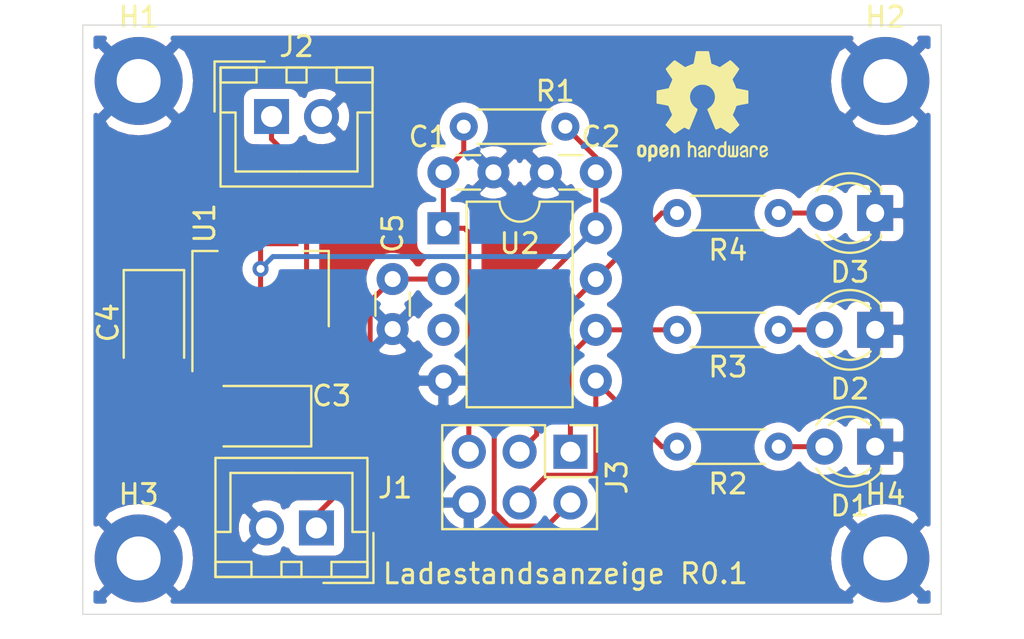
<source format=kicad_pcb>
(kicad_pcb (version 20171130) (host pcbnew "(5.1.5)-3")

  (general
    (thickness 1.6)
    (drawings 5)
    (tracks 54)
    (zones 0)
    (modules 22)
    (nets 13)
  )

  (page A4)
  (layers
    (0 F.Cu signal)
    (31 B.Cu signal)
    (32 B.Adhes user)
    (33 F.Adhes user)
    (34 B.Paste user)
    (35 F.Paste user)
    (36 B.SilkS user)
    (37 F.SilkS user)
    (38 B.Mask user)
    (39 F.Mask user)
    (40 Dwgs.User user)
    (41 Cmts.User user)
    (42 Eco1.User user)
    (43 Eco2.User user)
    (44 Edge.Cuts user)
    (45 Margin user)
    (46 B.CrtYd user)
    (47 F.CrtYd user)
    (48 B.Fab user)
    (49 F.Fab user)
  )

  (setup
    (last_trace_width 0.25)
    (trace_clearance 0.2)
    (zone_clearance 0.508)
    (zone_45_only no)
    (trace_min 0.2)
    (via_size 0.8)
    (via_drill 0.4)
    (via_min_size 0.4)
    (via_min_drill 0.3)
    (uvia_size 0.3)
    (uvia_drill 0.1)
    (uvias_allowed no)
    (uvia_min_size 0.2)
    (uvia_min_drill 0.1)
    (edge_width 0.05)
    (segment_width 0.2)
    (pcb_text_width 0.3)
    (pcb_text_size 1.5 1.5)
    (mod_edge_width 0.12)
    (mod_text_size 1 1)
    (mod_text_width 0.15)
    (pad_size 1.524 1.524)
    (pad_drill 0.762)
    (pad_to_mask_clearance 0.051)
    (solder_mask_min_width 0.25)
    (aux_axis_origin 0 0)
    (visible_elements FFFFFF7F)
    (pcbplotparams
      (layerselection 0x010f0_ffffffff)
      (usegerberextensions false)
      (usegerberattributes false)
      (usegerberadvancedattributes false)
      (creategerberjobfile false)
      (excludeedgelayer true)
      (linewidth 0.100000)
      (plotframeref false)
      (viasonmask false)
      (mode 1)
      (useauxorigin false)
      (hpglpennumber 1)
      (hpglpenspeed 20)
      (hpglpendiameter 15.000000)
      (psnegative false)
      (psa4output false)
      (plotreference true)
      (plotvalue true)
      (plotinvisibletext false)
      (padsonsilk false)
      (subtractmaskfromsilk false)
      (outputformat 1)
      (mirror false)
      (drillshape 0)
      (scaleselection 1)
      (outputdirectory "plot"))
  )

  (net 0 "")
  (net 1 GND)
  (net 2 /RESET)
  (net 3 VCC)
  (net 4 VDD)
  (net 5 "Net-(D1-Pad2)")
  (net 6 "Net-(D2-Pad2)")
  (net 7 "Net-(D3-Pad2)")
  (net 8 /ADC3)
  (net 9 /MISO)
  (net 10 /SCK)
  (net 11 /MOSI)
  (net 12 "Net-(U2-Pad3)")

  (net_class Default "Dies ist die voreingestellte Netzklasse."
    (clearance 0.2)
    (trace_width 0.25)
    (via_dia 0.8)
    (via_drill 0.4)
    (uvia_dia 0.3)
    (uvia_drill 0.1)
    (add_net /ADC3)
    (add_net /MISO)
    (add_net /MOSI)
    (add_net /RESET)
    (add_net /SCK)
    (add_net GND)
    (add_net "Net-(D1-Pad2)")
    (add_net "Net-(D2-Pad2)")
    (add_net "Net-(D3-Pad2)")
    (add_net "Net-(U2-Pad3)")
    (add_net VCC)
    (add_net VDD)
  )

  (module Symbols:OSHW-Logo2_7.3x6mm_SilkScreen (layer F.Cu) (tedit 0) (tstamp 5E2B2103)
    (at 150.622 101.6)
    (descr "Open Source Hardware Symbol")
    (tags "Logo Symbol OSHW")
    (attr virtual)
    (fp_text reference REF*** (at 0 0) (layer F.SilkS) hide
      (effects (font (size 1 1) (thickness 0.15)))
    )
    (fp_text value OSHW-Logo2_7.3x6mm_SilkScreen (at 0.75 0) (layer F.Fab) hide
      (effects (font (size 1 1) (thickness 0.15)))
    )
    (fp_poly (pts (xy -2.400256 1.919918) (xy -2.344799 1.947568) (xy -2.295852 1.99848) (xy -2.282371 2.017338)
      (xy -2.267686 2.042015) (xy -2.258158 2.068816) (xy -2.252707 2.104587) (xy -2.250253 2.156169)
      (xy -2.249714 2.224267) (xy -2.252148 2.317588) (xy -2.260606 2.387657) (xy -2.276826 2.439931)
      (xy -2.302546 2.479869) (xy -2.339503 2.512929) (xy -2.342218 2.514886) (xy -2.37864 2.534908)
      (xy -2.422498 2.544815) (xy -2.478276 2.547257) (xy -2.568952 2.547257) (xy -2.56899 2.635283)
      (xy -2.569834 2.684308) (xy -2.574976 2.713065) (xy -2.588413 2.730311) (xy -2.614142 2.744808)
      (xy -2.620321 2.747769) (xy -2.649236 2.761648) (xy -2.671624 2.770414) (xy -2.688271 2.771171)
      (xy -2.699964 2.761023) (xy -2.70749 2.737073) (xy -2.711634 2.696426) (xy -2.713185 2.636186)
      (xy -2.712929 2.553455) (xy -2.711651 2.445339) (xy -2.711252 2.413) (xy -2.709815 2.301524)
      (xy -2.708528 2.228603) (xy -2.569029 2.228603) (xy -2.568245 2.290499) (xy -2.56476 2.330997)
      (xy -2.556876 2.357708) (xy -2.542895 2.378244) (xy -2.533403 2.38826) (xy -2.494596 2.417567)
      (xy -2.460237 2.419952) (xy -2.424784 2.39575) (xy -2.423886 2.394857) (xy -2.409461 2.376153)
      (xy -2.400687 2.350732) (xy -2.396261 2.311584) (xy -2.394882 2.251697) (xy -2.394857 2.23843)
      (xy -2.398188 2.155901) (xy -2.409031 2.098691) (xy -2.42866 2.063766) (xy -2.45835 2.048094)
      (xy -2.475509 2.046514) (xy -2.516234 2.053926) (xy -2.544168 2.07833) (xy -2.560983 2.12298)
      (xy -2.56835 2.19113) (xy -2.569029 2.228603) (xy -2.708528 2.228603) (xy -2.708292 2.215245)
      (xy -2.706323 2.150333) (xy -2.70355 2.102958) (xy -2.699612 2.06929) (xy -2.694151 2.045498)
      (xy -2.686808 2.027753) (xy -2.677223 2.012224) (xy -2.673113 2.006381) (xy -2.618595 1.951185)
      (xy -2.549664 1.91989) (xy -2.469928 1.911165) (xy -2.400256 1.919918)) (layer F.SilkS) (width 0.01))
    (fp_poly (pts (xy -1.283907 1.92778) (xy -1.237328 1.954723) (xy -1.204943 1.981466) (xy -1.181258 2.009484)
      (xy -1.164941 2.043748) (xy -1.154661 2.089227) (xy -1.149086 2.150892) (xy -1.146884 2.233711)
      (xy -1.146629 2.293246) (xy -1.146629 2.512391) (xy -1.208314 2.540044) (xy -1.27 2.567697)
      (xy -1.277257 2.32767) (xy -1.280256 2.238028) (xy -1.283402 2.172962) (xy -1.287299 2.128026)
      (xy -1.292553 2.09877) (xy -1.299769 2.080748) (xy -1.30955 2.069511) (xy -1.312688 2.067079)
      (xy -1.360239 2.048083) (xy -1.408303 2.0556) (xy -1.436914 2.075543) (xy -1.448553 2.089675)
      (xy -1.456609 2.10822) (xy -1.461729 2.136334) (xy -1.464559 2.179173) (xy -1.465744 2.241895)
      (xy -1.465943 2.307261) (xy -1.465982 2.389268) (xy -1.467386 2.447316) (xy -1.472086 2.486465)
      (xy -1.482013 2.51178) (xy -1.499097 2.528323) (xy -1.525268 2.541156) (xy -1.560225 2.554491)
      (xy -1.598404 2.569007) (xy -1.593859 2.311389) (xy -1.592029 2.218519) (xy -1.589888 2.149889)
      (xy -1.586819 2.100711) (xy -1.582206 2.066198) (xy -1.575432 2.041562) (xy -1.565881 2.022016)
      (xy -1.554366 2.00477) (xy -1.49881 1.94968) (xy -1.43102 1.917822) (xy -1.357287 1.910191)
      (xy -1.283907 1.92778)) (layer F.SilkS) (width 0.01))
    (fp_poly (pts (xy -2.958885 1.921962) (xy -2.890855 1.957733) (xy -2.840649 2.015301) (xy -2.822815 2.052312)
      (xy -2.808937 2.107882) (xy -2.801833 2.178096) (xy -2.80116 2.254727) (xy -2.806573 2.329552)
      (xy -2.81773 2.394342) (xy -2.834286 2.440873) (xy -2.839374 2.448887) (xy -2.899645 2.508707)
      (xy -2.971231 2.544535) (xy -3.048908 2.55502) (xy -3.127452 2.53881) (xy -3.149311 2.529092)
      (xy -3.191878 2.499143) (xy -3.229237 2.459433) (xy -3.232768 2.454397) (xy -3.247119 2.430124)
      (xy -3.256606 2.404178) (xy -3.26221 2.370022) (xy -3.264914 2.321119) (xy -3.265701 2.250935)
      (xy -3.265714 2.2352) (xy -3.265678 2.230192) (xy -3.120571 2.230192) (xy -3.119727 2.29643)
      (xy -3.116404 2.340386) (xy -3.109417 2.368779) (xy -3.097584 2.388325) (xy -3.091543 2.394857)
      (xy -3.056814 2.41968) (xy -3.023097 2.418548) (xy -2.989005 2.397016) (xy -2.968671 2.374029)
      (xy -2.956629 2.340478) (xy -2.949866 2.287569) (xy -2.949402 2.281399) (xy -2.948248 2.185513)
      (xy -2.960312 2.114299) (xy -2.98543 2.068194) (xy -3.02344 2.047635) (xy -3.037008 2.046514)
      (xy -3.072636 2.052152) (xy -3.097006 2.071686) (xy -3.111907 2.109042) (xy -3.119125 2.16815)
      (xy -3.120571 2.230192) (xy -3.265678 2.230192) (xy -3.265174 2.160413) (xy -3.262904 2.108159)
      (xy -3.257932 2.071949) (xy -3.249287 2.045299) (xy -3.235995 2.021722) (xy -3.233057 2.017338)
      (xy -3.183687 1.958249) (xy -3.129891 1.923947) (xy -3.064398 1.910331) (xy -3.042158 1.909665)
      (xy -2.958885 1.921962)) (layer F.SilkS) (width 0.01))
    (fp_poly (pts (xy -1.831697 1.931239) (xy -1.774473 1.969735) (xy -1.730251 2.025335) (xy -1.703833 2.096086)
      (xy -1.69849 2.148162) (xy -1.699097 2.169893) (xy -1.704178 2.186531) (xy -1.718145 2.201437)
      (xy -1.745411 2.217973) (xy -1.790388 2.239498) (xy -1.857489 2.269374) (xy -1.857829 2.269524)
      (xy -1.919593 2.297813) (xy -1.970241 2.322933) (xy -2.004596 2.342179) (xy -2.017482 2.352848)
      (xy -2.017486 2.352934) (xy -2.006128 2.376166) (xy -1.979569 2.401774) (xy -1.949077 2.420221)
      (xy -1.93363 2.423886) (xy -1.891485 2.411212) (xy -1.855192 2.379471) (xy -1.837483 2.344572)
      (xy -1.820448 2.318845) (xy -1.787078 2.289546) (xy -1.747851 2.264235) (xy -1.713244 2.250471)
      (xy -1.706007 2.249714) (xy -1.697861 2.26216) (xy -1.69737 2.293972) (xy -1.703357 2.336866)
      (xy -1.714643 2.382558) (xy -1.73005 2.422761) (xy -1.730829 2.424322) (xy -1.777196 2.489062)
      (xy -1.837289 2.533097) (xy -1.905535 2.554711) (xy -1.976362 2.552185) (xy -2.044196 2.523804)
      (xy -2.047212 2.521808) (xy -2.100573 2.473448) (xy -2.13566 2.410352) (xy -2.155078 2.327387)
      (xy -2.157684 2.304078) (xy -2.162299 2.194055) (xy -2.156767 2.142748) (xy -2.017486 2.142748)
      (xy -2.015676 2.174753) (xy -2.005778 2.184093) (xy -1.981102 2.177105) (xy -1.942205 2.160587)
      (xy -1.898725 2.139881) (xy -1.897644 2.139333) (xy -1.860791 2.119949) (xy -1.846 2.107013)
      (xy -1.849647 2.093451) (xy -1.865005 2.075632) (xy -1.904077 2.049845) (xy -1.946154 2.04795)
      (xy -1.983897 2.066717) (xy -2.009966 2.102915) (xy -2.017486 2.142748) (xy -2.156767 2.142748)
      (xy -2.152806 2.106027) (xy -2.12845 2.036212) (xy -2.094544 1.987302) (xy -2.033347 1.937878)
      (xy -1.965937 1.913359) (xy -1.89712 1.911797) (xy -1.831697 1.931239)) (layer F.SilkS) (width 0.01))
    (fp_poly (pts (xy -0.624114 1.851289) (xy -0.619861 1.910613) (xy -0.614975 1.945572) (xy -0.608205 1.96082)
      (xy -0.598298 1.961015) (xy -0.595086 1.959195) (xy -0.552356 1.946015) (xy -0.496773 1.946785)
      (xy -0.440263 1.960333) (xy -0.404918 1.977861) (xy -0.368679 2.005861) (xy -0.342187 2.037549)
      (xy -0.324001 2.077813) (xy -0.312678 2.131543) (xy -0.306778 2.203626) (xy -0.304857 2.298951)
      (xy -0.304823 2.317237) (xy -0.3048 2.522646) (xy -0.350509 2.53858) (xy -0.382973 2.54942)
      (xy -0.400785 2.554468) (xy -0.401309 2.554514) (xy -0.403063 2.540828) (xy -0.404556 2.503076)
      (xy -0.405674 2.446224) (xy -0.406303 2.375234) (xy -0.4064 2.332073) (xy -0.406602 2.246973)
      (xy -0.407642 2.185981) (xy -0.410169 2.144177) (xy -0.414836 2.116642) (xy -0.422293 2.098456)
      (xy -0.433189 2.084698) (xy -0.439993 2.078073) (xy -0.486728 2.051375) (xy -0.537728 2.049375)
      (xy -0.583999 2.071955) (xy -0.592556 2.080107) (xy -0.605107 2.095436) (xy -0.613812 2.113618)
      (xy -0.619369 2.139909) (xy -0.622474 2.179562) (xy -0.623824 2.237832) (xy -0.624114 2.318173)
      (xy -0.624114 2.522646) (xy -0.669823 2.53858) (xy -0.702287 2.54942) (xy -0.720099 2.554468)
      (xy -0.720623 2.554514) (xy -0.721963 2.540623) (xy -0.723172 2.501439) (xy -0.724199 2.4407)
      (xy -0.724998 2.362141) (xy -0.725519 2.269498) (xy -0.725714 2.166509) (xy -0.725714 1.769342)
      (xy -0.678543 1.749444) (xy -0.631371 1.729547) (xy -0.624114 1.851289)) (layer F.SilkS) (width 0.01))
    (fp_poly (pts (xy 0.039744 1.950968) (xy 0.096616 1.972087) (xy 0.097267 1.972493) (xy 0.13244 1.99838)
      (xy 0.158407 2.028633) (xy 0.17667 2.068058) (xy 0.188732 2.121462) (xy 0.196096 2.193651)
      (xy 0.200264 2.289432) (xy 0.200629 2.303078) (xy 0.205876 2.508842) (xy 0.161716 2.531678)
      (xy 0.129763 2.54711) (xy 0.11047 2.554423) (xy 0.109578 2.554514) (xy 0.106239 2.541022)
      (xy 0.103587 2.504626) (xy 0.101956 2.451452) (xy 0.1016 2.408393) (xy 0.101592 2.338641)
      (xy 0.098403 2.294837) (xy 0.087288 2.273944) (xy 0.063501 2.272925) (xy 0.022296 2.288741)
      (xy -0.039914 2.317815) (xy -0.085659 2.341963) (xy -0.109187 2.362913) (xy -0.116104 2.385747)
      (xy -0.116114 2.386877) (xy -0.104701 2.426212) (xy -0.070908 2.447462) (xy -0.019191 2.450539)
      (xy 0.018061 2.450006) (xy 0.037703 2.460735) (xy 0.049952 2.486505) (xy 0.057002 2.519337)
      (xy 0.046842 2.537966) (xy 0.043017 2.540632) (xy 0.007001 2.55134) (xy -0.043434 2.552856)
      (xy -0.095374 2.545759) (xy -0.132178 2.532788) (xy -0.183062 2.489585) (xy -0.211986 2.429446)
      (xy -0.217714 2.382462) (xy -0.213343 2.340082) (xy -0.197525 2.305488) (xy -0.166203 2.274763)
      (xy -0.115322 2.24399) (xy -0.040824 2.209252) (xy -0.036286 2.207288) (xy 0.030821 2.176287)
      (xy 0.072232 2.150862) (xy 0.089981 2.128014) (xy 0.086107 2.104745) (xy 0.062643 2.078056)
      (xy 0.055627 2.071914) (xy 0.00863 2.0481) (xy -0.040067 2.049103) (xy -0.082478 2.072451)
      (xy -0.110616 2.115675) (xy -0.113231 2.12416) (xy -0.138692 2.165308) (xy -0.170999 2.185128)
      (xy -0.217714 2.20477) (xy -0.217714 2.15395) (xy -0.203504 2.080082) (xy -0.161325 2.012327)
      (xy -0.139376 1.989661) (xy -0.089483 1.960569) (xy -0.026033 1.9474) (xy 0.039744 1.950968)) (layer F.SilkS) (width 0.01))
    (fp_poly (pts (xy 0.529926 1.949755) (xy 0.595858 1.974084) (xy 0.649273 2.017117) (xy 0.670164 2.047409)
      (xy 0.692939 2.102994) (xy 0.692466 2.143186) (xy 0.668562 2.170217) (xy 0.659717 2.174813)
      (xy 0.62153 2.189144) (xy 0.602028 2.185472) (xy 0.595422 2.161407) (xy 0.595086 2.148114)
      (xy 0.582992 2.09921) (xy 0.551471 2.064999) (xy 0.507659 2.048476) (xy 0.458695 2.052634)
      (xy 0.418894 2.074227) (xy 0.40545 2.086544) (xy 0.395921 2.101487) (xy 0.389485 2.124075)
      (xy 0.385317 2.159328) (xy 0.382597 2.212266) (xy 0.380502 2.287907) (xy 0.37996 2.311857)
      (xy 0.377981 2.39379) (xy 0.375731 2.451455) (xy 0.372357 2.489608) (xy 0.367006 2.513004)
      (xy 0.358824 2.526398) (xy 0.346959 2.534545) (xy 0.339362 2.538144) (xy 0.307102 2.550452)
      (xy 0.288111 2.554514) (xy 0.281836 2.540948) (xy 0.278006 2.499934) (xy 0.2766 2.430999)
      (xy 0.277598 2.333669) (xy 0.277908 2.318657) (xy 0.280101 2.229859) (xy 0.282693 2.165019)
      (xy 0.286382 2.119067) (xy 0.291864 2.086935) (xy 0.299835 2.063553) (xy 0.310993 2.043852)
      (xy 0.31683 2.03541) (xy 0.350296 1.998057) (xy 0.387727 1.969003) (xy 0.392309 1.966467)
      (xy 0.459426 1.946443) (xy 0.529926 1.949755)) (layer F.SilkS) (width 0.01))
    (fp_poly (pts (xy 1.190117 2.065358) (xy 1.189933 2.173837) (xy 1.189219 2.257287) (xy 1.187675 2.319704)
      (xy 1.185001 2.365085) (xy 1.180894 2.397429) (xy 1.175055 2.420733) (xy 1.167182 2.438995)
      (xy 1.161221 2.449418) (xy 1.111855 2.505945) (xy 1.049264 2.541377) (xy 0.980013 2.55409)
      (xy 0.910668 2.542463) (xy 0.869375 2.521568) (xy 0.826025 2.485422) (xy 0.796481 2.441276)
      (xy 0.778655 2.383462) (xy 0.770463 2.306313) (xy 0.769302 2.249714) (xy 0.769458 2.245647)
      (xy 0.870857 2.245647) (xy 0.871476 2.31055) (xy 0.874314 2.353514) (xy 0.88084 2.381622)
      (xy 0.892523 2.401953) (xy 0.906483 2.417288) (xy 0.953365 2.44689) (xy 1.003701 2.449419)
      (xy 1.051276 2.424705) (xy 1.054979 2.421356) (xy 1.070783 2.403935) (xy 1.080693 2.383209)
      (xy 1.086058 2.352362) (xy 1.088228 2.304577) (xy 1.088571 2.251748) (xy 1.087827 2.185381)
      (xy 1.084748 2.141106) (xy 1.078061 2.112009) (xy 1.066496 2.091173) (xy 1.057013 2.080107)
      (xy 1.01296 2.052198) (xy 0.962224 2.048843) (xy 0.913796 2.070159) (xy 0.90445 2.078073)
      (xy 0.88854 2.095647) (xy 0.87861 2.116587) (xy 0.873278 2.147782) (xy 0.871163 2.196122)
      (xy 0.870857 2.245647) (xy 0.769458 2.245647) (xy 0.77281 2.158568) (xy 0.784726 2.090086)
      (xy 0.807135 2.0386) (xy 0.842124 1.998443) (xy 0.869375 1.977861) (xy 0.918907 1.955625)
      (xy 0.976316 1.945304) (xy 1.029682 1.948067) (xy 1.059543 1.959212) (xy 1.071261 1.962383)
      (xy 1.079037 1.950557) (xy 1.084465 1.918866) (xy 1.088571 1.870593) (xy 1.093067 1.816829)
      (xy 1.099313 1.784482) (xy 1.110676 1.765985) (xy 1.130528 1.75377) (xy 1.143 1.748362)
      (xy 1.190171 1.728601) (xy 1.190117 2.065358)) (layer F.SilkS) (width 0.01))
    (fp_poly (pts (xy 1.779833 1.958663) (xy 1.782048 1.99685) (xy 1.783784 2.054886) (xy 1.784899 2.12818)
      (xy 1.785257 2.205055) (xy 1.785257 2.465196) (xy 1.739326 2.511127) (xy 1.707675 2.539429)
      (xy 1.67989 2.550893) (xy 1.641915 2.550168) (xy 1.62684 2.548321) (xy 1.579726 2.542948)
      (xy 1.540756 2.539869) (xy 1.531257 2.539585) (xy 1.499233 2.541445) (xy 1.453432 2.546114)
      (xy 1.435674 2.548321) (xy 1.392057 2.551735) (xy 1.362745 2.54432) (xy 1.33368 2.521427)
      (xy 1.323188 2.511127) (xy 1.277257 2.465196) (xy 1.277257 1.978602) (xy 1.314226 1.961758)
      (xy 1.346059 1.949282) (xy 1.364683 1.944914) (xy 1.369458 1.958718) (xy 1.373921 1.997286)
      (xy 1.377775 2.056356) (xy 1.380722 2.131663) (xy 1.382143 2.195286) (xy 1.386114 2.445657)
      (xy 1.420759 2.450556) (xy 1.452268 2.447131) (xy 1.467708 2.436041) (xy 1.472023 2.415308)
      (xy 1.475708 2.371145) (xy 1.478469 2.309146) (xy 1.480012 2.234909) (xy 1.480235 2.196706)
      (xy 1.480457 1.976783) (xy 1.526166 1.960849) (xy 1.558518 1.950015) (xy 1.576115 1.944962)
      (xy 1.576623 1.944914) (xy 1.578388 1.958648) (xy 1.580329 1.99673) (xy 1.582282 2.054482)
      (xy 1.584084 2.127227) (xy 1.585343 2.195286) (xy 1.589314 2.445657) (xy 1.6764 2.445657)
      (xy 1.680396 2.21724) (xy 1.684392 1.988822) (xy 1.726847 1.966868) (xy 1.758192 1.951793)
      (xy 1.776744 1.944951) (xy 1.777279 1.944914) (xy 1.779833 1.958663)) (layer F.SilkS) (width 0.01))
    (fp_poly (pts (xy 2.144876 1.956335) (xy 2.186667 1.975344) (xy 2.219469 1.998378) (xy 2.243503 2.024133)
      (xy 2.260097 2.057358) (xy 2.270577 2.1028) (xy 2.276271 2.165207) (xy 2.278507 2.249327)
      (xy 2.278743 2.304721) (xy 2.278743 2.520826) (xy 2.241774 2.53767) (xy 2.212656 2.549981)
      (xy 2.198231 2.554514) (xy 2.195472 2.541025) (xy 2.193282 2.504653) (xy 2.191942 2.451542)
      (xy 2.191657 2.409372) (xy 2.190434 2.348447) (xy 2.187136 2.300115) (xy 2.182321 2.270518)
      (xy 2.178496 2.264229) (xy 2.152783 2.270652) (xy 2.112418 2.287125) (xy 2.065679 2.309458)
      (xy 2.020845 2.333457) (xy 1.986193 2.35493) (xy 1.970002 2.369685) (xy 1.969938 2.369845)
      (xy 1.97133 2.397152) (xy 1.983818 2.423219) (xy 2.005743 2.444392) (xy 2.037743 2.451474)
      (xy 2.065092 2.450649) (xy 2.103826 2.450042) (xy 2.124158 2.459116) (xy 2.136369 2.483092)
      (xy 2.137909 2.487613) (xy 2.143203 2.521806) (xy 2.129047 2.542568) (xy 2.092148 2.552462)
      (xy 2.052289 2.554292) (xy 1.980562 2.540727) (xy 1.943432 2.521355) (xy 1.897576 2.475845)
      (xy 1.873256 2.419983) (xy 1.871073 2.360957) (xy 1.891629 2.305953) (xy 1.922549 2.271486)
      (xy 1.95342 2.252189) (xy 2.001942 2.227759) (xy 2.058485 2.202985) (xy 2.06791 2.199199)
      (xy 2.130019 2.171791) (xy 2.165822 2.147634) (xy 2.177337 2.123619) (xy 2.16658 2.096635)
      (xy 2.148114 2.075543) (xy 2.104469 2.049572) (xy 2.056446 2.047624) (xy 2.012406 2.067637)
      (xy 1.980709 2.107551) (xy 1.976549 2.117848) (xy 1.952327 2.155724) (xy 1.916965 2.183842)
      (xy 1.872343 2.206917) (xy 1.872343 2.141485) (xy 1.874969 2.101506) (xy 1.88623 2.069997)
      (xy 1.911199 2.036378) (xy 1.935169 2.010484) (xy 1.972441 1.973817) (xy 2.001401 1.954121)
      (xy 2.032505 1.94622) (xy 2.067713 1.944914) (xy 2.144876 1.956335)) (layer F.SilkS) (width 0.01))
    (fp_poly (pts (xy 2.6526 1.958752) (xy 2.669948 1.966334) (xy 2.711356 1.999128) (xy 2.746765 2.046547)
      (xy 2.768664 2.097151) (xy 2.772229 2.122098) (xy 2.760279 2.156927) (xy 2.734067 2.175357)
      (xy 2.705964 2.186516) (xy 2.693095 2.188572) (xy 2.686829 2.173649) (xy 2.674456 2.141175)
      (xy 2.669028 2.126502) (xy 2.63859 2.075744) (xy 2.59452 2.050427) (xy 2.53801 2.051206)
      (xy 2.533825 2.052203) (xy 2.503655 2.066507) (xy 2.481476 2.094393) (xy 2.466327 2.139287)
      (xy 2.45725 2.204615) (xy 2.453286 2.293804) (xy 2.452914 2.341261) (xy 2.45273 2.416071)
      (xy 2.451522 2.467069) (xy 2.448309 2.499471) (xy 2.442109 2.518495) (xy 2.43194 2.529356)
      (xy 2.416819 2.537272) (xy 2.415946 2.53767) (xy 2.386828 2.549981) (xy 2.372403 2.554514)
      (xy 2.370186 2.540809) (xy 2.368289 2.502925) (xy 2.366847 2.445715) (xy 2.365998 2.374027)
      (xy 2.365829 2.321565) (xy 2.366692 2.220047) (xy 2.37007 2.143032) (xy 2.377142 2.086023)
      (xy 2.389088 2.044526) (xy 2.40709 2.014043) (xy 2.432327 1.99008) (xy 2.457247 1.973355)
      (xy 2.517171 1.951097) (xy 2.586911 1.946076) (xy 2.6526 1.958752)) (layer F.SilkS) (width 0.01))
    (fp_poly (pts (xy 3.153595 1.966966) (xy 3.211021 2.004497) (xy 3.238719 2.038096) (xy 3.260662 2.099064)
      (xy 3.262405 2.147308) (xy 3.258457 2.211816) (xy 3.109686 2.276934) (xy 3.037349 2.310202)
      (xy 2.990084 2.336964) (xy 2.965507 2.360144) (xy 2.961237 2.382667) (xy 2.974889 2.407455)
      (xy 2.989943 2.423886) (xy 3.033746 2.450235) (xy 3.081389 2.452081) (xy 3.125145 2.431546)
      (xy 3.157289 2.390752) (xy 3.163038 2.376347) (xy 3.190576 2.331356) (xy 3.222258 2.312182)
      (xy 3.265714 2.295779) (xy 3.265714 2.357966) (xy 3.261872 2.400283) (xy 3.246823 2.435969)
      (xy 3.21528 2.476943) (xy 3.210592 2.482267) (xy 3.175506 2.51872) (xy 3.145347 2.538283)
      (xy 3.107615 2.547283) (xy 3.076335 2.55023) (xy 3.020385 2.550965) (xy 2.980555 2.54166)
      (xy 2.955708 2.527846) (xy 2.916656 2.497467) (xy 2.889625 2.464613) (xy 2.872517 2.423294)
      (xy 2.863238 2.367521) (xy 2.859693 2.291305) (xy 2.85941 2.252622) (xy 2.860372 2.206247)
      (xy 2.948007 2.206247) (xy 2.949023 2.231126) (xy 2.951556 2.2352) (xy 2.968274 2.229665)
      (xy 3.004249 2.215017) (xy 3.052331 2.19419) (xy 3.062386 2.189714) (xy 3.123152 2.158814)
      (xy 3.156632 2.131657) (xy 3.16399 2.10622) (xy 3.146391 2.080481) (xy 3.131856 2.069109)
      (xy 3.07941 2.046364) (xy 3.030322 2.050122) (xy 2.989227 2.077884) (xy 2.960758 2.127152)
      (xy 2.951631 2.166257) (xy 2.948007 2.206247) (xy 2.860372 2.206247) (xy 2.861285 2.162249)
      (xy 2.868196 2.095384) (xy 2.881884 2.046695) (xy 2.904096 2.010849) (xy 2.936574 1.982513)
      (xy 2.950733 1.973355) (xy 3.015053 1.949507) (xy 3.085473 1.948006) (xy 3.153595 1.966966)) (layer F.SilkS) (width 0.01))
    (fp_poly (pts (xy 0.10391 -2.757652) (xy 0.182454 -2.757222) (xy 0.239298 -2.756058) (xy 0.278105 -2.753793)
      (xy 0.302538 -2.75006) (xy 0.316262 -2.744494) (xy 0.32294 -2.736727) (xy 0.326236 -2.726395)
      (xy 0.326556 -2.725057) (xy 0.331562 -2.700921) (xy 0.340829 -2.653299) (xy 0.353392 -2.587259)
      (xy 0.368287 -2.507872) (xy 0.384551 -2.420204) (xy 0.385119 -2.417125) (xy 0.40141 -2.331211)
      (xy 0.416652 -2.255304) (xy 0.429861 -2.193955) (xy 0.440054 -2.151718) (xy 0.446248 -2.133145)
      (xy 0.446543 -2.132816) (xy 0.464788 -2.123747) (xy 0.502405 -2.108633) (xy 0.551271 -2.090738)
      (xy 0.551543 -2.090642) (xy 0.613093 -2.067507) (xy 0.685657 -2.038035) (xy 0.754057 -2.008403)
      (xy 0.757294 -2.006938) (xy 0.868702 -1.956374) (xy 1.115399 -2.12484) (xy 1.191077 -2.176197)
      (xy 1.259631 -2.222111) (xy 1.317088 -2.25997) (xy 1.359476 -2.287163) (xy 1.382825 -2.301079)
      (xy 1.385042 -2.302111) (xy 1.40201 -2.297516) (xy 1.433701 -2.275345) (xy 1.481352 -2.234553)
      (xy 1.546198 -2.174095) (xy 1.612397 -2.109773) (xy 1.676214 -2.046388) (xy 1.733329 -1.988549)
      (xy 1.780305 -1.939825) (xy 1.813703 -1.90379) (xy 1.830085 -1.884016) (xy 1.830694 -1.882998)
      (xy 1.832505 -1.869428) (xy 1.825683 -1.847267) (xy 1.80854 -1.813522) (xy 1.779393 -1.7652)
      (xy 1.736555 -1.699308) (xy 1.679448 -1.614483) (xy 1.628766 -1.539823) (xy 1.583461 -1.47286)
      (xy 1.54615 -1.417484) (xy 1.519452 -1.37758) (xy 1.505985 -1.357038) (xy 1.505137 -1.355644)
      (xy 1.506781 -1.335962) (xy 1.519245 -1.297707) (xy 1.540048 -1.248111) (xy 1.547462 -1.232272)
      (xy 1.579814 -1.16171) (xy 1.614328 -1.081647) (xy 1.642365 -1.012371) (xy 1.662568 -0.960955)
      (xy 1.678615 -0.921881) (xy 1.687888 -0.901459) (xy 1.689041 -0.899886) (xy 1.706096 -0.897279)
      (xy 1.746298 -0.890137) (xy 1.804302 -0.879477) (xy 1.874763 -0.866315) (xy 1.952335 -0.851667)
      (xy 2.031672 -0.836551) (xy 2.107431 -0.821982) (xy 2.174264 -0.808978) (xy 2.226828 -0.798555)
      (xy 2.259776 -0.79173) (xy 2.267857 -0.789801) (xy 2.276205 -0.785038) (xy 2.282506 -0.774282)
      (xy 2.287045 -0.753902) (xy 2.290104 -0.720266) (xy 2.291967 -0.669745) (xy 2.292918 -0.598708)
      (xy 2.29324 -0.503524) (xy 2.293257 -0.464508) (xy 2.293257 -0.147201) (xy 2.217057 -0.132161)
      (xy 2.174663 -0.124005) (xy 2.1114 -0.112101) (xy 2.034962 -0.097884) (xy 1.953043 -0.08279)
      (xy 1.9304 -0.078645) (xy 1.854806 -0.063947) (xy 1.788953 -0.049495) (xy 1.738366 -0.036625)
      (xy 1.708574 -0.026678) (xy 1.703612 -0.023713) (xy 1.691426 -0.002717) (xy 1.673953 0.037967)
      (xy 1.654577 0.090322) (xy 1.650734 0.1016) (xy 1.625339 0.171523) (xy 1.593817 0.250418)
      (xy 1.562969 0.321266) (xy 1.562817 0.321595) (xy 1.511447 0.432733) (xy 1.680399 0.681253)
      (xy 1.849352 0.929772) (xy 1.632429 1.147058) (xy 1.566819 1.211726) (xy 1.506979 1.268733)
      (xy 1.456267 1.315033) (xy 1.418046 1.347584) (xy 1.395675 1.363343) (xy 1.392466 1.364343)
      (xy 1.373626 1.356469) (xy 1.33518 1.334578) (xy 1.28133 1.301267) (xy 1.216276 1.259131)
      (xy 1.14594 1.211943) (xy 1.074555 1.16381) (xy 1.010908 1.121928) (xy 0.959041 1.088871)
      (xy 0.922995 1.067218) (xy 0.906867 1.059543) (xy 0.887189 1.066037) (xy 0.849875 1.08315)
      (xy 0.802621 1.107326) (xy 0.797612 1.110013) (xy 0.733977 1.141927) (xy 0.690341 1.157579)
      (xy 0.663202 1.157745) (xy 0.649057 1.143204) (xy 0.648975 1.143) (xy 0.641905 1.125779)
      (xy 0.625042 1.084899) (xy 0.599695 1.023525) (xy 0.567171 0.944819) (xy 0.528778 0.851947)
      (xy 0.485822 0.748072) (xy 0.444222 0.647502) (xy 0.398504 0.536516) (xy 0.356526 0.433703)
      (xy 0.319548 0.342215) (xy 0.288827 0.265201) (xy 0.265622 0.205815) (xy 0.25119 0.167209)
      (xy 0.246743 0.1528) (xy 0.257896 0.136272) (xy 0.287069 0.10993) (xy 0.325971 0.080887)
      (xy 0.436757 -0.010961) (xy 0.523351 -0.116241) (xy 0.584716 -0.232734) (xy 0.619815 -0.358224)
      (xy 0.627608 -0.490493) (xy 0.621943 -0.551543) (xy 0.591078 -0.678205) (xy 0.53792 -0.790059)
      (xy 0.465767 -0.885999) (xy 0.377917 -0.964924) (xy 0.277665 -1.02573) (xy 0.16831 -1.067313)
      (xy 0.053147 -1.088572) (xy -0.064525 -1.088401) (xy -0.18141 -1.065699) (xy -0.294211 -1.019362)
      (xy -0.399631 -0.948287) (xy -0.443632 -0.908089) (xy -0.528021 -0.804871) (xy -0.586778 -0.692075)
      (xy -0.620296 -0.57299) (xy -0.628965 -0.450905) (xy -0.613177 -0.329107) (xy -0.573322 -0.210884)
      (xy -0.509793 -0.099525) (xy -0.422979 0.001684) (xy -0.325971 0.080887) (xy -0.285563 0.111162)
      (xy -0.257018 0.137219) (xy -0.246743 0.152825) (xy -0.252123 0.169843) (xy -0.267425 0.2105)
      (xy -0.291388 0.271642) (xy -0.322756 0.350119) (xy -0.360268 0.44278) (xy -0.402667 0.546472)
      (xy -0.444337 0.647526) (xy -0.49031 0.758607) (xy -0.532893 0.861541) (xy -0.570779 0.953165)
      (xy -0.60266 1.030316) (xy -0.627229 1.089831) (xy -0.64318 1.128544) (xy -0.64909 1.143)
      (xy -0.663052 1.157685) (xy -0.69006 1.157642) (xy -0.733587 1.142099) (xy -0.79711 1.110284)
      (xy -0.797612 1.110013) (xy -0.84544 1.085323) (xy -0.884103 1.067338) (xy -0.905905 1.059614)
      (xy -0.906867 1.059543) (xy -0.923279 1.067378) (xy -0.959513 1.089165) (xy -1.011526 1.122328)
      (xy -1.075275 1.164291) (xy -1.14594 1.211943) (xy -1.217884 1.260191) (xy -1.282726 1.302151)
      (xy -1.336265 1.335227) (xy -1.374303 1.356821) (xy -1.392467 1.364343) (xy -1.409192 1.354457)
      (xy -1.44282 1.326826) (xy -1.48999 1.284495) (xy -1.547342 1.230505) (xy -1.611516 1.167899)
      (xy -1.632503 1.146983) (xy -1.849501 0.929623) (xy -1.684332 0.68722) (xy -1.634136 0.612781)
      (xy -1.590081 0.545972) (xy -1.554638 0.490665) (xy -1.530281 0.450729) (xy -1.519478 0.430036)
      (xy -1.519162 0.428563) (xy -1.524857 0.409058) (xy -1.540174 0.369822) (xy -1.562463 0.31743)
      (xy -1.578107 0.282355) (xy -1.607359 0.215201) (xy -1.634906 0.147358) (xy -1.656263 0.090034)
      (xy -1.662065 0.072572) (xy -1.678548 0.025938) (xy -1.69466 -0.010095) (xy -1.70351 -0.023713)
      (xy -1.72304 -0.032048) (xy -1.765666 -0.043863) (xy -1.825855 -0.057819) (xy -1.898078 -0.072578)
      (xy -1.9304 -0.078645) (xy -2.012478 -0.093727) (xy -2.091205 -0.108331) (xy -2.158891 -0.12102)
      (xy -2.20784 -0.130358) (xy -2.217057 -0.132161) (xy -2.293257 -0.147201) (xy -2.293257 -0.464508)
      (xy -2.293086 -0.568846) (xy -2.292384 -0.647787) (xy -2.290866 -0.704962) (xy -2.288251 -0.744001)
      (xy -2.284254 -0.768535) (xy -2.278591 -0.782195) (xy -2.27098 -0.788611) (xy -2.267857 -0.789801)
      (xy -2.249022 -0.79402) (xy -2.207412 -0.802438) (xy -2.14837 -0.814039) (xy -2.077243 -0.827805)
      (xy -1.999375 -0.84272) (xy -1.920113 -0.857768) (xy -1.844802 -0.871931) (xy -1.778787 -0.884194)
      (xy -1.727413 -0.893539) (xy -1.696025 -0.89895) (xy -1.689041 -0.899886) (xy -1.682715 -0.912404)
      (xy -1.66871 -0.945754) (xy -1.649645 -0.993623) (xy -1.642366 -1.012371) (xy -1.613004 -1.084805)
      (xy -1.578429 -1.16483) (xy -1.547463 -1.232272) (xy -1.524677 -1.283841) (xy -1.509518 -1.326215)
      (xy -1.504458 -1.352166) (xy -1.505264 -1.355644) (xy -1.515959 -1.372064) (xy -1.54038 -1.408583)
      (xy -1.575905 -1.461313) (xy -1.619913 -1.526365) (xy -1.669783 -1.599849) (xy -1.679644 -1.614355)
      (xy -1.737508 -1.700296) (xy -1.780044 -1.765739) (xy -1.808946 -1.813696) (xy -1.82591 -1.84718)
      (xy -1.832633 -1.869205) (xy -1.83081 -1.882783) (xy -1.830764 -1.882869) (xy -1.816414 -1.900703)
      (xy -1.784677 -1.935183) (xy -1.73899 -1.982732) (xy -1.682796 -2.039778) (xy -1.619532 -2.102745)
      (xy -1.612398 -2.109773) (xy -1.53267 -2.18698) (xy -1.471143 -2.24367) (xy -1.426579 -2.28089)
      (xy -1.397743 -2.299685) (xy -1.385042 -2.302111) (xy -1.366506 -2.291529) (xy -1.328039 -2.267084)
      (xy -1.273614 -2.231388) (xy -1.207202 -2.187053) (xy -1.132775 -2.136689) (xy -1.115399 -2.12484)
      (xy -0.868703 -1.956374) (xy -0.757294 -2.006938) (xy -0.689543 -2.036405) (xy -0.616817 -2.066041)
      (xy -0.554297 -2.08967) (xy -0.551543 -2.090642) (xy -0.50264 -2.108543) (xy -0.464943 -2.12368)
      (xy -0.446575 -2.13279) (xy -0.446544 -2.132816) (xy -0.440715 -2.149283) (xy -0.430808 -2.189781)
      (xy -0.417805 -2.249758) (xy -0.402691 -2.32466) (xy -0.386448 -2.409936) (xy -0.385119 -2.417125)
      (xy -0.368825 -2.504986) (xy -0.353867 -2.58474) (xy -0.341209 -2.651319) (xy -0.331814 -2.699653)
      (xy -0.326646 -2.724675) (xy -0.326556 -2.725057) (xy -0.323411 -2.735701) (xy -0.317296 -2.743738)
      (xy -0.304547 -2.749533) (xy -0.2815 -2.753453) (xy -0.244491 -2.755865) (xy -0.189856 -2.757135)
      (xy -0.113933 -2.757629) (xy -0.013056 -2.757714) (xy 0 -2.757714) (xy 0.10391 -2.757652)) (layer F.SilkS) (width 0.01))
  )

  (module Mounting_Holes:MountingHole_2.2mm_M2_Pad (layer F.Cu) (tedit 56D1B4CB) (tstamp 5E2AF483)
    (at 159.766 124.206)
    (descr "Mounting Hole 2.2mm, M2")
    (tags "mounting hole 2.2mm m2")
    (path /5E2EAB0C)
    (fp_text reference H4 (at 0 -3.2) (layer F.SilkS)
      (effects (font (size 1 1) (thickness 0.15)))
    )
    (fp_text value MountingHole_Pad (at 0 3.2) (layer F.Fab)
      (effects (font (size 1 1) (thickness 0.15)))
    )
    (fp_circle (center 0 0) (end 2.45 0) (layer F.CrtYd) (width 0.05))
    (fp_circle (center 0 0) (end 2.2 0) (layer Cmts.User) (width 0.15))
    (pad 1 thru_hole circle (at 0 0) (size 4.4 4.4) (drill 2.2) (layers *.Cu *.Mask)
      (net 1 GND))
  )

  (module Mounting_Holes:MountingHole_2.2mm_M2_Pad (layer F.Cu) (tedit 56D1B4CB) (tstamp 5E2AF47C)
    (at 122.428 124.206)
    (descr "Mounting Hole 2.2mm, M2")
    (tags "mounting hole 2.2mm m2")
    (path /5E2EA6E2)
    (fp_text reference H3 (at 0 -3.2) (layer F.SilkS)
      (effects (font (size 1 1) (thickness 0.15)))
    )
    (fp_text value MountingHole_Pad (at 0 3.2) (layer F.Fab)
      (effects (font (size 1 1) (thickness 0.15)))
    )
    (fp_circle (center 0 0) (end 2.45 0) (layer F.CrtYd) (width 0.05))
    (fp_circle (center 0 0) (end 2.2 0) (layer Cmts.User) (width 0.15))
    (pad 1 thru_hole circle (at 0 0) (size 4.4 4.4) (drill 2.2) (layers *.Cu *.Mask)
      (net 1 GND))
  )

  (module Mounting_Holes:MountingHole_2.2mm_M2_Pad (layer F.Cu) (tedit 56D1B4CB) (tstamp 5E2AF475)
    (at 159.766 100.33)
    (descr "Mounting Hole 2.2mm, M2")
    (tags "mounting hole 2.2mm m2")
    (path /5E2E9745)
    (fp_text reference H2 (at 0 -3.2) (layer F.SilkS)
      (effects (font (size 1 1) (thickness 0.15)))
    )
    (fp_text value MountingHole_Pad (at 0 3.2) (layer F.Fab)
      (effects (font (size 1 1) (thickness 0.15)))
    )
    (fp_circle (center 0 0) (end 2.45 0) (layer F.CrtYd) (width 0.05))
    (fp_circle (center 0 0) (end 2.2 0) (layer Cmts.User) (width 0.15))
    (pad 1 thru_hole circle (at 0 0) (size 4.4 4.4) (drill 2.2) (layers *.Cu *.Mask)
      (net 1 GND))
  )

  (module Mounting_Holes:MountingHole_2.2mm_M2_Pad (layer F.Cu) (tedit 56D1B4CB) (tstamp 5E2AF46E)
    (at 122.428 100.33)
    (descr "Mounting Hole 2.2mm, M2")
    (tags "mounting hole 2.2mm m2")
    (path /5E2E8E70)
    (fp_text reference H1 (at 0 -3.2) (layer F.SilkS)
      (effects (font (size 1 1) (thickness 0.15)))
    )
    (fp_text value MountingHole_Pad (at 0 3.2) (layer F.Fab)
      (effects (font (size 1 1) (thickness 0.15)))
    )
    (fp_circle (center 0 0) (end 2.45 0) (layer F.CrtYd) (width 0.05))
    (fp_circle (center 0 0) (end 2.2 0) (layer Cmts.User) (width 0.15))
    (pad 1 thru_hole circle (at 0 0) (size 4.4 4.4) (drill 2.2) (layers *.Cu *.Mask)
      (net 1 GND))
  )

  (module Capacitors_THT:C_Disc_D3.0mm_W1.6mm_P2.50mm (layer F.Cu) (tedit 597BC7C2) (tstamp 5E2AD208)
    (at 137.668 104.902)
    (descr "C, Disc series, Radial, pin pitch=2.50mm, , diameter*width=3.0*1.6mm^2, Capacitor, http://www.vishay.com/docs/45233/krseries.pdf")
    (tags "C Disc series Radial pin pitch 2.50mm  diameter 3.0mm width 1.6mm Capacitor")
    (path /5E2AAC98)
    (fp_text reference C1 (at -0.762 -1.778) (layer F.SilkS)
      (effects (font (size 1 1) (thickness 0.15)))
    )
    (fp_text value C (at 1.25 2.11) (layer F.Fab)
      (effects (font (size 1 1) (thickness 0.15)))
    )
    (fp_text user %R (at 1.25 0) (layer F.Fab)
      (effects (font (size 1 1) (thickness 0.15)))
    )
    (fp_line (start 3.55 -1.15) (end -1.05 -1.15) (layer F.CrtYd) (width 0.05))
    (fp_line (start 3.55 1.15) (end 3.55 -1.15) (layer F.CrtYd) (width 0.05))
    (fp_line (start -1.05 1.15) (end 3.55 1.15) (layer F.CrtYd) (width 0.05))
    (fp_line (start -1.05 -1.15) (end -1.05 1.15) (layer F.CrtYd) (width 0.05))
    (fp_line (start 0.663 0.861) (end 1.837 0.861) (layer F.SilkS) (width 0.12))
    (fp_line (start 0.663 -0.861) (end 1.837 -0.861) (layer F.SilkS) (width 0.12))
    (fp_line (start 2.75 -0.8) (end -0.25 -0.8) (layer F.Fab) (width 0.1))
    (fp_line (start 2.75 0.8) (end 2.75 -0.8) (layer F.Fab) (width 0.1))
    (fp_line (start -0.25 0.8) (end 2.75 0.8) (layer F.Fab) (width 0.1))
    (fp_line (start -0.25 -0.8) (end -0.25 0.8) (layer F.Fab) (width 0.1))
    (pad 2 thru_hole circle (at 2.5 0) (size 1.6 1.6) (drill 0.8) (layers *.Cu *.Mask)
      (net 1 GND))
    (pad 1 thru_hole circle (at 0 0) (size 1.6 1.6) (drill 0.8) (layers *.Cu *.Mask)
      (net 2 /RESET))
    (model ${KISYS3DMOD}/Capacitors_THT.3dshapes/C_Disc_D3.0mm_W1.6mm_P2.50mm.wrl
      (at (xyz 0 0 0))
      (scale (xyz 1 1 1))
      (rotate (xyz 0 0 0))
    )
  )

  (module Capacitors_THT:C_Disc_D3.0mm_W1.6mm_P2.50mm (layer F.Cu) (tedit 597BC7C2) (tstamp 5E2AD219)
    (at 145.288 104.902 180)
    (descr "C, Disc series, Radial, pin pitch=2.50mm, , diameter*width=3.0*1.6mm^2, Capacitor, http://www.vishay.com/docs/45233/krseries.pdf")
    (tags "C Disc series Radial pin pitch 2.50mm  diameter 3.0mm width 1.6mm Capacitor")
    (path /5E2AA366)
    (fp_text reference C2 (at -0.254 1.778) (layer F.SilkS)
      (effects (font (size 1 1) (thickness 0.15)))
    )
    (fp_text value C (at 1.25 2.11) (layer F.Fab)
      (effects (font (size 1 1) (thickness 0.15)))
    )
    (fp_line (start -0.25 -0.8) (end -0.25 0.8) (layer F.Fab) (width 0.1))
    (fp_line (start -0.25 0.8) (end 2.75 0.8) (layer F.Fab) (width 0.1))
    (fp_line (start 2.75 0.8) (end 2.75 -0.8) (layer F.Fab) (width 0.1))
    (fp_line (start 2.75 -0.8) (end -0.25 -0.8) (layer F.Fab) (width 0.1))
    (fp_line (start 0.663 -0.861) (end 1.837 -0.861) (layer F.SilkS) (width 0.12))
    (fp_line (start 0.663 0.861) (end 1.837 0.861) (layer F.SilkS) (width 0.12))
    (fp_line (start -1.05 -1.15) (end -1.05 1.15) (layer F.CrtYd) (width 0.05))
    (fp_line (start -1.05 1.15) (end 3.55 1.15) (layer F.CrtYd) (width 0.05))
    (fp_line (start 3.55 1.15) (end 3.55 -1.15) (layer F.CrtYd) (width 0.05))
    (fp_line (start 3.55 -1.15) (end -1.05 -1.15) (layer F.CrtYd) (width 0.05))
    (fp_text user %R (at 1.25 0) (layer F.Fab)
      (effects (font (size 1 1) (thickness 0.15)))
    )
    (pad 1 thru_hole circle (at 0 0 180) (size 1.6 1.6) (drill 0.8) (layers *.Cu *.Mask)
      (net 3 VCC))
    (pad 2 thru_hole circle (at 2.5 0 180) (size 1.6 1.6) (drill 0.8) (layers *.Cu *.Mask)
      (net 1 GND))
    (model ${KISYS3DMOD}/Capacitors_THT.3dshapes/C_Disc_D3.0mm_W1.6mm_P2.50mm.wrl
      (at (xyz 0 0 0))
      (scale (xyz 1 1 1))
      (rotate (xyz 0 0 0))
    )
  )

  (module Capacitor_Tantalum_SMD:CP_EIA-3528-12_Kemet-T_Pad1.50x2.35mm_HandSolder (layer F.Cu) (tedit 5B342532) (tstamp 5E2AD22C)
    (at 128.423 117.094 180)
    (descr "Tantalum Capacitor SMD Kemet-T (3528-12 Metric), IPC_7351 nominal, (Body size from: http://www.kemet.com/Lists/ProductCatalog/Attachments/253/KEM_TC101_STD.pdf), generated with kicad-footprint-generator")
    (tags "capacitor tantalum")
    (path /5E2C7997)
    (attr smd)
    (fp_text reference C3 (at -3.657 1.016) (layer F.SilkS)
      (effects (font (size 1 1) (thickness 0.15)))
    )
    (fp_text value CP (at 0 2.35) (layer F.Fab)
      (effects (font (size 1 1) (thickness 0.15)))
    )
    (fp_line (start 1.75 -1.4) (end -1.05 -1.4) (layer F.Fab) (width 0.1))
    (fp_line (start -1.05 -1.4) (end -1.75 -0.7) (layer F.Fab) (width 0.1))
    (fp_line (start -1.75 -0.7) (end -1.75 1.4) (layer F.Fab) (width 0.1))
    (fp_line (start -1.75 1.4) (end 1.75 1.4) (layer F.Fab) (width 0.1))
    (fp_line (start 1.75 1.4) (end 1.75 -1.4) (layer F.Fab) (width 0.1))
    (fp_line (start 1.75 -1.51) (end -2.635 -1.51) (layer F.SilkS) (width 0.12))
    (fp_line (start -2.635 -1.51) (end -2.635 1.51) (layer F.SilkS) (width 0.12))
    (fp_line (start -2.635 1.51) (end 1.75 1.51) (layer F.SilkS) (width 0.12))
    (fp_line (start -2.62 1.65) (end -2.62 -1.65) (layer F.CrtYd) (width 0.05))
    (fp_line (start -2.62 -1.65) (end 2.62 -1.65) (layer F.CrtYd) (width 0.05))
    (fp_line (start 2.62 -1.65) (end 2.62 1.65) (layer F.CrtYd) (width 0.05))
    (fp_line (start 2.62 1.65) (end -2.62 1.65) (layer F.CrtYd) (width 0.05))
    (fp_text user %R (at 0 0) (layer F.Fab)
      (effects (font (size 0.88 0.88) (thickness 0.13)))
    )
    (pad 1 smd roundrect (at -1.625 0 180) (size 1.5 2.35) (layers F.Cu F.Paste F.Mask) (roundrect_rratio 0.166667)
      (net 4 VDD))
    (pad 2 smd roundrect (at 1.625 0 180) (size 1.5 2.35) (layers F.Cu F.Paste F.Mask) (roundrect_rratio 0.166667)
      (net 1 GND))
    (model ${KISYS3DMOD}/Capacitor_Tantalum_SMD.3dshapes/CP_EIA-3528-12_Kemet-T.wrl
      (at (xyz 0 0 0))
      (scale (xyz 1 1 1))
      (rotate (xyz 0 0 0))
    )
  )

  (module Capacitor_Tantalum_SMD:CP_EIA-3528-12_Kemet-T_Pad1.50x2.35mm_HandSolder (layer F.Cu) (tedit 5B342532) (tstamp 5E2AEB1D)
    (at 123.19 112.421 270)
    (descr "Tantalum Capacitor SMD Kemet-T (3528-12 Metric), IPC_7351 nominal, (Body size from: http://www.kemet.com/Lists/ProductCatalog/Attachments/253/KEM_TC101_STD.pdf), generated with kicad-footprint-generator")
    (tags "capacitor tantalum")
    (path /5E2C7D9C)
    (attr smd)
    (fp_text reference C4 (at 0 2.286 90) (layer F.SilkS)
      (effects (font (size 1 1) (thickness 0.15)))
    )
    (fp_text value CP (at 0 2.35 90) (layer F.Fab)
      (effects (font (size 1 1) (thickness 0.15)))
    )
    (fp_text user %R (at 0 0) (layer F.Fab)
      (effects (font (size 0.88 0.88) (thickness 0.13)))
    )
    (fp_line (start 2.62 1.65) (end -2.62 1.65) (layer F.CrtYd) (width 0.05))
    (fp_line (start 2.62 -1.65) (end 2.62 1.65) (layer F.CrtYd) (width 0.05))
    (fp_line (start -2.62 -1.65) (end 2.62 -1.65) (layer F.CrtYd) (width 0.05))
    (fp_line (start -2.62 1.65) (end -2.62 -1.65) (layer F.CrtYd) (width 0.05))
    (fp_line (start -2.635 1.51) (end 1.75 1.51) (layer F.SilkS) (width 0.12))
    (fp_line (start -2.635 -1.51) (end -2.635 1.51) (layer F.SilkS) (width 0.12))
    (fp_line (start 1.75 -1.51) (end -2.635 -1.51) (layer F.SilkS) (width 0.12))
    (fp_line (start 1.75 1.4) (end 1.75 -1.4) (layer F.Fab) (width 0.1))
    (fp_line (start -1.75 1.4) (end 1.75 1.4) (layer F.Fab) (width 0.1))
    (fp_line (start -1.75 -0.7) (end -1.75 1.4) (layer F.Fab) (width 0.1))
    (fp_line (start -1.05 -1.4) (end -1.75 -0.7) (layer F.Fab) (width 0.1))
    (fp_line (start 1.75 -1.4) (end -1.05 -1.4) (layer F.Fab) (width 0.1))
    (pad 2 smd roundrect (at 1.625 0 270) (size 1.5 2.35) (layers F.Cu F.Paste F.Mask) (roundrect_rratio 0.166667)
      (net 1 GND))
    (pad 1 smd roundrect (at -1.625 0 270) (size 1.5 2.35) (layers F.Cu F.Paste F.Mask) (roundrect_rratio 0.166667)
      (net 3 VCC))
    (model ${KISYS3DMOD}/Capacitor_Tantalum_SMD.3dshapes/CP_EIA-3528-12_Kemet-T.wrl
      (at (xyz 0 0 0))
      (scale (xyz 1 1 1))
      (rotate (xyz 0 0 0))
    )
  )

  (module LEDs:LED_D3.0mm (layer F.Cu) (tedit 587A3A7B) (tstamp 5E2AD252)
    (at 159.258 118.618 180)
    (descr "LED, diameter 3.0mm, 2 pins")
    (tags "LED diameter 3.0mm 2 pins")
    (path /5E2B1BC9)
    (fp_text reference D1 (at 1.27 -2.96) (layer F.SilkS)
      (effects (font (size 1 1) (thickness 0.15)))
    )
    (fp_text value LED (at 1.27 2.96) (layer F.Fab)
      (effects (font (size 1 1) (thickness 0.15)))
    )
    (fp_arc (start 1.27 0) (end -0.23 -1.16619) (angle 284.3) (layer F.Fab) (width 0.1))
    (fp_arc (start 1.27 0) (end -0.29 -1.235516) (angle 108.8) (layer F.SilkS) (width 0.12))
    (fp_arc (start 1.27 0) (end -0.29 1.235516) (angle -108.8) (layer F.SilkS) (width 0.12))
    (fp_arc (start 1.27 0) (end 0.229039 -1.08) (angle 87.9) (layer F.SilkS) (width 0.12))
    (fp_arc (start 1.27 0) (end 0.229039 1.08) (angle -87.9) (layer F.SilkS) (width 0.12))
    (fp_circle (center 1.27 0) (end 2.77 0) (layer F.Fab) (width 0.1))
    (fp_line (start -0.23 -1.16619) (end -0.23 1.16619) (layer F.Fab) (width 0.1))
    (fp_line (start -0.29 -1.236) (end -0.29 -1.08) (layer F.SilkS) (width 0.12))
    (fp_line (start -0.29 1.08) (end -0.29 1.236) (layer F.SilkS) (width 0.12))
    (fp_line (start -1.15 -2.25) (end -1.15 2.25) (layer F.CrtYd) (width 0.05))
    (fp_line (start -1.15 2.25) (end 3.7 2.25) (layer F.CrtYd) (width 0.05))
    (fp_line (start 3.7 2.25) (end 3.7 -2.25) (layer F.CrtYd) (width 0.05))
    (fp_line (start 3.7 -2.25) (end -1.15 -2.25) (layer F.CrtYd) (width 0.05))
    (pad 1 thru_hole rect (at 0 0 180) (size 1.8 1.8) (drill 0.9) (layers *.Cu *.Mask)
      (net 1 GND))
    (pad 2 thru_hole circle (at 2.54 0 180) (size 1.8 1.8) (drill 0.9) (layers *.Cu *.Mask)
      (net 5 "Net-(D1-Pad2)"))
    (model ${KISYS3DMOD}/LEDs.3dshapes/LED_D3.0mm.wrl
      (at (xyz 0 0 0))
      (scale (xyz 0.393701 0.393701 0.393701))
      (rotate (xyz 0 0 0))
    )
  )

  (module LEDs:LED_D3.0mm (layer F.Cu) (tedit 587A3A7B) (tstamp 5E2AD265)
    (at 159.258 112.776 180)
    (descr "LED, diameter 3.0mm, 2 pins")
    (tags "LED diameter 3.0mm 2 pins")
    (path /5E2B27BB)
    (fp_text reference D2 (at 1.27 -2.96) (layer F.SilkS)
      (effects (font (size 1 1) (thickness 0.15)))
    )
    (fp_text value LED (at 1.27 2.96) (layer F.Fab)
      (effects (font (size 1 1) (thickness 0.15)))
    )
    (fp_line (start 3.7 -2.25) (end -1.15 -2.25) (layer F.CrtYd) (width 0.05))
    (fp_line (start 3.7 2.25) (end 3.7 -2.25) (layer F.CrtYd) (width 0.05))
    (fp_line (start -1.15 2.25) (end 3.7 2.25) (layer F.CrtYd) (width 0.05))
    (fp_line (start -1.15 -2.25) (end -1.15 2.25) (layer F.CrtYd) (width 0.05))
    (fp_line (start -0.29 1.08) (end -0.29 1.236) (layer F.SilkS) (width 0.12))
    (fp_line (start -0.29 -1.236) (end -0.29 -1.08) (layer F.SilkS) (width 0.12))
    (fp_line (start -0.23 -1.16619) (end -0.23 1.16619) (layer F.Fab) (width 0.1))
    (fp_circle (center 1.27 0) (end 2.77 0) (layer F.Fab) (width 0.1))
    (fp_arc (start 1.27 0) (end 0.229039 1.08) (angle -87.9) (layer F.SilkS) (width 0.12))
    (fp_arc (start 1.27 0) (end 0.229039 -1.08) (angle 87.9) (layer F.SilkS) (width 0.12))
    (fp_arc (start 1.27 0) (end -0.29 1.235516) (angle -108.8) (layer F.SilkS) (width 0.12))
    (fp_arc (start 1.27 0) (end -0.29 -1.235516) (angle 108.8) (layer F.SilkS) (width 0.12))
    (fp_arc (start 1.27 0) (end -0.23 -1.16619) (angle 284.3) (layer F.Fab) (width 0.1))
    (pad 2 thru_hole circle (at 2.54 0 180) (size 1.8 1.8) (drill 0.9) (layers *.Cu *.Mask)
      (net 6 "Net-(D2-Pad2)"))
    (pad 1 thru_hole rect (at 0 0 180) (size 1.8 1.8) (drill 0.9) (layers *.Cu *.Mask)
      (net 1 GND))
    (model ${KISYS3DMOD}/LEDs.3dshapes/LED_D3.0mm.wrl
      (at (xyz 0 0 0))
      (scale (xyz 0.393701 0.393701 0.393701))
      (rotate (xyz 0 0 0))
    )
  )

  (module LEDs:LED_D3.0mm (layer F.Cu) (tedit 587A3A7B) (tstamp 5E2AD278)
    (at 159.258 106.934 180)
    (descr "LED, diameter 3.0mm, 2 pins")
    (tags "LED diameter 3.0mm 2 pins")
    (path /5E2B2A47)
    (fp_text reference D3 (at 1.27 -2.96) (layer F.SilkS)
      (effects (font (size 1 1) (thickness 0.15)))
    )
    (fp_text value LED (at 1.27 2.96) (layer F.Fab)
      (effects (font (size 1 1) (thickness 0.15)))
    )
    (fp_arc (start 1.27 0) (end -0.23 -1.16619) (angle 284.3) (layer F.Fab) (width 0.1))
    (fp_arc (start 1.27 0) (end -0.29 -1.235516) (angle 108.8) (layer F.SilkS) (width 0.12))
    (fp_arc (start 1.27 0) (end -0.29 1.235516) (angle -108.8) (layer F.SilkS) (width 0.12))
    (fp_arc (start 1.27 0) (end 0.229039 -1.08) (angle 87.9) (layer F.SilkS) (width 0.12))
    (fp_arc (start 1.27 0) (end 0.229039 1.08) (angle -87.9) (layer F.SilkS) (width 0.12))
    (fp_circle (center 1.27 0) (end 2.77 0) (layer F.Fab) (width 0.1))
    (fp_line (start -0.23 -1.16619) (end -0.23 1.16619) (layer F.Fab) (width 0.1))
    (fp_line (start -0.29 -1.236) (end -0.29 -1.08) (layer F.SilkS) (width 0.12))
    (fp_line (start -0.29 1.08) (end -0.29 1.236) (layer F.SilkS) (width 0.12))
    (fp_line (start -1.15 -2.25) (end -1.15 2.25) (layer F.CrtYd) (width 0.05))
    (fp_line (start -1.15 2.25) (end 3.7 2.25) (layer F.CrtYd) (width 0.05))
    (fp_line (start 3.7 2.25) (end 3.7 -2.25) (layer F.CrtYd) (width 0.05))
    (fp_line (start 3.7 -2.25) (end -1.15 -2.25) (layer F.CrtYd) (width 0.05))
    (pad 1 thru_hole rect (at 0 0 180) (size 1.8 1.8) (drill 0.9) (layers *.Cu *.Mask)
      (net 1 GND))
    (pad 2 thru_hole circle (at 2.54 0 180) (size 1.8 1.8) (drill 0.9) (layers *.Cu *.Mask)
      (net 7 "Net-(D3-Pad2)"))
    (model ${KISYS3DMOD}/LEDs.3dshapes/LED_D3.0mm.wrl
      (at (xyz 0 0 0))
      (scale (xyz 0.393701 0.393701 0.393701))
      (rotate (xyz 0 0 0))
    )
  )

  (module Connectors_JST:JST_XH_B02B-XH-A_02x2.50mm_Straight (layer F.Cu) (tedit 58EAE7F0) (tstamp 5E2AD2A1)
    (at 131.318 122.682 180)
    (descr "JST XH series connector, B02B-XH-A, top entry type, through hole")
    (tags "connector jst xh tht top vertical 2.50mm")
    (path /5E2BD4DF)
    (fp_text reference J1 (at -3.935001 1.996999) (layer F.SilkS)
      (effects (font (size 1 1) (thickness 0.15)))
    )
    (fp_text value Conn_01x02 (at 1.25 4.5) (layer F.Fab)
      (effects (font (size 1 1) (thickness 0.15)))
    )
    (fp_line (start -2.45 -2.35) (end -2.45 3.4) (layer F.Fab) (width 0.1))
    (fp_line (start -2.45 3.4) (end 4.95 3.4) (layer F.Fab) (width 0.1))
    (fp_line (start 4.95 3.4) (end 4.95 -2.35) (layer F.Fab) (width 0.1))
    (fp_line (start 4.95 -2.35) (end -2.45 -2.35) (layer F.Fab) (width 0.1))
    (fp_line (start -2.95 -2.85) (end -2.95 3.9) (layer F.CrtYd) (width 0.05))
    (fp_line (start -2.95 3.9) (end 5.45 3.9) (layer F.CrtYd) (width 0.05))
    (fp_line (start 5.45 3.9) (end 5.45 -2.85) (layer F.CrtYd) (width 0.05))
    (fp_line (start 5.45 -2.85) (end -2.95 -2.85) (layer F.CrtYd) (width 0.05))
    (fp_line (start -2.55 -2.45) (end -2.55 3.5) (layer F.SilkS) (width 0.12))
    (fp_line (start -2.55 3.5) (end 5.05 3.5) (layer F.SilkS) (width 0.12))
    (fp_line (start 5.05 3.5) (end 5.05 -2.45) (layer F.SilkS) (width 0.12))
    (fp_line (start 5.05 -2.45) (end -2.55 -2.45) (layer F.SilkS) (width 0.12))
    (fp_line (start 0.75 -2.45) (end 0.75 -1.7) (layer F.SilkS) (width 0.12))
    (fp_line (start 0.75 -1.7) (end 1.75 -1.7) (layer F.SilkS) (width 0.12))
    (fp_line (start 1.75 -1.7) (end 1.75 -2.45) (layer F.SilkS) (width 0.12))
    (fp_line (start 1.75 -2.45) (end 0.75 -2.45) (layer F.SilkS) (width 0.12))
    (fp_line (start -2.55 -2.45) (end -2.55 -1.7) (layer F.SilkS) (width 0.12))
    (fp_line (start -2.55 -1.7) (end -0.75 -1.7) (layer F.SilkS) (width 0.12))
    (fp_line (start -0.75 -1.7) (end -0.75 -2.45) (layer F.SilkS) (width 0.12))
    (fp_line (start -0.75 -2.45) (end -2.55 -2.45) (layer F.SilkS) (width 0.12))
    (fp_line (start 3.25 -2.45) (end 3.25 -1.7) (layer F.SilkS) (width 0.12))
    (fp_line (start 3.25 -1.7) (end 5.05 -1.7) (layer F.SilkS) (width 0.12))
    (fp_line (start 5.05 -1.7) (end 5.05 -2.45) (layer F.SilkS) (width 0.12))
    (fp_line (start 5.05 -2.45) (end 3.25 -2.45) (layer F.SilkS) (width 0.12))
    (fp_line (start -2.55 -0.2) (end -1.8 -0.2) (layer F.SilkS) (width 0.12))
    (fp_line (start -1.8 -0.2) (end -1.8 2.75) (layer F.SilkS) (width 0.12))
    (fp_line (start -1.8 2.75) (end 1.25 2.75) (layer F.SilkS) (width 0.12))
    (fp_line (start 5.05 -0.2) (end 4.3 -0.2) (layer F.SilkS) (width 0.12))
    (fp_line (start 4.3 -0.2) (end 4.3 2.75) (layer F.SilkS) (width 0.12))
    (fp_line (start 4.3 2.75) (end 1.25 2.75) (layer F.SilkS) (width 0.12))
    (fp_line (start -0.35 -2.75) (end -2.85 -2.75) (layer F.SilkS) (width 0.12))
    (fp_line (start -2.85 -2.75) (end -2.85 -0.25) (layer F.SilkS) (width 0.12))
    (fp_line (start -0.35 -2.75) (end -2.85 -2.75) (layer F.Fab) (width 0.1))
    (fp_line (start -2.85 -2.75) (end -2.85 -0.25) (layer F.Fab) (width 0.1))
    (fp_text user %R (at 1.25 2.5) (layer F.Fab)
      (effects (font (size 1 1) (thickness 0.15)))
    )
    (pad 1 thru_hole rect (at 0 0 180) (size 1.75 1.75) (drill 1.05) (layers *.Cu *.Mask)
      (net 8 /ADC3))
    (pad 2 thru_hole circle (at 2.5 0 180) (size 1.75 1.75) (drill 1.05) (layers *.Cu *.Mask)
      (net 1 GND))
    (model Connectors_JST.3dshapes/JST_XH_B02B-XH-A_02x2.50mm_Straight.wrl
      (at (xyz 0 0 0))
      (scale (xyz 1 1 1))
      (rotate (xyz 0 0 0))
    )
  )

  (module Connectors_JST:JST_XH_B02B-XH-A_02x2.50mm_Straight (layer F.Cu) (tedit 58EAE7F0) (tstamp 5E2AD2CA)
    (at 129.072 102.108)
    (descr "JST XH series connector, B02B-XH-A, top entry type, through hole")
    (tags "connector jst xh tht top vertical 2.50mm")
    (path /5E2C1B9C)
    (fp_text reference J2 (at 1.25 -3.5) (layer F.SilkS)
      (effects (font (size 1 1) (thickness 0.15)))
    )
    (fp_text value Conn_01x02 (at 1.25 4.5) (layer F.Fab)
      (effects (font (size 1 1) (thickness 0.15)))
    )
    (fp_text user %R (at 1.25 2.5) (layer F.Fab)
      (effects (font (size 1 1) (thickness 0.15)))
    )
    (fp_line (start -2.85 -2.75) (end -2.85 -0.25) (layer F.Fab) (width 0.1))
    (fp_line (start -0.35 -2.75) (end -2.85 -2.75) (layer F.Fab) (width 0.1))
    (fp_line (start -2.85 -2.75) (end -2.85 -0.25) (layer F.SilkS) (width 0.12))
    (fp_line (start -0.35 -2.75) (end -2.85 -2.75) (layer F.SilkS) (width 0.12))
    (fp_line (start 4.3 2.75) (end 1.25 2.75) (layer F.SilkS) (width 0.12))
    (fp_line (start 4.3 -0.2) (end 4.3 2.75) (layer F.SilkS) (width 0.12))
    (fp_line (start 5.05 -0.2) (end 4.3 -0.2) (layer F.SilkS) (width 0.12))
    (fp_line (start -1.8 2.75) (end 1.25 2.75) (layer F.SilkS) (width 0.12))
    (fp_line (start -1.8 -0.2) (end -1.8 2.75) (layer F.SilkS) (width 0.12))
    (fp_line (start -2.55 -0.2) (end -1.8 -0.2) (layer F.SilkS) (width 0.12))
    (fp_line (start 5.05 -2.45) (end 3.25 -2.45) (layer F.SilkS) (width 0.12))
    (fp_line (start 5.05 -1.7) (end 5.05 -2.45) (layer F.SilkS) (width 0.12))
    (fp_line (start 3.25 -1.7) (end 5.05 -1.7) (layer F.SilkS) (width 0.12))
    (fp_line (start 3.25 -2.45) (end 3.25 -1.7) (layer F.SilkS) (width 0.12))
    (fp_line (start -0.75 -2.45) (end -2.55 -2.45) (layer F.SilkS) (width 0.12))
    (fp_line (start -0.75 -1.7) (end -0.75 -2.45) (layer F.SilkS) (width 0.12))
    (fp_line (start -2.55 -1.7) (end -0.75 -1.7) (layer F.SilkS) (width 0.12))
    (fp_line (start -2.55 -2.45) (end -2.55 -1.7) (layer F.SilkS) (width 0.12))
    (fp_line (start 1.75 -2.45) (end 0.75 -2.45) (layer F.SilkS) (width 0.12))
    (fp_line (start 1.75 -1.7) (end 1.75 -2.45) (layer F.SilkS) (width 0.12))
    (fp_line (start 0.75 -1.7) (end 1.75 -1.7) (layer F.SilkS) (width 0.12))
    (fp_line (start 0.75 -2.45) (end 0.75 -1.7) (layer F.SilkS) (width 0.12))
    (fp_line (start 5.05 -2.45) (end -2.55 -2.45) (layer F.SilkS) (width 0.12))
    (fp_line (start 5.05 3.5) (end 5.05 -2.45) (layer F.SilkS) (width 0.12))
    (fp_line (start -2.55 3.5) (end 5.05 3.5) (layer F.SilkS) (width 0.12))
    (fp_line (start -2.55 -2.45) (end -2.55 3.5) (layer F.SilkS) (width 0.12))
    (fp_line (start 5.45 -2.85) (end -2.95 -2.85) (layer F.CrtYd) (width 0.05))
    (fp_line (start 5.45 3.9) (end 5.45 -2.85) (layer F.CrtYd) (width 0.05))
    (fp_line (start -2.95 3.9) (end 5.45 3.9) (layer F.CrtYd) (width 0.05))
    (fp_line (start -2.95 -2.85) (end -2.95 3.9) (layer F.CrtYd) (width 0.05))
    (fp_line (start 4.95 -2.35) (end -2.45 -2.35) (layer F.Fab) (width 0.1))
    (fp_line (start 4.95 3.4) (end 4.95 -2.35) (layer F.Fab) (width 0.1))
    (fp_line (start -2.45 3.4) (end 4.95 3.4) (layer F.Fab) (width 0.1))
    (fp_line (start -2.45 -2.35) (end -2.45 3.4) (layer F.Fab) (width 0.1))
    (pad 2 thru_hole circle (at 2.5 0) (size 1.75 1.75) (drill 1.05) (layers *.Cu *.Mask)
      (net 1 GND))
    (pad 1 thru_hole rect (at 0 0) (size 1.75 1.75) (drill 1.05) (layers *.Cu *.Mask)
      (net 4 VDD))
    (model Connectors_JST.3dshapes/JST_XH_B02B-XH-A_02x2.50mm_Straight.wrl
      (at (xyz 0 0 0))
      (scale (xyz 1 1 1))
      (rotate (xyz 0 0 0))
    )
  )

  (module Connector_PinHeader_2.54mm:PinHeader_2x03_P2.54mm_Vertical (layer F.Cu) (tedit 59FED5CC) (tstamp 5E2AD2E6)
    (at 144.018 118.872 270)
    (descr "Through hole straight pin header, 2x03, 2.54mm pitch, double rows")
    (tags "Through hole pin header THT 2x03 2.54mm double row")
    (path /5E2AEACD)
    (fp_text reference J3 (at 1.27 -2.33 90) (layer F.SilkS)
      (effects (font (size 1 1) (thickness 0.15)))
    )
    (fp_text value AVR-ISP-6 (at 1.27 7.41 90) (layer F.Fab)
      (effects (font (size 1 1) (thickness 0.15)))
    )
    (fp_line (start 0 -1.27) (end 3.81 -1.27) (layer F.Fab) (width 0.1))
    (fp_line (start 3.81 -1.27) (end 3.81 6.35) (layer F.Fab) (width 0.1))
    (fp_line (start 3.81 6.35) (end -1.27 6.35) (layer F.Fab) (width 0.1))
    (fp_line (start -1.27 6.35) (end -1.27 0) (layer F.Fab) (width 0.1))
    (fp_line (start -1.27 0) (end 0 -1.27) (layer F.Fab) (width 0.1))
    (fp_line (start -1.33 6.41) (end 3.87 6.41) (layer F.SilkS) (width 0.12))
    (fp_line (start -1.33 1.27) (end -1.33 6.41) (layer F.SilkS) (width 0.12))
    (fp_line (start 3.87 -1.33) (end 3.87 6.41) (layer F.SilkS) (width 0.12))
    (fp_line (start -1.33 1.27) (end 1.27 1.27) (layer F.SilkS) (width 0.12))
    (fp_line (start 1.27 1.27) (end 1.27 -1.33) (layer F.SilkS) (width 0.12))
    (fp_line (start 1.27 -1.33) (end 3.87 -1.33) (layer F.SilkS) (width 0.12))
    (fp_line (start -1.33 0) (end -1.33 -1.33) (layer F.SilkS) (width 0.12))
    (fp_line (start -1.33 -1.33) (end 0 -1.33) (layer F.SilkS) (width 0.12))
    (fp_line (start -1.8 -1.8) (end -1.8 6.85) (layer F.CrtYd) (width 0.05))
    (fp_line (start -1.8 6.85) (end 4.35 6.85) (layer F.CrtYd) (width 0.05))
    (fp_line (start 4.35 6.85) (end 4.35 -1.8) (layer F.CrtYd) (width 0.05))
    (fp_line (start 4.35 -1.8) (end -1.8 -1.8) (layer F.CrtYd) (width 0.05))
    (fp_text user %R (at 1.27 2.54) (layer F.Fab)
      (effects (font (size 1 1) (thickness 0.15)))
    )
    (pad 1 thru_hole rect (at 0 0 270) (size 1.7 1.7) (drill 1) (layers *.Cu *.Mask)
      (net 9 /MISO))
    (pad 2 thru_hole oval (at 2.54 0 270) (size 1.7 1.7) (drill 1) (layers *.Cu *.Mask)
      (net 3 VCC))
    (pad 3 thru_hole oval (at 0 2.54 270) (size 1.7 1.7) (drill 1) (layers *.Cu *.Mask)
      (net 10 /SCK))
    (pad 4 thru_hole oval (at 2.54 2.54 270) (size 1.7 1.7) (drill 1) (layers *.Cu *.Mask)
      (net 11 /MOSI))
    (pad 5 thru_hole oval (at 0 5.08 270) (size 1.7 1.7) (drill 1) (layers *.Cu *.Mask)
      (net 2 /RESET))
    (pad 6 thru_hole oval (at 2.54 5.08 270) (size 1.7 1.7) (drill 1) (layers *.Cu *.Mask)
      (net 1 GND))
    (model ${KISYS3DMOD}/Connector_PinHeader_2.54mm.3dshapes/PinHeader_2x03_P2.54mm_Vertical.wrl
      (at (xyz 0 0 0))
      (scale (xyz 1 1 1))
      (rotate (xyz 0 0 0))
    )
  )

  (module TO_SOT_Packages_SMD:SOT-223-3Lead_TabPin2 (layer F.Cu) (tedit 58CE4E7E) (tstamp 5E2AE85B)
    (at 128.524 110.744 90)
    (descr "module CMS SOT223 4 pins")
    (tags "CMS SOT")
    (path /5E2C62C7)
    (attr smd)
    (fp_text reference U1 (at 3.302 -2.794 90) (layer F.SilkS)
      (effects (font (size 1 1) (thickness 0.15)))
    )
    (fp_text value LM1117-5.0 (at 0 4.5 90) (layer F.Fab)
      (effects (font (size 1 1) (thickness 0.15)))
    )
    (fp_text user %R (at 0 0) (layer F.Fab)
      (effects (font (size 0.8 0.8) (thickness 0.12)))
    )
    (fp_line (start 1.91 3.41) (end 1.91 2.15) (layer F.SilkS) (width 0.12))
    (fp_line (start 1.91 -3.41) (end 1.91 -2.15) (layer F.SilkS) (width 0.12))
    (fp_line (start 4.4 -3.6) (end -4.4 -3.6) (layer F.CrtYd) (width 0.05))
    (fp_line (start 4.4 3.6) (end 4.4 -3.6) (layer F.CrtYd) (width 0.05))
    (fp_line (start -4.4 3.6) (end 4.4 3.6) (layer F.CrtYd) (width 0.05))
    (fp_line (start -4.4 -3.6) (end -4.4 3.6) (layer F.CrtYd) (width 0.05))
    (fp_line (start -1.85 -2.35) (end -0.85 -3.35) (layer F.Fab) (width 0.1))
    (fp_line (start -1.85 -2.35) (end -1.85 3.35) (layer F.Fab) (width 0.1))
    (fp_line (start -1.85 3.41) (end 1.91 3.41) (layer F.SilkS) (width 0.12))
    (fp_line (start -0.85 -3.35) (end 1.85 -3.35) (layer F.Fab) (width 0.1))
    (fp_line (start -4.1 -3.41) (end 1.91 -3.41) (layer F.SilkS) (width 0.12))
    (fp_line (start -1.85 3.35) (end 1.85 3.35) (layer F.Fab) (width 0.1))
    (fp_line (start 1.85 -3.35) (end 1.85 3.35) (layer F.Fab) (width 0.1))
    (pad 2 smd rect (at 3.15 0 90) (size 2 3.8) (layers F.Cu F.Paste F.Mask)
      (net 3 VCC))
    (pad 2 smd rect (at -3.15 0 90) (size 2 1.5) (layers F.Cu F.Paste F.Mask)
      (net 3 VCC))
    (pad 3 smd rect (at -3.15 2.3 90) (size 2 1.5) (layers F.Cu F.Paste F.Mask)
      (net 4 VDD))
    (pad 1 smd rect (at -3.15 -2.3 90) (size 2 1.5) (layers F.Cu F.Paste F.Mask)
      (net 1 GND))
    (model ${KISYS3DMOD}/TO_SOT_Packages_SMD.3dshapes/SOT-223.wrl
      (at (xyz 0 0 0))
      (scale (xyz 1 1 1))
      (rotate (xyz 0 0 0))
    )
  )

  (module Package_DIP:DIP-8_W7.62mm (layer F.Cu) (tedit 5A02E8C5) (tstamp 5E2AD370)
    (at 137.668 107.696)
    (descr "8-lead though-hole mounted DIP package, row spacing 7.62 mm (300 mils)")
    (tags "THT DIP DIL PDIP 2.54mm 7.62mm 300mil")
    (path /5E2A8E81)
    (fp_text reference U2 (at 3.81 0.762) (layer F.SilkS)
      (effects (font (size 1 1) (thickness 0.15)))
    )
    (fp_text value ATtiny25-20PU (at 3.81 9.95) (layer F.Fab)
      (effects (font (size 1 1) (thickness 0.15)))
    )
    (fp_arc (start 3.81 -1.33) (end 2.81 -1.33) (angle -180) (layer F.SilkS) (width 0.12))
    (fp_line (start 1.635 -1.27) (end 6.985 -1.27) (layer F.Fab) (width 0.1))
    (fp_line (start 6.985 -1.27) (end 6.985 8.89) (layer F.Fab) (width 0.1))
    (fp_line (start 6.985 8.89) (end 0.635 8.89) (layer F.Fab) (width 0.1))
    (fp_line (start 0.635 8.89) (end 0.635 -0.27) (layer F.Fab) (width 0.1))
    (fp_line (start 0.635 -0.27) (end 1.635 -1.27) (layer F.Fab) (width 0.1))
    (fp_line (start 2.81 -1.33) (end 1.16 -1.33) (layer F.SilkS) (width 0.12))
    (fp_line (start 1.16 -1.33) (end 1.16 8.95) (layer F.SilkS) (width 0.12))
    (fp_line (start 1.16 8.95) (end 6.46 8.95) (layer F.SilkS) (width 0.12))
    (fp_line (start 6.46 8.95) (end 6.46 -1.33) (layer F.SilkS) (width 0.12))
    (fp_line (start 6.46 -1.33) (end 4.81 -1.33) (layer F.SilkS) (width 0.12))
    (fp_line (start -1.1 -1.55) (end -1.1 9.15) (layer F.CrtYd) (width 0.05))
    (fp_line (start -1.1 9.15) (end 8.7 9.15) (layer F.CrtYd) (width 0.05))
    (fp_line (start 8.7 9.15) (end 8.7 -1.55) (layer F.CrtYd) (width 0.05))
    (fp_line (start 8.7 -1.55) (end -1.1 -1.55) (layer F.CrtYd) (width 0.05))
    (fp_text user %R (at 3.81 3.81) (layer F.Fab)
      (effects (font (size 1 1) (thickness 0.15)))
    )
    (pad 1 thru_hole rect (at 0 0) (size 1.6 1.6) (drill 0.8) (layers *.Cu *.Mask)
      (net 2 /RESET))
    (pad 5 thru_hole oval (at 7.62 7.62) (size 1.6 1.6) (drill 0.8) (layers *.Cu *.Mask)
      (net 11 /MOSI))
    (pad 2 thru_hole oval (at 0 2.54) (size 1.6 1.6) (drill 0.8) (layers *.Cu *.Mask)
      (net 8 /ADC3))
    (pad 6 thru_hole oval (at 7.62 5.08) (size 1.6 1.6) (drill 0.8) (layers *.Cu *.Mask)
      (net 9 /MISO))
    (pad 3 thru_hole oval (at 0 5.08) (size 1.6 1.6) (drill 0.8) (layers *.Cu *.Mask)
      (net 12 "Net-(U2-Pad3)"))
    (pad 7 thru_hole oval (at 7.62 2.54) (size 1.6 1.6) (drill 0.8) (layers *.Cu *.Mask)
      (net 10 /SCK))
    (pad 4 thru_hole oval (at 0 7.62) (size 1.6 1.6) (drill 0.8) (layers *.Cu *.Mask)
      (net 1 GND))
    (pad 8 thru_hole oval (at 7.62 0) (size 1.6 1.6) (drill 0.8) (layers *.Cu *.Mask)
      (net 3 VCC))
    (model ${KISYS3DMOD}/Package_DIP.3dshapes/DIP-8_W7.62mm.wrl
      (at (xyz 0 0 0))
      (scale (xyz 1 1 1))
      (rotate (xyz 0 0 0))
    )
  )

  (module Capacitors_THT:C_Disc_D3.0mm_W1.6mm_P2.50mm (layer F.Cu) (tedit 597BC7C2) (tstamp 5E2ADC21)
    (at 135.128 110.236 270)
    (descr "C, Disc series, Radial, pin pitch=2.50mm, , diameter*width=3.0*1.6mm^2, Capacitor, http://www.vishay.com/docs/45233/krseries.pdf")
    (tags "C Disc series Radial pin pitch 2.50mm  diameter 3.0mm width 1.6mm Capacitor")
    (path /5E2D7DB1)
    (fp_text reference C5 (at -2.286 0 90) (layer F.SilkS)
      (effects (font (size 1 1) (thickness 0.15)))
    )
    (fp_text value C (at 1.25 2.11 90) (layer F.Fab)
      (effects (font (size 1 1) (thickness 0.15)))
    )
    (fp_line (start -0.25 -0.8) (end -0.25 0.8) (layer F.Fab) (width 0.1))
    (fp_line (start -0.25 0.8) (end 2.75 0.8) (layer F.Fab) (width 0.1))
    (fp_line (start 2.75 0.8) (end 2.75 -0.8) (layer F.Fab) (width 0.1))
    (fp_line (start 2.75 -0.8) (end -0.25 -0.8) (layer F.Fab) (width 0.1))
    (fp_line (start 0.663 -0.861) (end 1.837 -0.861) (layer F.SilkS) (width 0.12))
    (fp_line (start 0.663 0.861) (end 1.837 0.861) (layer F.SilkS) (width 0.12))
    (fp_line (start -1.05 -1.15) (end -1.05 1.15) (layer F.CrtYd) (width 0.05))
    (fp_line (start -1.05 1.15) (end 3.55 1.15) (layer F.CrtYd) (width 0.05))
    (fp_line (start 3.55 1.15) (end 3.55 -1.15) (layer F.CrtYd) (width 0.05))
    (fp_line (start 3.55 -1.15) (end -1.05 -1.15) (layer F.CrtYd) (width 0.05))
    (fp_text user %R (at 1.25 0 90) (layer F.Fab)
      (effects (font (size 1 1) (thickness 0.15)))
    )
    (pad 1 thru_hole circle (at 0 0 270) (size 1.6 1.6) (drill 0.8) (layers *.Cu *.Mask)
      (net 8 /ADC3))
    (pad 2 thru_hole circle (at 2.5 0 270) (size 1.6 1.6) (drill 0.8) (layers *.Cu *.Mask)
      (net 1 GND))
    (model ${KISYS3DMOD}/Capacitors_THT.3dshapes/C_Disc_D3.0mm_W1.6mm_P2.50mm.wrl
      (at (xyz 0 0 0))
      (scale (xyz 1 1 1))
      (rotate (xyz 0 0 0))
    )
  )

  (module Resistors_THT:R_Axial_DIN0204_L3.6mm_D1.6mm_P5.08mm_Horizontal (layer F.Cu) (tedit 5874F706) (tstamp 5E2ADC33)
    (at 143.764 102.616 180)
    (descr "Resistor, Axial_DIN0204 series, Axial, Horizontal, pin pitch=5.08mm, 0.16666666666666666W = 1/6W, length*diameter=3.6*1.6mm^2, http://cdn-reichelt.de/documents/datenblatt/B400/1_4W%23YAG.pdf")
    (tags "Resistor Axial_DIN0204 series Axial Horizontal pin pitch 5.08mm 0.16666666666666666W = 1/6W length 3.6mm diameter 1.6mm")
    (path /5E2A96BB)
    (fp_text reference R1 (at 0.508 1.778) (layer F.SilkS)
      (effects (font (size 1 1) (thickness 0.15)))
    )
    (fp_text value R (at 2.54 1.86) (layer F.Fab)
      (effects (font (size 1 1) (thickness 0.15)))
    )
    (fp_line (start 0.74 -0.8) (end 0.74 0.8) (layer F.Fab) (width 0.1))
    (fp_line (start 0.74 0.8) (end 4.34 0.8) (layer F.Fab) (width 0.1))
    (fp_line (start 4.34 0.8) (end 4.34 -0.8) (layer F.Fab) (width 0.1))
    (fp_line (start 4.34 -0.8) (end 0.74 -0.8) (layer F.Fab) (width 0.1))
    (fp_line (start 0 0) (end 0.74 0) (layer F.Fab) (width 0.1))
    (fp_line (start 5.08 0) (end 4.34 0) (layer F.Fab) (width 0.1))
    (fp_line (start 0.68 -0.86) (end 4.4 -0.86) (layer F.SilkS) (width 0.12))
    (fp_line (start 0.68 0.86) (end 4.4 0.86) (layer F.SilkS) (width 0.12))
    (fp_line (start -0.95 -1.15) (end -0.95 1.15) (layer F.CrtYd) (width 0.05))
    (fp_line (start -0.95 1.15) (end 6.05 1.15) (layer F.CrtYd) (width 0.05))
    (fp_line (start 6.05 1.15) (end 6.05 -1.15) (layer F.CrtYd) (width 0.05))
    (fp_line (start 6.05 -1.15) (end -0.95 -1.15) (layer F.CrtYd) (width 0.05))
    (pad 1 thru_hole circle (at 0 0 180) (size 1.4 1.4) (drill 0.7) (layers *.Cu *.Mask)
      (net 3 VCC))
    (pad 2 thru_hole oval (at 5.08 0 180) (size 1.4 1.4) (drill 0.7) (layers *.Cu *.Mask)
      (net 2 /RESET))
    (model ${KISYS3DMOD}/Resistors_THT.3dshapes/R_Axial_DIN0204_L3.6mm_D1.6mm_P5.08mm_Horizontal.wrl
      (at (xyz 0 0 0))
      (scale (xyz 0.393701 0.393701 0.393701))
      (rotate (xyz 0 0 0))
    )
  )

  (module Resistors_THT:R_Axial_DIN0204_L3.6mm_D1.6mm_P5.08mm_Horizontal (layer F.Cu) (tedit 5874F706) (tstamp 5E2ADF0A)
    (at 154.432 118.618 180)
    (descr "Resistor, Axial_DIN0204 series, Axial, Horizontal, pin pitch=5.08mm, 0.16666666666666666W = 1/6W, length*diameter=3.6*1.6mm^2, http://cdn-reichelt.de/documents/datenblatt/B400/1_4W%23YAG.pdf")
    (tags "Resistor Axial_DIN0204 series Axial Horizontal pin pitch 5.08mm 0.16666666666666666W = 1/6W length 3.6mm diameter 1.6mm")
    (path /5E2B2DEA)
    (fp_text reference R2 (at 2.54 -1.86) (layer F.SilkS)
      (effects (font (size 1 1) (thickness 0.15)))
    )
    (fp_text value R (at 2.54 1.86) (layer F.Fab)
      (effects (font (size 1 1) (thickness 0.15)))
    )
    (fp_line (start 0.74 -0.8) (end 0.74 0.8) (layer F.Fab) (width 0.1))
    (fp_line (start 0.74 0.8) (end 4.34 0.8) (layer F.Fab) (width 0.1))
    (fp_line (start 4.34 0.8) (end 4.34 -0.8) (layer F.Fab) (width 0.1))
    (fp_line (start 4.34 -0.8) (end 0.74 -0.8) (layer F.Fab) (width 0.1))
    (fp_line (start 0 0) (end 0.74 0) (layer F.Fab) (width 0.1))
    (fp_line (start 5.08 0) (end 4.34 0) (layer F.Fab) (width 0.1))
    (fp_line (start 0.68 -0.86) (end 4.4 -0.86) (layer F.SilkS) (width 0.12))
    (fp_line (start 0.68 0.86) (end 4.4 0.86) (layer F.SilkS) (width 0.12))
    (fp_line (start -0.95 -1.15) (end -0.95 1.15) (layer F.CrtYd) (width 0.05))
    (fp_line (start -0.95 1.15) (end 6.05 1.15) (layer F.CrtYd) (width 0.05))
    (fp_line (start 6.05 1.15) (end 6.05 -1.15) (layer F.CrtYd) (width 0.05))
    (fp_line (start 6.05 -1.15) (end -0.95 -1.15) (layer F.CrtYd) (width 0.05))
    (pad 1 thru_hole circle (at 0 0 180) (size 1.4 1.4) (drill 0.7) (layers *.Cu *.Mask)
      (net 5 "Net-(D1-Pad2)"))
    (pad 2 thru_hole oval (at 5.08 0 180) (size 1.4 1.4) (drill 0.7) (layers *.Cu *.Mask)
      (net 11 /MOSI))
    (model ${KISYS3DMOD}/Resistors_THT.3dshapes/R_Axial_DIN0204_L3.6mm_D1.6mm_P5.08mm_Horizontal.wrl
      (at (xyz 0 0 0))
      (scale (xyz 0.393701 0.393701 0.393701))
      (rotate (xyz 0 0 0))
    )
  )

  (module Resistors_THT:R_Axial_DIN0204_L3.6mm_D1.6mm_P5.08mm_Horizontal (layer F.Cu) (tedit 5874F706) (tstamp 5E2ADF1C)
    (at 154.432 112.776 180)
    (descr "Resistor, Axial_DIN0204 series, Axial, Horizontal, pin pitch=5.08mm, 0.16666666666666666W = 1/6W, length*diameter=3.6*1.6mm^2, http://cdn-reichelt.de/documents/datenblatt/B400/1_4W%23YAG.pdf")
    (tags "Resistor Axial_DIN0204 series Axial Horizontal pin pitch 5.08mm 0.16666666666666666W = 1/6W length 3.6mm diameter 1.6mm")
    (path /5E2B31F7)
    (fp_text reference R3 (at 2.54 -1.86) (layer F.SilkS)
      (effects (font (size 1 1) (thickness 0.15)))
    )
    (fp_text value R (at 2.54 1.86) (layer F.Fab)
      (effects (font (size 1 1) (thickness 0.15)))
    )
    (fp_line (start 6.05 -1.15) (end -0.95 -1.15) (layer F.CrtYd) (width 0.05))
    (fp_line (start 6.05 1.15) (end 6.05 -1.15) (layer F.CrtYd) (width 0.05))
    (fp_line (start -0.95 1.15) (end 6.05 1.15) (layer F.CrtYd) (width 0.05))
    (fp_line (start -0.95 -1.15) (end -0.95 1.15) (layer F.CrtYd) (width 0.05))
    (fp_line (start 0.68 0.86) (end 4.4 0.86) (layer F.SilkS) (width 0.12))
    (fp_line (start 0.68 -0.86) (end 4.4 -0.86) (layer F.SilkS) (width 0.12))
    (fp_line (start 5.08 0) (end 4.34 0) (layer F.Fab) (width 0.1))
    (fp_line (start 0 0) (end 0.74 0) (layer F.Fab) (width 0.1))
    (fp_line (start 4.34 -0.8) (end 0.74 -0.8) (layer F.Fab) (width 0.1))
    (fp_line (start 4.34 0.8) (end 4.34 -0.8) (layer F.Fab) (width 0.1))
    (fp_line (start 0.74 0.8) (end 4.34 0.8) (layer F.Fab) (width 0.1))
    (fp_line (start 0.74 -0.8) (end 0.74 0.8) (layer F.Fab) (width 0.1))
    (pad 2 thru_hole oval (at 5.08 0 180) (size 1.4 1.4) (drill 0.7) (layers *.Cu *.Mask)
      (net 9 /MISO))
    (pad 1 thru_hole circle (at 0 0 180) (size 1.4 1.4) (drill 0.7) (layers *.Cu *.Mask)
      (net 6 "Net-(D2-Pad2)"))
    (model ${KISYS3DMOD}/Resistors_THT.3dshapes/R_Axial_DIN0204_L3.6mm_D1.6mm_P5.08mm_Horizontal.wrl
      (at (xyz 0 0 0))
      (scale (xyz 0.393701 0.393701 0.393701))
      (rotate (xyz 0 0 0))
    )
  )

  (module Resistors_THT:R_Axial_DIN0204_L3.6mm_D1.6mm_P5.08mm_Horizontal (layer F.Cu) (tedit 5874F706) (tstamp 5E2ADF2E)
    (at 154.432 106.934 180)
    (descr "Resistor, Axial_DIN0204 series, Axial, Horizontal, pin pitch=5.08mm, 0.16666666666666666W = 1/6W, length*diameter=3.6*1.6mm^2, http://cdn-reichelt.de/documents/datenblatt/B400/1_4W%23YAG.pdf")
    (tags "Resistor Axial_DIN0204 series Axial Horizontal pin pitch 5.08mm 0.16666666666666666W = 1/6W length 3.6mm diameter 1.6mm")
    (path /5E2B344A)
    (fp_text reference R4 (at 2.54 -1.86) (layer F.SilkS)
      (effects (font (size 1 1) (thickness 0.15)))
    )
    (fp_text value R (at 2.54 1.86) (layer F.Fab)
      (effects (font (size 1 1) (thickness 0.15)))
    )
    (fp_line (start 0.74 -0.8) (end 0.74 0.8) (layer F.Fab) (width 0.1))
    (fp_line (start 0.74 0.8) (end 4.34 0.8) (layer F.Fab) (width 0.1))
    (fp_line (start 4.34 0.8) (end 4.34 -0.8) (layer F.Fab) (width 0.1))
    (fp_line (start 4.34 -0.8) (end 0.74 -0.8) (layer F.Fab) (width 0.1))
    (fp_line (start 0 0) (end 0.74 0) (layer F.Fab) (width 0.1))
    (fp_line (start 5.08 0) (end 4.34 0) (layer F.Fab) (width 0.1))
    (fp_line (start 0.68 -0.86) (end 4.4 -0.86) (layer F.SilkS) (width 0.12))
    (fp_line (start 0.68 0.86) (end 4.4 0.86) (layer F.SilkS) (width 0.12))
    (fp_line (start -0.95 -1.15) (end -0.95 1.15) (layer F.CrtYd) (width 0.05))
    (fp_line (start -0.95 1.15) (end 6.05 1.15) (layer F.CrtYd) (width 0.05))
    (fp_line (start 6.05 1.15) (end 6.05 -1.15) (layer F.CrtYd) (width 0.05))
    (fp_line (start 6.05 -1.15) (end -0.95 -1.15) (layer F.CrtYd) (width 0.05))
    (pad 1 thru_hole circle (at 0 0 180) (size 1.4 1.4) (drill 0.7) (layers *.Cu *.Mask)
      (net 7 "Net-(D3-Pad2)"))
    (pad 2 thru_hole oval (at 5.08 0 180) (size 1.4 1.4) (drill 0.7) (layers *.Cu *.Mask)
      (net 10 /SCK))
    (model ${KISYS3DMOD}/Resistors_THT.3dshapes/R_Axial_DIN0204_L3.6mm_D1.6mm_P5.08mm_Horizontal.wrl
      (at (xyz 0 0 0))
      (scale (xyz 0.393701 0.393701 0.393701))
      (rotate (xyz 0 0 0))
    )
  )

  (gr_text "Ladestandsanzeige R0.1" (at 143.764 124.968) (layer F.SilkS)
    (effects (font (size 1 1) (thickness 0.15)))
  )
  (gr_line (start 162.56 97.536) (end 162.56 127) (layer Edge.Cuts) (width 0.05) (tstamp 5E2AEE90))
  (gr_line (start 119.634 97.536) (end 162.56 97.536) (layer Edge.Cuts) (width 0.05))
  (gr_line (start 119.634 127) (end 119.634 97.536) (layer Edge.Cuts) (width 0.05))
  (gr_line (start 162.56 127) (end 119.634 127) (layer Edge.Cuts) (width 0.05))

  (segment (start 137.668 107.696) (end 137.668 104.902) (width 0.25) (layer F.Cu) (net 2))
  (segment (start 138.684 103.886) (end 137.668 104.902) (width 0.25) (layer F.Cu) (net 2))
  (segment (start 138.684 102.616) (end 138.684 103.886) (width 0.25) (layer F.Cu) (net 2))
  (segment (start 138.938 117.669919) (end 138.938 118.872) (width 0.25) (layer F.Cu) (net 2))
  (segment (start 138.938 107.916) (end 138.938 117.669919) (width 0.25) (layer F.Cu) (net 2))
  (segment (start 138.718 107.696) (end 138.938 107.916) (width 0.25) (layer F.Cu) (net 2))
  (segment (start 137.668 107.696) (end 138.718 107.696) (width 0.25) (layer F.Cu) (net 2))
  (segment (start 145.288 107.696) (end 145.288 104.902) (width 0.25) (layer F.Cu) (net 3))
  (segment (start 145.288 104.14) (end 145.288 104.902) (width 0.25) (layer F.Cu) (net 3))
  (segment (start 143.764 102.616) (end 145.288 104.14) (width 0.25) (layer F.Cu) (net 3))
  (segment (start 144.488001 108.495999) (end 145.288 107.696) (width 0.25) (layer F.Cu) (net 3))
  (segment (start 140.208 112.776) (end 144.488001 108.495999) (width 0.25) (layer F.Cu) (net 3))
  (segment (start 140.208 121.881002) (end 140.208 112.776) (width 0.25) (layer F.Cu) (net 3))
  (segment (start 140.913999 122.587001) (end 140.208 121.881002) (width 0.25) (layer F.Cu) (net 3))
  (segment (start 142.842999 122.587001) (end 140.913999 122.587001) (width 0.25) (layer F.Cu) (net 3))
  (segment (start 144.018 121.412) (end 142.842999 122.587001) (width 0.25) (layer F.Cu) (net 3))
  (segment (start 126.392 107.594) (end 128.524 107.594) (width 0.25) (layer F.Cu) (net 3))
  (segment (start 123.19 110.796) (end 126.392 107.594) (width 0.25) (layer F.Cu) (net 3))
  (segment (start 143.873001 109.110999) (end 129.141001 109.110999) (width 0.25) (layer B.Cu) (net 3))
  (segment (start 145.288 107.696) (end 143.873001 109.110999) (width 0.25) (layer B.Cu) (net 3))
  (segment (start 129.141001 109.110999) (end 128.524 109.728) (width 0.25) (layer B.Cu) (net 3))
  (via (at 128.524 109.728) (size 0.8) (drill 0.4) (layers F.Cu B.Cu) (net 3))
  (segment (start 128.524 113.894) (end 128.524 109.728) (width 0.25) (layer F.Cu) (net 3))
  (segment (start 128.524 109.728) (end 128.524 107.594) (width 0.25) (layer F.Cu) (net 3))
  (segment (start 130.048 114.67) (end 130.824 113.894) (width 0.25) (layer F.Cu) (net 4))
  (segment (start 130.048 117.094) (end 130.048 114.67) (width 0.25) (layer F.Cu) (net 4))
  (segment (start 130.824 113.894) (end 130.824 105.678) (width 0.25) (layer F.Cu) (net 4))
  (segment (start 129.072 103.233) (end 130.824 104.985) (width 0.25) (layer F.Cu) (net 4))
  (segment (start 130.824 104.985) (end 130.824 105.678) (width 0.25) (layer F.Cu) (net 4) (tstamp 5E2AFA2A))
  (segment (start 129.072 102.108) (end 129.072 103.233) (width 0.25) (layer F.Cu) (net 4))
  (segment (start 154.432 118.618) (end 156.718 118.618) (width 0.25) (layer F.Cu) (net 5))
  (segment (start 154.432 112.776) (end 156.718 112.776) (width 0.25) (layer F.Cu) (net 6))
  (segment (start 154.432 106.934) (end 156.718 106.934) (width 0.25) (layer F.Cu) (net 7))
  (segment (start 135.128 110.236) (end 137.668 110.236) (width 0.25) (layer F.Cu) (net 8))
  (segment (start 134.328001 111.035999) (end 135.128 110.236) (width 0.25) (layer F.Cu) (net 8))
  (segment (start 134.002999 111.361001) (end 134.328001 111.035999) (width 0.25) (layer F.Cu) (net 8))
  (segment (start 134.002999 119.344001) (end 134.002999 111.361001) (width 0.25) (layer F.Cu) (net 8))
  (segment (start 130.665 122.682) (end 134.002999 119.344001) (width 0.25) (layer F.Cu) (net 8))
  (segment (start 145.288 112.776) (end 149.352 112.776) (width 0.25) (layer F.Cu) (net 9))
  (segment (start 144.018 114.046) (end 145.288 112.776) (width 0.25) (layer F.Cu) (net 9))
  (segment (start 144.018 118.872) (end 144.018 114.046) (width 0.25) (layer F.Cu) (net 9))
  (segment (start 148.59 106.934) (end 149.352 106.934) (width 0.25) (layer F.Cu) (net 10))
  (segment (start 145.288 110.236) (end 148.59 106.934) (width 0.25) (layer F.Cu) (net 10))
  (segment (start 142.327999 113.196001) (end 144.488001 111.035999) (width 0.25) (layer F.Cu) (net 10))
  (segment (start 144.488001 111.035999) (end 145.288 110.236) (width 0.25) (layer F.Cu) (net 10))
  (segment (start 142.327999 118.022001) (end 142.327999 113.196001) (width 0.25) (layer F.Cu) (net 10))
  (segment (start 141.478 118.872) (end 142.327999 118.022001) (width 0.25) (layer F.Cu) (net 10))
  (segment (start 148.59 118.618) (end 149.352 118.618) (width 0.25) (layer F.Cu) (net 11))
  (segment (start 145.288 115.316) (end 148.59 118.618) (width 0.25) (layer F.Cu) (net 11))
  (segment (start 145.288 116.44737) (end 145.288 115.316) (width 0.25) (layer F.Cu) (net 11))
  (segment (start 145.288 119.887002) (end 145.288 116.44737) (width 0.25) (layer F.Cu) (net 11))
  (segment (start 145.128001 120.047001) (end 145.288 119.887002) (width 0.25) (layer F.Cu) (net 11))
  (segment (start 142.842999 120.047001) (end 145.128001 120.047001) (width 0.25) (layer F.Cu) (net 11))
  (segment (start 141.478 121.412) (end 142.842999 120.047001) (width 0.25) (layer F.Cu) (net 11))

  (zone (net 1) (net_name GND) (layer F.Cu) (tstamp 5E2B2BC7) (hatch edge 0.508)
    (connect_pads (clearance 0.508))
    (min_thickness 0.254)
    (fill yes (arc_segments 32) (thermal_gap 0.508) (thermal_bridge_width 0.508))
    (polygon
      (pts
        (xy 162.56 127) (xy 119.634 127) (xy 119.634 97.536) (xy 162.56 97.536)
      )
    )
    (filled_polygon
      (pts
        (xy 120.61783 98.340225) (xy 122.428 100.150395) (xy 124.23817 98.340225) (xy 124.14873 98.196) (xy 158.04527 98.196)
        (xy 157.95583 98.340225) (xy 159.766 100.150395) (xy 161.57617 98.340225) (xy 161.48673 98.196) (xy 161.9 98.196)
        (xy 161.9 98.60927) (xy 161.755775 98.51983) (xy 159.945605 100.33) (xy 161.755775 102.14017) (xy 161.9 102.05073)
        (xy 161.900001 122.485271) (xy 161.755775 122.39583) (xy 159.945605 124.206) (xy 161.755775 126.01617) (xy 161.900001 125.926729)
        (xy 161.900001 126.34) (xy 161.48673 126.34) (xy 161.57617 126.195775) (xy 159.766 124.385605) (xy 157.95583 126.195775)
        (xy 158.04527 126.34) (xy 124.14873 126.34) (xy 124.23817 126.195775) (xy 122.428 124.385605) (xy 120.61783 126.195775)
        (xy 120.70727 126.34) (xy 120.294 126.34) (xy 120.294 125.92673) (xy 120.438225 126.01617) (xy 122.248395 124.206)
        (xy 122.607605 124.206) (xy 124.417775 126.01617) (xy 124.805018 125.776024) (xy 125.065641 125.282123) (xy 125.224901 124.746867)
        (xy 125.273852 124.221174) (xy 156.917322 124.221174) (xy 156.975019 124.776632) (xy 157.139972 125.310161) (xy 157.388982 125.776024)
        (xy 157.776225 126.01617) (xy 159.586395 124.206) (xy 157.776225 122.39583) (xy 157.388982 122.635976) (xy 157.128359 123.129877)
        (xy 156.969099 123.665133) (xy 156.917322 124.221174) (xy 125.273852 124.221174) (xy 125.276678 124.190826) (xy 125.218981 123.635368)
        (xy 125.054028 123.101839) (xy 124.865722 122.749543) (xy 127.302196 122.749543) (xy 127.344499 123.043963) (xy 127.443428 123.324474)
        (xy 127.520132 123.467975) (xy 127.77176 123.548635) (xy 128.638395 122.682) (xy 127.77176 121.815365) (xy 127.520132 121.896025)
        (xy 127.391733 122.164329) (xy 127.318145 122.452526) (xy 127.302196 122.749543) (xy 124.865722 122.749543) (xy 124.805018 122.635976)
        (xy 124.417775 122.39583) (xy 122.607605 124.206) (xy 122.248395 124.206) (xy 120.438225 122.39583) (xy 120.294 122.48527)
        (xy 120.294 122.216225) (xy 120.61783 122.216225) (xy 122.428 124.026395) (xy 124.23817 122.216225) (xy 123.998024 121.828982)
        (xy 123.631854 121.63576) (xy 127.951365 121.63576) (xy 128.818 122.502395) (xy 128.832143 122.488253) (xy 129.011748 122.667858)
        (xy 128.997605 122.682) (xy 129.011748 122.696143) (xy 128.832143 122.875748) (xy 128.818 122.861605) (xy 127.951365 123.72824)
        (xy 128.032025 123.979868) (xy 128.300329 124.108267) (xy 128.588526 124.181855) (xy 128.885543 124.197804) (xy 129.179963 124.155501)
        (xy 129.460474 124.056572) (xy 129.603975 123.979868) (xy 129.684634 123.728242) (xy 129.800659 123.844267) (xy 129.851228 123.793698)
        (xy 129.853498 123.80118) (xy 129.912463 123.911494) (xy 129.991815 124.008185) (xy 130.088506 124.087537) (xy 130.19882 124.146502)
        (xy 130.318518 124.182812) (xy 130.443 124.195072) (xy 132.193 124.195072) (xy 132.317482 124.182812) (xy 132.43718 124.146502)
        (xy 132.547494 124.087537) (xy 132.644185 124.008185) (xy 132.723537 123.911494) (xy 132.782502 123.80118) (xy 132.818812 123.681482)
        (xy 132.831072 123.557) (xy 132.831072 121.807) (xy 132.827319 121.768891) (xy 137.496519 121.768891) (xy 137.593843 122.043252)
        (xy 137.742822 122.293355) (xy 137.937731 122.509588) (xy 138.17108 122.683641) (xy 138.433901 122.808825) (xy 138.58111 122.853476)
        (xy 138.811 122.732155) (xy 138.811 121.539) (xy 137.617186 121.539) (xy 137.496519 121.768891) (xy 132.827319 121.768891)
        (xy 132.818812 121.682518) (xy 132.800302 121.6215) (xy 134.514008 119.907795) (xy 134.543 119.884002) (xy 134.566794 119.855009)
        (xy 134.566798 119.855005) (xy 134.637972 119.768278) (xy 134.637973 119.768277) (xy 134.708545 119.636248) (xy 134.752002 119.492987)
        (xy 134.762999 119.381334) (xy 134.762999 119.381325) (xy 134.766675 119.344002) (xy 134.762999 119.306679) (xy 134.762999 115.665039)
        (xy 136.276096 115.665039) (xy 136.316754 115.799087) (xy 136.436963 116.05342) (xy 136.604481 116.279414) (xy 136.812869 116.468385)
        (xy 137.054119 116.61307) (xy 137.31896 116.707909) (xy 137.541 116.586624) (xy 137.541 115.443) (xy 136.398085 115.443)
        (xy 136.276096 115.665039) (xy 134.762999 115.665039) (xy 134.762999 114.123902) (xy 134.916184 114.1623) (xy 135.198512 114.176217)
        (xy 135.47813 114.134787) (xy 135.744292 114.039603) (xy 135.869514 113.972671) (xy 135.941097 113.728702) (xy 135.128 112.915605)
        (xy 135.113858 112.929748) (xy 134.934253 112.750143) (xy 134.948395 112.736) (xy 134.934253 112.721858) (xy 135.113858 112.542253)
        (xy 135.128 112.556395) (xy 135.941097 111.743298) (xy 135.869514 111.499329) (xy 135.840659 111.485676) (xy 136.042759 111.350637)
        (xy 136.242637 111.150759) (xy 136.346043 110.996) (xy 136.449957 110.996) (xy 136.553363 111.150759) (xy 136.753241 111.350637)
        (xy 136.985759 111.506) (xy 136.753241 111.661363) (xy 136.553363 111.861241) (xy 136.408963 112.077351) (xy 136.364671 111.994486)
        (xy 136.120702 111.922903) (xy 135.307605 112.736) (xy 136.120702 113.549097) (xy 136.364671 113.477514) (xy 136.386359 113.431679)
        (xy 136.39632 113.455727) (xy 136.553363 113.690759) (xy 136.753241 113.890637) (xy 136.988273 114.04768) (xy 136.998865 114.052067)
        (xy 136.812869 114.163615) (xy 136.604481 114.352586) (xy 136.436963 114.57858) (xy 136.316754 114.832913) (xy 136.276096 114.966961)
        (xy 136.398085 115.189) (xy 137.541 115.189) (xy 137.541 115.169) (xy 137.795 115.169) (xy 137.795 115.189)
        (xy 137.815 115.189) (xy 137.815 115.443) (xy 137.795 115.443) (xy 137.795 116.586624) (xy 138.01704 116.707909)
        (xy 138.178001 116.650269) (xy 138.178001 117.593821) (xy 137.991368 117.718525) (xy 137.784525 117.925368) (xy 137.62201 118.168589)
        (xy 137.510068 118.438842) (xy 137.453 118.72574) (xy 137.453 119.01826) (xy 137.510068 119.305158) (xy 137.62201 119.575411)
        (xy 137.784525 119.818632) (xy 137.991368 120.025475) (xy 138.167406 120.1431) (xy 137.937731 120.314412) (xy 137.742822 120.530645)
        (xy 137.593843 120.780748) (xy 137.496519 121.055109) (xy 137.617186 121.285) (xy 138.811 121.285) (xy 138.811 121.265)
        (xy 139.065 121.265) (xy 139.065 121.285) (xy 139.085 121.285) (xy 139.085 121.539) (xy 139.065 121.539)
        (xy 139.065 122.732155) (xy 139.29489 122.853476) (xy 139.442099 122.808825) (xy 139.70492 122.683641) (xy 139.837184 122.584987)
        (xy 140.3502 123.098003) (xy 140.373998 123.127002) (xy 140.489723 123.221975) (xy 140.621752 123.292547) (xy 140.765013 123.336004)
        (xy 140.876666 123.347001) (xy 140.876675 123.347001) (xy 140.913998 123.350677) (xy 140.951321 123.347001) (xy 142.805677 123.347001)
        (xy 142.842999 123.350677) (xy 142.880321 123.347001) (xy 142.880332 123.347001) (xy 142.991985 123.336004) (xy 143.135246 123.292547)
        (xy 143.267275 123.221975) (xy 143.383 123.127002) (xy 143.406803 123.097998) (xy 143.651592 122.853209) (xy 143.87174 122.897)
        (xy 144.16426 122.897) (xy 144.451158 122.839932) (xy 144.721411 122.72799) (xy 144.964632 122.565475) (xy 145.171475 122.358632)
        (xy 145.266628 122.216225) (xy 157.95583 122.216225) (xy 159.766 124.026395) (xy 161.57617 122.216225) (xy 161.336024 121.828982)
        (xy 160.842123 121.568359) (xy 160.306867 121.409099) (xy 159.750826 121.357322) (xy 159.195368 121.415019) (xy 158.661839 121.579972)
        (xy 158.195976 121.828982) (xy 157.95583 122.216225) (xy 145.266628 122.216225) (xy 145.33399 122.115411) (xy 145.445932 121.845158)
        (xy 145.503 121.55826) (xy 145.503 121.26574) (xy 145.445932 120.978842) (xy 145.359794 120.770885) (xy 145.420248 120.752547)
        (xy 145.552277 120.681975) (xy 145.668002 120.587002) (xy 145.691805 120.557998) (xy 145.798998 120.450805) (xy 145.828001 120.427003)
        (xy 145.922974 120.311278) (xy 145.993546 120.179249) (xy 146.037003 120.035988) (xy 146.048 119.924335) (xy 146.048 119.924327)
        (xy 146.051676 119.887002) (xy 146.048 119.849677) (xy 146.048 117.150801) (xy 148.026201 119.129003) (xy 148.049999 119.158001)
        (xy 148.165724 119.252974) (xy 148.173443 119.2571) (xy 148.315038 119.469013) (xy 148.500987 119.654962) (xy 148.719641 119.801061)
        (xy 148.962595 119.901696) (xy 149.220514 119.953) (xy 149.483486 119.953) (xy 149.741405 119.901696) (xy 149.984359 119.801061)
        (xy 150.203013 119.654962) (xy 150.388962 119.469013) (xy 150.535061 119.250359) (xy 150.635696 119.007405) (xy 150.687 118.749486)
        (xy 150.687 118.486514) (xy 153.097 118.486514) (xy 153.097 118.749486) (xy 153.148304 119.007405) (xy 153.248939 119.250359)
        (xy 153.395038 119.469013) (xy 153.580987 119.654962) (xy 153.799641 119.801061) (xy 154.042595 119.901696) (xy 154.300514 119.953)
        (xy 154.563486 119.953) (xy 154.821405 119.901696) (xy 155.064359 119.801061) (xy 155.283013 119.654962) (xy 155.451901 119.486074)
        (xy 155.525688 119.596505) (xy 155.739495 119.810312) (xy 155.990905 119.978299) (xy 156.270257 120.094011) (xy 156.566816 120.153)
        (xy 156.869184 120.153) (xy 157.165743 120.094011) (xy 157.445095 119.978299) (xy 157.696505 119.810312) (xy 157.762944 119.743873)
        (xy 157.768498 119.76218) (xy 157.827463 119.872494) (xy 157.906815 119.969185) (xy 158.003506 120.048537) (xy 158.11382 120.107502)
        (xy 158.233518 120.143812) (xy 158.358 120.156072) (xy 158.97225 120.153) (xy 159.131 119.99425) (xy 159.131 118.745)
        (xy 159.385 118.745) (xy 159.385 119.99425) (xy 159.54375 120.153) (xy 160.158 120.156072) (xy 160.282482 120.143812)
        (xy 160.40218 120.107502) (xy 160.512494 120.048537) (xy 160.609185 119.969185) (xy 160.688537 119.872494) (xy 160.747502 119.76218)
        (xy 160.783812 119.642482) (xy 160.796072 119.518) (xy 160.793 118.90375) (xy 160.63425 118.745) (xy 159.385 118.745)
        (xy 159.131 118.745) (xy 159.111 118.745) (xy 159.111 118.491) (xy 159.131 118.491) (xy 159.131 117.24175)
        (xy 159.385 117.24175) (xy 159.385 118.491) (xy 160.63425 118.491) (xy 160.793 118.33225) (xy 160.796072 117.718)
        (xy 160.783812 117.593518) (xy 160.747502 117.47382) (xy 160.688537 117.363506) (xy 160.609185 117.266815) (xy 160.512494 117.187463)
        (xy 160.40218 117.128498) (xy 160.282482 117.092188) (xy 160.158 117.079928) (xy 159.54375 117.083) (xy 159.385 117.24175)
        (xy 159.131 117.24175) (xy 158.97225 117.083) (xy 158.358 117.079928) (xy 158.233518 117.092188) (xy 158.11382 117.128498)
        (xy 158.003506 117.187463) (xy 157.906815 117.266815) (xy 157.827463 117.363506) (xy 157.768498 117.47382) (xy 157.762944 117.492127)
        (xy 157.696505 117.425688) (xy 157.445095 117.257701) (xy 157.165743 117.141989) (xy 156.869184 117.083) (xy 156.566816 117.083)
        (xy 156.270257 117.141989) (xy 155.990905 117.257701) (xy 155.739495 117.425688) (xy 155.525688 117.639495) (xy 155.451901 117.749926)
        (xy 155.283013 117.581038) (xy 155.064359 117.434939) (xy 154.821405 117.334304) (xy 154.563486 117.283) (xy 154.300514 117.283)
        (xy 154.042595 117.334304) (xy 153.799641 117.434939) (xy 153.580987 117.581038) (xy 153.395038 117.766987) (xy 153.248939 117.985641)
        (xy 153.148304 118.228595) (xy 153.097 118.486514) (xy 150.687 118.486514) (xy 150.635696 118.228595) (xy 150.535061 117.985641)
        (xy 150.388962 117.766987) (xy 150.203013 117.581038) (xy 149.984359 117.434939) (xy 149.741405 117.334304) (xy 149.483486 117.283)
        (xy 149.220514 117.283) (xy 148.962595 117.334304) (xy 148.719641 117.434939) (xy 148.57703 117.530228) (xy 146.686688 115.639887)
        (xy 146.723 115.457335) (xy 146.723 115.174665) (xy 146.667853 114.897426) (xy 146.55968 114.636273) (xy 146.402637 114.401241)
        (xy 146.202759 114.201363) (xy 145.970241 114.046) (xy 146.202759 113.890637) (xy 146.402637 113.690759) (xy 146.506043 113.536)
        (xy 148.254225 113.536) (xy 148.315038 113.627013) (xy 148.500987 113.812962) (xy 148.719641 113.959061) (xy 148.962595 114.059696)
        (xy 149.220514 114.111) (xy 149.483486 114.111) (xy 149.741405 114.059696) (xy 149.984359 113.959061) (xy 150.203013 113.812962)
        (xy 150.388962 113.627013) (xy 150.535061 113.408359) (xy 150.635696 113.165405) (xy 150.687 112.907486) (xy 150.687 112.644514)
        (xy 153.097 112.644514) (xy 153.097 112.907486) (xy 153.148304 113.165405) (xy 153.248939 113.408359) (xy 153.395038 113.627013)
        (xy 153.580987 113.812962) (xy 153.799641 113.959061) (xy 154.042595 114.059696) (xy 154.300514 114.111) (xy 154.563486 114.111)
        (xy 154.821405 114.059696) (xy 155.064359 113.959061) (xy 155.283013 113.812962) (xy 155.451901 113.644074) (xy 155.525688 113.754505)
        (xy 155.739495 113.968312) (xy 155.990905 114.136299) (xy 156.270257 114.252011) (xy 156.566816 114.311) (xy 156.869184 114.311)
        (xy 157.165743 114.252011) (xy 157.445095 114.136299) (xy 157.696505 113.968312) (xy 157.762944 113.901873) (xy 157.768498 113.92018)
        (xy 157.827463 114.030494) (xy 157.906815 114.127185) (xy 158.003506 114.206537) (xy 158.11382 114.265502) (xy 158.233518 114.301812)
        (xy 158.358 114.314072) (xy 158.97225 114.311) (xy 159.131 114.15225) (xy 159.131 112.903) (xy 159.385 112.903)
        (xy 159.385 114.15225) (xy 159.54375 114.311) (xy 160.158 114.314072) (xy 160.282482 114.301812) (xy 160.40218 114.265502)
        (xy 160.512494 114.206537) (xy 160.609185 114.127185) (xy 160.688537 114.030494) (xy 160.747502 113.92018) (xy 160.783812 113.800482)
        (xy 160.796072 113.676) (xy 160.793 113.06175) (xy 160.63425 112.903) (xy 159.385 112.903) (xy 159.131 112.903)
        (xy 159.111 112.903) (xy 159.111 112.649) (xy 159.131 112.649) (xy 159.131 111.39975) (xy 159.385 111.39975)
        (xy 159.385 112.649) (xy 160.63425 112.649) (xy 160.793 112.49025) (xy 160.796072 111.876) (xy 160.783812 111.751518)
        (xy 160.747502 111.63182) (xy 160.688537 111.521506) (xy 160.609185 111.424815) (xy 160.512494 111.345463) (xy 160.40218 111.286498)
        (xy 160.282482 111.250188) (xy 160.158 111.237928) (xy 159.54375 111.241) (xy 159.385 111.39975) (xy 159.131 111.39975)
        (xy 158.97225 111.241) (xy 158.358 111.237928) (xy 158.233518 111.250188) (xy 158.11382 111.286498) (xy 158.003506 111.345463)
        (xy 157.906815 111.424815) (xy 157.827463 111.521506) (xy 157.768498 111.63182) (xy 157.762944 111.650127) (xy 157.696505 111.583688)
        (xy 157.445095 111.415701) (xy 157.165743 111.299989) (xy 156.869184 111.241) (xy 156.566816 111.241) (xy 156.270257 111.299989)
        (xy 155.990905 111.415701) (xy 155.739495 111.583688) (xy 155.525688 111.797495) (xy 155.451901 111.907926) (xy 155.283013 111.739038)
        (xy 155.064359 111.592939) (xy 154.821405 111.492304) (xy 154.563486 111.441) (xy 154.300514 111.441) (xy 154.042595 111.492304)
        (xy 153.799641 111.592939) (xy 153.580987 111.739038) (xy 153.395038 111.924987) (xy 153.248939 112.143641) (xy 153.148304 112.386595)
        (xy 153.097 112.644514) (xy 150.687 112.644514) (xy 150.635696 112.386595) (xy 150.535061 112.143641) (xy 150.388962 111.924987)
        (xy 150.203013 111.739038) (xy 149.984359 111.592939) (xy 149.741405 111.492304) (xy 149.483486 111.441) (xy 149.220514 111.441)
        (xy 148.962595 111.492304) (xy 148.719641 111.592939) (xy 148.500987 111.739038) (xy 148.315038 111.924987) (xy 148.254225 112.016)
        (xy 146.506043 112.016) (xy 146.402637 111.861241) (xy 146.202759 111.661363) (xy 145.970241 111.506) (xy 146.202759 111.350637)
        (xy 146.402637 111.150759) (xy 146.55968 110.915727) (xy 146.667853 110.654574) (xy 146.723 110.377335) (xy 146.723 110.094665)
        (xy 146.686688 109.912113) (xy 148.57703 108.021772) (xy 148.719641 108.117061) (xy 148.962595 108.217696) (xy 149.220514 108.269)
        (xy 149.483486 108.269) (xy 149.741405 108.217696) (xy 149.984359 108.117061) (xy 150.203013 107.970962) (xy 150.388962 107.785013)
        (xy 150.535061 107.566359) (xy 150.635696 107.323405) (xy 150.687 107.065486) (xy 150.687 106.802514) (xy 153.097 106.802514)
        (xy 153.097 107.065486) (xy 153.148304 107.323405) (xy 153.248939 107.566359) (xy 153.395038 107.785013) (xy 153.580987 107.970962)
        (xy 153.799641 108.117061) (xy 154.042595 108.217696) (xy 154.300514 108.269) (xy 154.563486 108.269) (xy 154.821405 108.217696)
        (xy 155.064359 108.117061) (xy 155.283013 107.970962) (xy 155.451901 107.802074) (xy 155.525688 107.912505) (xy 155.739495 108.126312)
        (xy 155.990905 108.294299) (xy 156.270257 108.410011) (xy 156.566816 108.469) (xy 156.869184 108.469) (xy 157.165743 108.410011)
        (xy 157.445095 108.294299) (xy 157.696505 108.126312) (xy 157.762944 108.059873) (xy 157.768498 108.07818) (xy 157.827463 108.188494)
        (xy 157.906815 108.285185) (xy 158.003506 108.364537) (xy 158.11382 108.423502) (xy 158.233518 108.459812) (xy 158.358 108.472072)
        (xy 158.97225 108.469) (xy 159.131 108.31025) (xy 159.131 107.061) (xy 159.385 107.061) (xy 159.385 108.31025)
        (xy 159.54375 108.469) (xy 160.158 108.472072) (xy 160.282482 108.459812) (xy 160.40218 108.423502) (xy 160.512494 108.364537)
        (xy 160.609185 108.285185) (xy 160.688537 108.188494) (xy 160.747502 108.07818) (xy 160.783812 107.958482) (xy 160.796072 107.834)
        (xy 160.793 107.21975) (xy 160.63425 107.061) (xy 159.385 107.061) (xy 159.131 107.061) (xy 159.111 107.061)
        (xy 159.111 106.807) (xy 159.131 106.807) (xy 159.131 105.55775) (xy 159.385 105.55775) (xy 159.385 106.807)
        (xy 160.63425 106.807) (xy 160.793 106.64825) (xy 160.796072 106.034) (xy 160.783812 105.909518) (xy 160.747502 105.78982)
        (xy 160.688537 105.679506) (xy 160.609185 105.582815) (xy 160.512494 105.503463) (xy 160.40218 105.444498) (xy 160.282482 105.408188)
        (xy 160.158 105.395928) (xy 159.54375 105.399) (xy 159.385 105.55775) (xy 159.131 105.55775) (xy 158.97225 105.399)
        (xy 158.358 105.395928) (xy 158.233518 105.408188) (xy 158.11382 105.444498) (xy 158.003506 105.503463) (xy 157.906815 105.582815)
        (xy 157.827463 105.679506) (xy 157.768498 105.78982) (xy 157.762944 105.808127) (xy 157.696505 105.741688) (xy 157.445095 105.573701)
        (xy 157.165743 105.457989) (xy 156.869184 105.399) (xy 156.566816 105.399) (xy 156.270257 105.457989) (xy 155.990905 105.573701)
        (xy 155.739495 105.741688) (xy 155.525688 105.955495) (xy 155.451901 106.065926) (xy 155.283013 105.897038) (xy 155.064359 105.750939)
        (xy 154.821405 105.650304) (xy 154.563486 105.599) (xy 154.300514 105.599) (xy 154.042595 105.650304) (xy 153.799641 105.750939)
        (xy 153.580987 105.897038) (xy 153.395038 106.082987) (xy 153.248939 106.301641) (xy 153.148304 106.544595) (xy 153.097 106.802514)
        (xy 150.687 106.802514) (xy 150.635696 106.544595) (xy 150.535061 106.301641) (xy 150.388962 106.082987) (xy 150.203013 105.897038)
        (xy 149.984359 105.750939) (xy 149.741405 105.650304) (xy 149.483486 105.599) (xy 149.220514 105.599) (xy 148.962595 105.650304)
        (xy 148.719641 105.750939) (xy 148.500987 105.897038) (xy 148.315038 106.082987) (xy 148.173443 106.2949) (xy 148.165724 106.299026)
        (xy 148.049999 106.393999) (xy 148.026201 106.422997) (xy 146.723 107.726198) (xy 146.723 107.554665) (xy 146.667853 107.277426)
        (xy 146.55968 107.016273) (xy 146.402637 106.781241) (xy 146.202759 106.581363) (xy 146.048 106.477957) (xy 146.048 106.120043)
        (xy 146.202759 106.016637) (xy 146.402637 105.816759) (xy 146.55968 105.581727) (xy 146.667853 105.320574) (xy 146.723 105.043335)
        (xy 146.723 104.760665) (xy 146.667853 104.483426) (xy 146.55968 104.222273) (xy 146.402637 103.987241) (xy 146.202759 103.787363)
        (xy 145.967727 103.63032) (xy 145.772086 103.549283) (xy 145.077645 102.854843) (xy 145.099 102.747486) (xy 145.099 102.484514)
        (xy 145.066231 102.319775) (xy 157.95583 102.319775) (xy 158.195976 102.707018) (xy 158.689877 102.967641) (xy 159.225133 103.126901)
        (xy 159.781174 103.178678) (xy 160.336632 103.120981) (xy 160.870161 102.956028) (xy 161.336024 102.707018) (xy 161.57617 102.319775)
        (xy 159.766 100.509605) (xy 157.95583 102.319775) (xy 145.066231 102.319775) (xy 145.047696 102.226595) (xy 144.947061 101.983641)
        (xy 144.800962 101.764987) (xy 144.615013 101.579038) (xy 144.396359 101.432939) (xy 144.153405 101.332304) (xy 143.895486 101.281)
        (xy 143.632514 101.281) (xy 143.374595 101.332304) (xy 143.131641 101.432939) (xy 142.912987 101.579038) (xy 142.727038 101.764987)
        (xy 142.580939 101.983641) (xy 142.480304 102.226595) (xy 142.429 102.484514) (xy 142.429 102.747486) (xy 142.480304 103.005405)
        (xy 142.580939 103.248359) (xy 142.72375 103.462092) (xy 142.717488 103.461783) (xy 142.43787 103.503213) (xy 142.171708 103.598397)
        (xy 142.046486 103.665329) (xy 141.974903 103.909298) (xy 142.788 104.722395) (xy 142.802143 104.708253) (xy 142.981748 104.887858)
        (xy 142.967605 104.902) (xy 143.780702 105.715097) (xy 144.024671 105.643514) (xy 144.038324 105.614659) (xy 144.173363 105.816759)
        (xy 144.373241 106.016637) (xy 144.528001 106.120044) (xy 144.528 106.477956) (xy 144.373241 106.581363) (xy 144.173363 106.781241)
        (xy 144.01632 107.016273) (xy 143.908147 107.277426) (xy 143.853 107.554665) (xy 143.853 107.837335) (xy 143.889312 108.019885)
        (xy 139.698 112.211199) (xy 139.698 107.953322) (xy 139.701676 107.916) (xy 139.698 107.878677) (xy 139.698 107.878667)
        (xy 139.687003 107.767014) (xy 139.643546 107.623753) (xy 139.572974 107.491724) (xy 139.478001 107.375999) (xy 139.448998 107.352197)
        (xy 139.281804 107.185003) (xy 139.258001 107.155999) (xy 139.142276 107.061026) (xy 139.106072 107.041674) (xy 139.106072 106.896)
        (xy 139.093812 106.771518) (xy 139.057502 106.65182) (xy 138.998537 106.541506) (xy 138.919185 106.444815) (xy 138.822494 106.365463)
        (xy 138.71218 106.306498) (xy 138.592482 106.270188) (xy 138.468 106.257928) (xy 138.428 106.257928) (xy 138.428 106.120043)
        (xy 138.582759 106.016637) (xy 138.704694 105.894702) (xy 139.354903 105.894702) (xy 139.426486 106.138671) (xy 139.681996 106.259571)
        (xy 139.956184 106.3283) (xy 140.238512 106.342217) (xy 140.51813 106.300787) (xy 140.784292 106.205603) (xy 140.909514 106.138671)
        (xy 140.981097 105.894702) (xy 141.974903 105.894702) (xy 142.046486 106.138671) (xy 142.301996 106.259571) (xy 142.576184 106.3283)
        (xy 142.858512 106.342217) (xy 143.13813 106.300787) (xy 143.404292 106.205603) (xy 143.529514 106.138671) (xy 143.601097 105.894702)
        (xy 142.788 105.081605) (xy 141.974903 105.894702) (xy 140.981097 105.894702) (xy 140.168 105.081605) (xy 139.354903 105.894702)
        (xy 138.704694 105.894702) (xy 138.782637 105.816759) (xy 138.916692 105.616131) (xy 138.931329 105.643514) (xy 139.175298 105.715097)
        (xy 139.988395 104.902) (xy 140.347605 104.902) (xy 141.160702 105.715097) (xy 141.404671 105.643514) (xy 141.475584 105.493647)
        (xy 141.484397 105.518292) (xy 141.551329 105.643514) (xy 141.795298 105.715097) (xy 142.608395 104.902) (xy 141.795298 104.088903)
        (xy 141.551329 104.160486) (xy 141.480416 104.310353) (xy 141.471603 104.285708) (xy 141.404671 104.160486) (xy 141.160702 104.088903)
        (xy 140.347605 104.902) (xy 139.988395 104.902) (xy 139.974253 104.887858) (xy 140.153858 104.708253) (xy 140.168 104.722395)
        (xy 140.981097 103.909298) (xy 140.909514 103.665329) (xy 140.654004 103.544429) (xy 140.379816 103.4757) (xy 140.097488 103.461783)
        (xy 139.81787 103.503213) (xy 139.61066 103.577315) (xy 139.720962 103.467013) (xy 139.867061 103.248359) (xy 139.967696 103.005405)
        (xy 140.019 102.747486) (xy 140.019 102.484514) (xy 139.967696 102.226595) (xy 139.867061 101.983641) (xy 139.720962 101.764987)
        (xy 139.535013 101.579038) (xy 139.316359 101.432939) (xy 139.073405 101.332304) (xy 138.815486 101.281) (xy 138.552514 101.281)
        (xy 138.294595 101.332304) (xy 138.051641 101.432939) (xy 137.832987 101.579038) (xy 137.647038 101.764987) (xy 137.500939 101.983641)
        (xy 137.400304 102.226595) (xy 137.349 102.484514) (xy 137.349 102.747486) (xy 137.400304 103.005405) (xy 137.500939 103.248359)
        (xy 137.647029 103.467) (xy 137.526665 103.467) (xy 137.249426 103.522147) (xy 136.988273 103.63032) (xy 136.753241 103.787363)
        (xy 136.553363 103.987241) (xy 136.39632 104.222273) (xy 136.288147 104.483426) (xy 136.233 104.760665) (xy 136.233 105.043335)
        (xy 136.288147 105.320574) (xy 136.39632 105.581727) (xy 136.553363 105.816759) (xy 136.753241 106.016637) (xy 136.908001 106.120044)
        (xy 136.908001 106.257928) (xy 136.868 106.257928) (xy 136.743518 106.270188) (xy 136.62382 106.306498) (xy 136.513506 106.365463)
        (xy 136.416815 106.444815) (xy 136.337463 106.541506) (xy 136.278498 106.65182) (xy 136.242188 106.771518) (xy 136.229928 106.896)
        (xy 136.229928 108.496) (xy 136.242188 108.620482) (xy 136.278498 108.74018) (xy 136.337463 108.850494) (xy 136.416815 108.947185)
        (xy 136.513506 109.026537) (xy 136.62382 109.085502) (xy 136.743518 109.121812) (xy 136.751961 109.122643) (xy 136.553363 109.321241)
        (xy 136.449957 109.476) (xy 136.346043 109.476) (xy 136.242637 109.321241) (xy 136.042759 109.121363) (xy 135.807727 108.96432)
        (xy 135.546574 108.856147) (xy 135.269335 108.801) (xy 134.986665 108.801) (xy 134.709426 108.856147) (xy 134.448273 108.96432)
        (xy 134.213241 109.121363) (xy 134.013363 109.321241) (xy 133.85632 109.556273) (xy 133.748147 109.817426) (xy 133.693 110.094665)
        (xy 133.693 110.377335) (xy 133.729312 110.559887) (xy 133.491997 110.797202) (xy 133.462999 110.821) (xy 133.439201 110.849998)
        (xy 133.4392 110.849999) (xy 133.368025 110.936725) (xy 133.297453 111.068755) (xy 133.291541 111.088246) (xy 133.253997 111.212015)
        (xy 133.245725 111.296) (xy 133.239323 111.361001) (xy 133.243 111.398333) (xy 133.242999 119.029198) (xy 131.10327 121.168928)
        (xy 130.443 121.168928) (xy 130.318518 121.181188) (xy 130.19882 121.217498) (xy 130.088506 121.276463) (xy 129.991815 121.355815)
        (xy 129.912463 121.452506) (xy 129.853498 121.56282) (xy 129.851228 121.570302) (xy 129.800659 121.519733) (xy 129.684634 121.635758)
        (xy 129.603975 121.384132) (xy 129.335671 121.255733) (xy 129.047474 121.182145) (xy 128.750457 121.166196) (xy 128.456037 121.208499)
        (xy 128.175526 121.307428) (xy 128.032025 121.384132) (xy 127.951365 121.63576) (xy 123.631854 121.63576) (xy 123.504123 121.568359)
        (xy 122.968867 121.409099) (xy 122.412826 121.357322) (xy 121.857368 121.415019) (xy 121.323839 121.579972) (xy 120.857976 121.828982)
        (xy 120.61783 122.216225) (xy 120.294 122.216225) (xy 120.294 118.269) (xy 125.409928 118.269) (xy 125.422188 118.393482)
        (xy 125.458498 118.51318) (xy 125.517463 118.623494) (xy 125.596815 118.720185) (xy 125.693506 118.799537) (xy 125.80382 118.858502)
        (xy 125.923518 118.894812) (xy 126.048 118.907072) (xy 126.51225 118.904) (xy 126.671 118.74525) (xy 126.671 117.221)
        (xy 126.925 117.221) (xy 126.925 118.74525) (xy 127.08375 118.904) (xy 127.548 118.907072) (xy 127.672482 118.894812)
        (xy 127.79218 118.858502) (xy 127.902494 118.799537) (xy 127.999185 118.720185) (xy 128.078537 118.623494) (xy 128.137502 118.51318)
        (xy 128.173812 118.393482) (xy 128.186072 118.269) (xy 128.183 117.37975) (xy 128.02425 117.221) (xy 126.925 117.221)
        (xy 126.671 117.221) (xy 125.57175 117.221) (xy 125.413 117.37975) (xy 125.409928 118.269) (xy 120.294 118.269)
        (xy 120.294 114.796) (xy 121.376928 114.796) (xy 121.389188 114.920482) (xy 121.425498 115.04018) (xy 121.484463 115.150494)
        (xy 121.563815 115.247185) (xy 121.660506 115.326537) (xy 121.77082 115.385502) (xy 121.890518 115.421812) (xy 122.015 115.434072)
        (xy 122.90425 115.431) (xy 123.063 115.27225) (xy 123.063 114.173) (xy 121.53875 114.173) (xy 121.38 114.33175)
        (xy 121.376928 114.796) (xy 120.294 114.796) (xy 120.294 113.296) (xy 121.376928 113.296) (xy 121.38 113.76025)
        (xy 121.53875 113.919) (xy 123.063 113.919) (xy 123.063 112.81975) (xy 122.90425 112.661) (xy 122.015 112.657928)
        (xy 121.890518 112.670188) (xy 121.77082 112.706498) (xy 121.660506 112.765463) (xy 121.563815 112.844815) (xy 121.484463 112.941506)
        (xy 121.425498 113.05182) (xy 121.389188 113.171518) (xy 121.376928 113.296) (xy 120.294 113.296) (xy 120.294 110.296)
        (xy 121.376928 110.296) (xy 121.376928 111.296) (xy 121.393992 111.469254) (xy 121.444528 111.63585) (xy 121.526595 111.789386)
        (xy 121.637038 111.923962) (xy 121.771614 112.034405) (xy 121.92515 112.116472) (xy 122.091746 112.167008) (xy 122.265 112.184072)
        (xy 124.115 112.184072) (xy 124.288254 112.167008) (xy 124.45485 112.116472) (xy 124.608386 112.034405) (xy 124.742962 111.923962)
        (xy 124.853405 111.789386) (xy 124.935472 111.63585) (xy 124.986008 111.469254) (xy 125.003072 111.296) (xy 125.003072 110.296)
        (xy 124.986008 110.122746) (xy 124.974847 110.085954) (xy 126.101957 108.958844) (xy 126.172815 109.045185) (xy 126.269506 109.124537)
        (xy 126.37982 109.183502) (xy 126.499518 109.219812) (xy 126.624 109.232072) (xy 127.610585 109.232072) (xy 127.606795 109.237744)
        (xy 127.528774 109.426102) (xy 127.489 109.626061) (xy 127.489 109.829939) (xy 127.528774 110.029898) (xy 127.606795 110.218256)
        (xy 127.720063 110.387774) (xy 127.764001 110.431712) (xy 127.764 112.256913) (xy 127.649518 112.268188) (xy 127.52982 112.304498)
        (xy 127.419506 112.363463) (xy 127.374 112.400809) (xy 127.328494 112.363463) (xy 127.21818 112.304498) (xy 127.098482 112.268188)
        (xy 126.974 112.255928) (xy 126.50975 112.259) (xy 126.351 112.41775) (xy 126.351 113.767) (xy 126.371 113.767)
        (xy 126.371 114.021) (xy 126.351 114.021) (xy 126.351 114.041) (xy 126.097 114.041) (xy 126.097 114.021)
        (xy 126.077 114.021) (xy 126.077 113.767) (xy 126.097 113.767) (xy 126.097 112.41775) (xy 125.93825 112.259)
        (xy 125.474 112.255928) (xy 125.349518 112.268188) (xy 125.22982 112.304498) (xy 125.119506 112.363463) (xy 125.022815 112.442815)
        (xy 124.943463 112.539506) (xy 124.884498 112.64982) (xy 124.848188 112.769518) (xy 124.838138 112.871564) (xy 124.816185 112.844815)
        (xy 124.719494 112.765463) (xy 124.60918 112.706498) (xy 124.489482 112.670188) (xy 124.365 112.657928) (xy 123.47575 112.661)
        (xy 123.317 112.81975) (xy 123.317 113.919) (xy 123.337 113.919) (xy 123.337 114.173) (xy 123.317 114.173)
        (xy 123.317 115.27225) (xy 123.47575 115.431) (xy 124.365 115.434072) (xy 124.489482 115.421812) (xy 124.60918 115.385502)
        (xy 124.719494 115.326537) (xy 124.816185 115.247185) (xy 124.892838 115.153783) (xy 124.943463 115.248494) (xy 125.022815 115.345185)
        (xy 125.119506 115.424537) (xy 125.22982 115.483502) (xy 125.349518 115.519812) (xy 125.474 115.532072) (xy 125.544463 115.531606)
        (xy 125.517463 115.564506) (xy 125.458498 115.67482) (xy 125.422188 115.794518) (xy 125.409928 115.919) (xy 125.413 116.80825)
        (xy 125.57175 116.967) (xy 126.671 116.967) (xy 126.671 116.947) (xy 126.925 116.947) (xy 126.925 116.967)
        (xy 128.02425 116.967) (xy 128.183 116.80825) (xy 128.186072 115.919) (xy 128.173812 115.794518) (xy 128.137502 115.67482)
        (xy 128.078537 115.564506) (xy 128.051919 115.532072) (xy 128.930963 115.532072) (xy 128.920038 115.541038) (xy 128.809595 115.675614)
        (xy 128.727528 115.82915) (xy 128.676992 115.995746) (xy 128.659928 116.169) (xy 128.659928 118.019) (xy 128.676992 118.192254)
        (xy 128.727528 118.35885) (xy 128.809595 118.512386) (xy 128.920038 118.646962) (xy 129.054614 118.757405) (xy 129.20815 118.839472)
        (xy 129.374746 118.890008) (xy 129.548 118.907072) (xy 130.548 118.907072) (xy 130.721254 118.890008) (xy 130.88785 118.839472)
        (xy 131.041386 118.757405) (xy 131.175962 118.646962) (xy 131.286405 118.512386) (xy 131.368472 118.35885) (xy 131.419008 118.192254)
        (xy 131.436072 118.019) (xy 131.436072 116.169) (xy 131.419008 115.995746) (xy 131.368472 115.82915) (xy 131.286405 115.675614)
        (xy 131.175962 115.541038) (xy 131.165037 115.532072) (xy 131.574 115.532072) (xy 131.698482 115.519812) (xy 131.81818 115.483502)
        (xy 131.928494 115.424537) (xy 132.025185 115.345185) (xy 132.104537 115.248494) (xy 132.163502 115.13818) (xy 132.199812 115.018482)
        (xy 132.212072 114.894) (xy 132.212072 112.894) (xy 132.199812 112.769518) (xy 132.163502 112.64982) (xy 132.104537 112.539506)
        (xy 132.025185 112.442815) (xy 131.928494 112.363463) (xy 131.81818 112.304498) (xy 131.698482 112.268188) (xy 131.584 112.256913)
        (xy 131.584 105.022322) (xy 131.587676 104.984999) (xy 131.584 104.947676) (xy 131.584 104.947667) (xy 131.573003 104.836014)
        (xy 131.529546 104.692753) (xy 131.458974 104.560724) (xy 131.364001 104.444999) (xy 131.335004 104.421202) (xy 130.370614 103.456812)
        (xy 130.398185 103.434185) (xy 130.477537 103.337494) (xy 130.536502 103.22718) (xy 130.538772 103.219698) (xy 130.589341 103.270267)
        (xy 130.705366 103.154242) (xy 130.786025 103.405868) (xy 131.054329 103.534267) (xy 131.342526 103.607855) (xy 131.639543 103.623804)
        (xy 131.933963 103.581501) (xy 132.214474 103.482572) (xy 132.357975 103.405868) (xy 132.438635 103.15424) (xy 131.572 102.287605)
        (xy 131.557858 102.301748) (xy 131.378253 102.122143) (xy 131.392395 102.108) (xy 131.751605 102.108) (xy 132.61824 102.974635)
        (xy 132.869868 102.893975) (xy 132.998267 102.625671) (xy 133.071855 102.337474) (xy 133.087804 102.040457) (xy 133.045501 101.746037)
        (xy 132.946572 101.465526) (xy 132.869868 101.322025) (xy 132.61824 101.241365) (xy 131.751605 102.108) (xy 131.392395 102.108)
        (xy 131.378253 102.093858) (xy 131.557858 101.914253) (xy 131.572 101.928395) (xy 132.438635 101.06176) (xy 132.357975 100.810132)
        (xy 132.089671 100.681733) (xy 131.801474 100.608145) (xy 131.504457 100.592196) (xy 131.210037 100.634499) (xy 130.929526 100.733428)
        (xy 130.786025 100.810132) (xy 130.705366 101.061758) (xy 130.589341 100.945733) (xy 130.538772 100.996302) (xy 130.536502 100.98882)
        (xy 130.477537 100.878506) (xy 130.398185 100.781815) (xy 130.301494 100.702463) (xy 130.19118 100.643498) (xy 130.071482 100.607188)
        (xy 129.947 100.594928) (xy 128.197 100.594928) (xy 128.072518 100.607188) (xy 127.95282 100.643498) (xy 127.842506 100.702463)
        (xy 127.745815 100.781815) (xy 127.666463 100.878506) (xy 127.607498 100.98882) (xy 127.571188 101.108518) (xy 127.558928 101.233)
        (xy 127.558928 102.983) (xy 127.571188 103.107482) (xy 127.607498 103.22718) (xy 127.666463 103.337494) (xy 127.745815 103.434185)
        (xy 127.842506 103.513537) (xy 127.95282 103.572502) (xy 128.072518 103.608812) (xy 128.197 103.621072) (xy 128.417674 103.621072)
        (xy 128.437026 103.657276) (xy 128.502467 103.737015) (xy 128.532 103.773001) (xy 128.560998 103.796799) (xy 130.064 105.299802)
        (xy 130.064 105.715333) (xy 130.064001 105.715343) (xy 130.064001 105.955928) (xy 126.624 105.955928) (xy 126.499518 105.968188)
        (xy 126.37982 106.004498) (xy 126.269506 106.063463) (xy 126.172815 106.142815) (xy 126.093463 106.239506) (xy 126.034498 106.34982)
        (xy 125.998188 106.469518) (xy 125.985928 106.594) (xy 125.985928 106.949296) (xy 125.967724 106.959026) (xy 125.851999 107.053999)
        (xy 125.828201 107.082997) (xy 123.503271 109.407928) (xy 122.265 109.407928) (xy 122.091746 109.424992) (xy 121.92515 109.475528)
        (xy 121.771614 109.557595) (xy 121.637038 109.668038) (xy 121.526595 109.802614) (xy 121.444528 109.95615) (xy 121.393992 110.122746)
        (xy 121.376928 110.296) (xy 120.294 110.296) (xy 120.294 102.319775) (xy 120.61783 102.319775) (xy 120.857976 102.707018)
        (xy 121.351877 102.967641) (xy 121.887133 103.126901) (xy 122.443174 103.178678) (xy 122.998632 103.120981) (xy 123.532161 102.956028)
        (xy 123.998024 102.707018) (xy 124.23817 102.319775) (xy 122.428 100.509605) (xy 120.61783 102.319775) (xy 120.294 102.319775)
        (xy 120.294 102.05073) (xy 120.438225 102.14017) (xy 122.248395 100.33) (xy 122.607605 100.33) (xy 124.417775 102.14017)
        (xy 124.805018 101.900024) (xy 125.065641 101.406123) (xy 125.224901 100.870867) (xy 125.273852 100.345174) (xy 156.917322 100.345174)
        (xy 156.975019 100.900632) (xy 157.139972 101.434161) (xy 157.388982 101.900024) (xy 157.776225 102.14017) (xy 159.586395 100.33)
        (xy 157.776225 98.51983) (xy 157.388982 98.759976) (xy 157.128359 99.253877) (xy 156.969099 99.789133) (xy 156.917322 100.345174)
        (xy 125.273852 100.345174) (xy 125.276678 100.314826) (xy 125.218981 99.759368) (xy 125.054028 99.225839) (xy 124.805018 98.759976)
        (xy 124.417775 98.51983) (xy 122.607605 100.33) (xy 122.248395 100.33) (xy 120.438225 98.51983) (xy 120.294 98.60927)
        (xy 120.294 98.196) (xy 120.70727 98.196)
      )
    )
  )
  (zone (net 1) (net_name GND) (layer B.Cu) (tstamp 5E2B2BC4) (hatch edge 0.508)
    (connect_pads (clearance 0.508))
    (min_thickness 0.254)
    (fill yes (arc_segments 32) (thermal_gap 0.508) (thermal_bridge_width 0.508))
    (polygon
      (pts
        (xy 162.56 127) (xy 119.634 127) (xy 119.634 97.536) (xy 162.56 97.536)
      )
    )
    (filled_polygon
      (pts
        (xy 120.61783 98.340225) (xy 122.428 100.150395) (xy 124.23817 98.340225) (xy 124.14873 98.196) (xy 158.04527 98.196)
        (xy 157.95583 98.340225) (xy 159.766 100.150395) (xy 161.57617 98.340225) (xy 161.48673 98.196) (xy 161.9 98.196)
        (xy 161.9 98.60927) (xy 161.755775 98.51983) (xy 159.945605 100.33) (xy 161.755775 102.14017) (xy 161.9 102.05073)
        (xy 161.900001 122.485271) (xy 161.755775 122.39583) (xy 159.945605 124.206) (xy 161.755775 126.01617) (xy 161.900001 125.926729)
        (xy 161.900001 126.34) (xy 161.48673 126.34) (xy 161.57617 126.195775) (xy 159.766 124.385605) (xy 157.95583 126.195775)
        (xy 158.04527 126.34) (xy 124.14873 126.34) (xy 124.23817 126.195775) (xy 122.428 124.385605) (xy 120.61783 126.195775)
        (xy 120.70727 126.34) (xy 120.294 126.34) (xy 120.294 125.92673) (xy 120.438225 126.01617) (xy 122.248395 124.206)
        (xy 122.607605 124.206) (xy 124.417775 126.01617) (xy 124.805018 125.776024) (xy 125.065641 125.282123) (xy 125.224901 124.746867)
        (xy 125.273852 124.221174) (xy 156.917322 124.221174) (xy 156.975019 124.776632) (xy 157.139972 125.310161) (xy 157.388982 125.776024)
        (xy 157.776225 126.01617) (xy 159.586395 124.206) (xy 157.776225 122.39583) (xy 157.388982 122.635976) (xy 157.128359 123.129877)
        (xy 156.969099 123.665133) (xy 156.917322 124.221174) (xy 125.273852 124.221174) (xy 125.276678 124.190826) (xy 125.218981 123.635368)
        (xy 125.054028 123.101839) (xy 124.865722 122.749543) (xy 127.302196 122.749543) (xy 127.344499 123.043963) (xy 127.443428 123.324474)
        (xy 127.520132 123.467975) (xy 127.77176 123.548635) (xy 128.638395 122.682) (xy 127.77176 121.815365) (xy 127.520132 121.896025)
        (xy 127.391733 122.164329) (xy 127.318145 122.452526) (xy 127.302196 122.749543) (xy 124.865722 122.749543) (xy 124.805018 122.635976)
        (xy 124.417775 122.39583) (xy 122.607605 124.206) (xy 122.248395 124.206) (xy 120.438225 122.39583) (xy 120.294 122.48527)
        (xy 120.294 122.216225) (xy 120.61783 122.216225) (xy 122.428 124.026395) (xy 124.23817 122.216225) (xy 123.998024 121.828982)
        (xy 123.631854 121.63576) (xy 127.951365 121.63576) (xy 128.818 122.502395) (xy 128.832143 122.488253) (xy 129.011748 122.667858)
        (xy 128.997605 122.682) (xy 129.011748 122.696143) (xy 128.832143 122.875748) (xy 128.818 122.861605) (xy 127.951365 123.72824)
        (xy 128.032025 123.979868) (xy 128.300329 124.108267) (xy 128.588526 124.181855) (xy 128.885543 124.197804) (xy 129.179963 124.155501)
        (xy 129.460474 124.056572) (xy 129.603975 123.979868) (xy 129.684634 123.728242) (xy 129.800659 123.844267) (xy 129.851228 123.793698)
        (xy 129.853498 123.80118) (xy 129.912463 123.911494) (xy 129.991815 124.008185) (xy 130.088506 124.087537) (xy 130.19882 124.146502)
        (xy 130.318518 124.182812) (xy 130.443 124.195072) (xy 132.193 124.195072) (xy 132.317482 124.182812) (xy 132.43718 124.146502)
        (xy 132.547494 124.087537) (xy 132.644185 124.008185) (xy 132.723537 123.911494) (xy 132.782502 123.80118) (xy 132.818812 123.681482)
        (xy 132.831072 123.557) (xy 132.831072 121.807) (xy 132.827319 121.768891) (xy 137.496519 121.768891) (xy 137.593843 122.043252)
        (xy 137.742822 122.293355) (xy 137.937731 122.509588) (xy 138.17108 122.683641) (xy 138.433901 122.808825) (xy 138.58111 122.853476)
        (xy 138.811 122.732155) (xy 138.811 121.539) (xy 137.617186 121.539) (xy 137.496519 121.768891) (xy 132.827319 121.768891)
        (xy 132.818812 121.682518) (xy 132.782502 121.56282) (xy 132.723537 121.452506) (xy 132.644185 121.355815) (xy 132.547494 121.276463)
        (xy 132.43718 121.217498) (xy 132.317482 121.181188) (xy 132.193 121.168928) (xy 130.443 121.168928) (xy 130.318518 121.181188)
        (xy 130.19882 121.217498) (xy 130.088506 121.276463) (xy 129.991815 121.355815) (xy 129.912463 121.452506) (xy 129.853498 121.56282)
        (xy 129.851228 121.570302) (xy 129.800659 121.519733) (xy 129.684634 121.635758) (xy 129.603975 121.384132) (xy 129.335671 121.255733)
        (xy 129.047474 121.182145) (xy 128.750457 121.166196) (xy 128.456037 121.208499) (xy 128.175526 121.307428) (xy 128.032025 121.384132)
        (xy 127.951365 121.63576) (xy 123.631854 121.63576) (xy 123.504123 121.568359) (xy 122.968867 121.409099) (xy 122.412826 121.357322)
        (xy 121.857368 121.415019) (xy 121.323839 121.579972) (xy 120.857976 121.828982) (xy 120.61783 122.216225) (xy 120.294 122.216225)
        (xy 120.294 118.72574) (xy 137.453 118.72574) (xy 137.453 119.01826) (xy 137.510068 119.305158) (xy 137.62201 119.575411)
        (xy 137.784525 119.818632) (xy 137.991368 120.025475) (xy 138.167406 120.1431) (xy 137.937731 120.314412) (xy 137.742822 120.530645)
        (xy 137.593843 120.780748) (xy 137.496519 121.055109) (xy 137.617186 121.285) (xy 138.811 121.285) (xy 138.811 121.265)
        (xy 139.065 121.265) (xy 139.065 121.285) (xy 139.085 121.285) (xy 139.085 121.539) (xy 139.065 121.539)
        (xy 139.065 122.732155) (xy 139.29489 122.853476) (xy 139.442099 122.808825) (xy 139.70492 122.683641) (xy 139.938269 122.509588)
        (xy 140.133178 122.293355) (xy 140.202805 122.176466) (xy 140.324525 122.358632) (xy 140.531368 122.565475) (xy 140.774589 122.72799)
        (xy 141.044842 122.839932) (xy 141.33174 122.897) (xy 141.62426 122.897) (xy 141.911158 122.839932) (xy 142.181411 122.72799)
        (xy 142.424632 122.565475) (xy 142.631475 122.358632) (xy 142.748 122.18424) (xy 142.864525 122.358632) (xy 143.071368 122.565475)
        (xy 143.314589 122.72799) (xy 143.584842 122.839932) (xy 143.87174 122.897) (xy 144.16426 122.897) (xy 144.451158 122.839932)
        (xy 144.721411 122.72799) (xy 144.964632 122.565475) (xy 145.171475 122.358632) (xy 145.266628 122.216225) (xy 157.95583 122.216225)
        (xy 159.766 124.026395) (xy 161.57617 122.216225) (xy 161.336024 121.828982) (xy 160.842123 121.568359) (xy 160.306867 121.409099)
        (xy 159.750826 121.357322) (xy 159.195368 121.415019) (xy 158.661839 121.579972) (xy 158.195976 121.828982) (xy 157.95583 122.216225)
        (xy 145.266628 122.216225) (xy 145.33399 122.115411) (xy 145.445932 121.845158) (xy 145.503 121.55826) (xy 145.503 121.26574)
        (xy 145.445932 120.978842) (xy 145.33399 120.708589) (xy 145.171475 120.465368) (xy 145.03962 120.333513) (xy 145.11218 120.311502)
        (xy 145.222494 120.252537) (xy 145.319185 120.173185) (xy 145.398537 120.076494) (xy 145.457502 119.96618) (xy 145.493812 119.846482)
        (xy 145.506072 119.722) (xy 145.506072 118.486514) (xy 148.017 118.486514) (xy 148.017 118.749486) (xy 148.068304 119.007405)
        (xy 148.168939 119.250359) (xy 148.315038 119.469013) (xy 148.500987 119.654962) (xy 148.719641 119.801061) (xy 148.962595 119.901696)
        (xy 149.220514 119.953) (xy 149.483486 119.953) (xy 149.741405 119.901696) (xy 149.984359 119.801061) (xy 150.203013 119.654962)
        (xy 150.388962 119.469013) (xy 150.535061 119.250359) (xy 150.635696 119.007405) (xy 150.687 118.749486) (xy 150.687 118.486514)
        (xy 153.097 118.486514) (xy 153.097 118.749486) (xy 153.148304 119.007405) (xy 153.248939 119.250359) (xy 153.395038 119.469013)
        (xy 153.580987 119.654962) (xy 153.799641 119.801061) (xy 154.042595 119.901696) (xy 154.300514 119.953) (xy 154.563486 119.953)
        (xy 154.821405 119.901696) (xy 155.064359 119.801061) (xy 155.283013 119.654962) (xy 155.451901 119.486074) (xy 155.525688 119.596505)
        (xy 155.739495 119.810312) (xy 155.990905 119.978299) (xy 156.270257 120.094011) (xy 156.566816 120.153) (xy 156.869184 120.153)
        (xy 157.165743 120.094011) (xy 157.445095 119.978299) (xy 157.696505 119.810312) (xy 157.762944 119.743873) (xy 157.768498 119.76218)
        (xy 157.827463 119.872494) (xy 157.906815 119.969185) (xy 158.003506 120.048537) (xy 158.11382 120.107502) (xy 158.233518 120.143812)
        (xy 158.358 120.156072) (xy 158.97225 120.153) (xy 159.131 119.99425) (xy 159.131 118.745) (xy 159.385 118.745)
        (xy 159.385 119.99425) (xy 159.54375 120.153) (xy 160.158 120.156072) (xy 160.282482 120.143812) (xy 160.40218 120.107502)
        (xy 160.512494 120.048537) (xy 160.609185 119.969185) (xy 160.688537 119.872494) (xy 160.747502 119.76218) (xy 160.783812 119.642482)
        (xy 160.796072 119.518) (xy 160.793 118.90375) (xy 160.63425 118.745) (xy 159.385 118.745) (xy 159.131 118.745)
        (xy 159.111 118.745) (xy 159.111 118.491) (xy 159.131 118.491) (xy 159.131 117.24175) (xy 159.385 117.24175)
        (xy 159.385 118.491) (xy 160.63425 118.491) (xy 160.793 118.33225) (xy 160.796072 117.718) (xy 160.783812 117.593518)
        (xy 160.747502 117.47382) (xy 160.688537 117.363506) (xy 160.609185 117.266815) (xy 160.512494 117.187463) (xy 160.40218 117.128498)
        (xy 160.282482 117.092188) (xy 160.158 117.079928) (xy 159.54375 117.083) (xy 159.385 117.24175) (xy 159.131 117.24175)
        (xy 158.97225 117.083) (xy 158.358 117.079928) (xy 158.233518 117.092188) (xy 158.11382 117.128498) (xy 158.003506 117.187463)
        (xy 157.906815 117.266815) (xy 157.827463 117.363506) (xy 157.768498 117.47382) (xy 157.762944 117.492127) (xy 157.696505 117.425688)
        (xy 157.445095 117.257701) (xy 157.165743 117.141989) (xy 156.869184 117.083) (xy 156.566816 117.083) (xy 156.270257 117.141989)
        (xy 155.990905 117.257701) (xy 155.739495 117.425688) (xy 155.525688 117.639495) (xy 155.451901 117.749926) (xy 155.283013 117.581038)
        (xy 155.064359 117.434939) (xy 154.821405 117.334304) (xy 154.563486 117.283) (xy 154.300514 117.283) (xy 154.042595 117.334304)
        (xy 153.799641 117.434939) (xy 153.580987 117.581038) (xy 153.395038 117.766987) (xy 153.248939 117.985641) (xy 153.148304 118.228595)
        (xy 153.097 118.486514) (xy 150.687 118.486514) (xy 150.635696 118.228595) (xy 150.535061 117.985641) (xy 150.388962 117.766987)
        (xy 150.203013 117.581038) (xy 149.984359 117.434939) (xy 149.741405 117.334304) (xy 149.483486 117.283) (xy 149.220514 117.283)
        (xy 148.962595 117.334304) (xy 148.719641 117.434939) (xy 148.500987 117.581038) (xy 148.315038 117.766987) (xy 148.168939 117.985641)
        (xy 148.068304 118.228595) (xy 148.017 118.486514) (xy 145.506072 118.486514) (xy 145.506072 118.022) (xy 145.493812 117.897518)
        (xy 145.457502 117.77782) (xy 145.398537 117.667506) (xy 145.319185 117.570815) (xy 145.222494 117.491463) (xy 145.11218 117.432498)
        (xy 144.992482 117.396188) (xy 144.868 117.383928) (xy 143.168 117.383928) (xy 143.043518 117.396188) (xy 142.92382 117.432498)
        (xy 142.813506 117.491463) (xy 142.716815 117.570815) (xy 142.637463 117.667506) (xy 142.578498 117.77782) (xy 142.556487 117.85038)
        (xy 142.424632 117.718525) (xy 142.181411 117.55601) (xy 141.911158 117.444068) (xy 141.62426 117.387) (xy 141.33174 117.387)
        (xy 141.044842 117.444068) (xy 140.774589 117.55601) (xy 140.531368 117.718525) (xy 140.324525 117.925368) (xy 140.208 118.09976)
        (xy 140.091475 117.925368) (xy 139.884632 117.718525) (xy 139.641411 117.55601) (xy 139.371158 117.444068) (xy 139.08426 117.387)
        (xy 138.79174 117.387) (xy 138.504842 117.444068) (xy 138.234589 117.55601) (xy 137.991368 117.718525) (xy 137.784525 117.925368)
        (xy 137.62201 118.168589) (xy 137.510068 118.438842) (xy 137.453 118.72574) (xy 120.294 118.72574) (xy 120.294 115.665039)
        (xy 136.276096 115.665039) (xy 136.316754 115.799087) (xy 136.436963 116.05342) (xy 136.604481 116.279414) (xy 136.812869 116.468385)
        (xy 137.054119 116.61307) (xy 137.31896 116.707909) (xy 137.541 116.586624) (xy 137.541 115.443) (xy 137.795 115.443)
        (xy 137.795 116.586624) (xy 138.01704 116.707909) (xy 138.281881 116.61307) (xy 138.523131 116.468385) (xy 138.731519 116.279414)
        (xy 138.899037 116.05342) (xy 139.019246 115.799087) (xy 139.059904 115.665039) (xy 138.937915 115.443) (xy 137.795 115.443)
        (xy 137.541 115.443) (xy 136.398085 115.443) (xy 136.276096 115.665039) (xy 120.294 115.665039) (xy 120.294 113.728702)
        (xy 134.314903 113.728702) (xy 134.386486 113.972671) (xy 134.641996 114.093571) (xy 134.916184 114.1623) (xy 135.198512 114.176217)
        (xy 135.47813 114.134787) (xy 135.744292 114.039603) (xy 135.869514 113.972671) (xy 135.941097 113.728702) (xy 135.128 112.915605)
        (xy 134.314903 113.728702) (xy 120.294 113.728702) (xy 120.294 112.806512) (xy 133.687783 112.806512) (xy 133.729213 113.08613)
        (xy 133.824397 113.352292) (xy 133.891329 113.477514) (xy 134.135298 113.549097) (xy 134.948395 112.736) (xy 134.135298 111.922903)
        (xy 133.891329 111.994486) (xy 133.770429 112.249996) (xy 133.7017 112.524184) (xy 133.687783 112.806512) (xy 120.294 112.806512)
        (xy 120.294 109.626061) (xy 127.489 109.626061) (xy 127.489 109.829939) (xy 127.528774 110.029898) (xy 127.606795 110.218256)
        (xy 127.720063 110.387774) (xy 127.864226 110.531937) (xy 128.033744 110.645205) (xy 128.222102 110.723226) (xy 128.422061 110.763)
        (xy 128.625939 110.763) (xy 128.825898 110.723226) (xy 129.014256 110.645205) (xy 129.183774 110.531937) (xy 129.327937 110.387774)
        (xy 129.441205 110.218256) (xy 129.519226 110.029898) (xy 129.550833 109.870999) (xy 133.737491 109.870999) (xy 133.693 110.094665)
        (xy 133.693 110.377335) (xy 133.748147 110.654574) (xy 133.85632 110.915727) (xy 134.013363 111.150759) (xy 134.213241 111.350637)
        (xy 134.413869 111.484692) (xy 134.386486 111.499329) (xy 134.314903 111.743298) (xy 135.128 112.556395) (xy 135.941097 111.743298)
        (xy 135.869514 111.499329) (xy 135.840659 111.485676) (xy 136.042759 111.350637) (xy 136.242637 111.150759) (xy 136.398 110.918241)
        (xy 136.553363 111.150759) (xy 136.753241 111.350637) (xy 136.985759 111.506) (xy 136.753241 111.661363) (xy 136.553363 111.861241)
        (xy 136.408963 112.077351) (xy 136.364671 111.994486) (xy 136.120702 111.922903) (xy 135.307605 112.736) (xy 136.120702 113.549097)
        (xy 136.364671 113.477514) (xy 136.386359 113.431679) (xy 136.39632 113.455727) (xy 136.553363 113.690759) (xy 136.753241 113.890637)
        (xy 136.988273 114.04768) (xy 136.998865 114.052067) (xy 136.812869 114.163615) (xy 136.604481 114.352586) (xy 136.436963 114.57858)
        (xy 136.316754 114.832913) (xy 136.276096 114.966961) (xy 136.398085 115.189) (xy 137.541 115.189) (xy 137.541 115.169)
        (xy 137.795 115.169) (xy 137.795 115.189) (xy 138.937915 115.189) (xy 139.059904 114.966961) (xy 139.019246 114.832913)
        (xy 138.899037 114.57858) (xy 138.731519 114.352586) (xy 138.523131 114.163615) (xy 138.337135 114.052067) (xy 138.347727 114.04768)
        (xy 138.582759 113.890637) (xy 138.782637 113.690759) (xy 138.93968 113.455727) (xy 139.047853 113.194574) (xy 139.103 112.917335)
        (xy 139.103 112.634665) (xy 139.047853 112.357426) (xy 138.93968 112.096273) (xy 138.782637 111.861241) (xy 138.582759 111.661363)
        (xy 138.350241 111.506) (xy 138.582759 111.350637) (xy 138.782637 111.150759) (xy 138.93968 110.915727) (xy 139.047853 110.654574)
        (xy 139.103 110.377335) (xy 139.103 110.094665) (xy 139.058509 109.870999) (xy 143.835679 109.870999) (xy 143.873001 109.874675)
        (xy 143.897234 109.872288) (xy 143.853 110.094665) (xy 143.853 110.377335) (xy 143.908147 110.654574) (xy 144.01632 110.915727)
        (xy 144.173363 111.150759) (xy 144.373241 111.350637) (xy 144.605759 111.506) (xy 144.373241 111.661363) (xy 144.173363 111.861241)
        (xy 144.01632 112.096273) (xy 143.908147 112.357426) (xy 143.853 112.634665) (xy 143.853 112.917335) (xy 143.908147 113.194574)
        (xy 144.01632 113.455727) (xy 144.173363 113.690759) (xy 144.373241 113.890637) (xy 144.605759 114.046) (xy 144.373241 114.201363)
        (xy 144.173363 114.401241) (xy 144.01632 114.636273) (xy 143.908147 114.897426) (xy 143.853 115.174665) (xy 143.853 115.457335)
        (xy 143.908147 115.734574) (xy 144.01632 115.995727) (xy 144.173363 116.230759) (xy 144.373241 116.430637) (xy 144.608273 116.58768)
        (xy 144.869426 116.695853) (xy 145.146665 116.751) (xy 145.429335 116.751) (xy 145.706574 116.695853) (xy 145.967727 116.58768)
        (xy 146.202759 116.430637) (xy 146.402637 116.230759) (xy 146.55968 115.995727) (xy 146.667853 115.734574) (xy 146.723 115.457335)
        (xy 146.723 115.174665) (xy 146.667853 114.897426) (xy 146.55968 114.636273) (xy 146.402637 114.401241) (xy 146.202759 114.201363)
        (xy 145.970241 114.046) (xy 146.202759 113.890637) (xy 146.402637 113.690759) (xy 146.55968 113.455727) (xy 146.667853 113.194574)
        (xy 146.723 112.917335) (xy 146.723 112.644514) (xy 148.017 112.644514) (xy 148.017 112.907486) (xy 148.068304 113.165405)
        (xy 148.168939 113.408359) (xy 148.315038 113.627013) (xy 148.500987 113.812962) (xy 148.719641 113.959061) (xy 148.962595 114.059696)
        (xy 149.220514 114.111) (xy 149.483486 114.111) (xy 149.741405 114.059696) (xy 149.984359 113.959061) (xy 150.203013 113.812962)
        (xy 150.388962 113.627013) (xy 150.535061 113.408359) (xy 150.635696 113.165405) (xy 150.687 112.907486) (xy 150.687 112.644514)
        (xy 153.097 112.644514) (xy 153.097 112.907486) (xy 153.148304 113.165405) (xy 153.248939 113.408359) (xy 153.395038 113.627013)
        (xy 153.580987 113.812962) (xy 153.799641 113.959061) (xy 154.042595 114.059696) (xy 154.300514 114.111) (xy 154.563486 114.111)
        (xy 154.821405 114.059696) (xy 155.064359 113.959061) (xy 155.283013 113.812962) (xy 155.451901 113.644074) (xy 155.525688 113.754505)
        (xy 155.739495 113.968312) (xy 155.990905 114.136299) (xy 156.270257 114.252011) (xy 156.566816 114.311) (xy 156.869184 114.311)
        (xy 157.165743 114.252011) (xy 157.445095 114.136299) (xy 157.696505 113.968312) (xy 157.762944 113.901873) (xy 157.768498 113.92018)
        (xy 157.827463 114.030494) (xy 157.906815 114.127185) (xy 158.003506 114.206537) (xy 158.11382 114.265502) (xy 158.233518 114.301812)
        (xy 158.358 114.314072) (xy 158.97225 114.311) (xy 159.131 114.15225) (xy 159.131 112.903) (xy 159.385 112.903)
        (xy 159.385 114.15225) (xy 159.54375 114.311) (xy 160.158 114.314072) (xy 160.282482 114.301812) (xy 160.40218 114.265502)
        (xy 160.512494 114.206537) (xy 160.609185 114.127185) (xy 160.688537 114.030494) (xy 160.747502 113.92018) (xy 160.783812 113.800482)
        (xy 160.796072 113.676) (xy 160.793 113.06175) (xy 160.63425 112.903) (xy 159.385 112.903) (xy 159.131 112.903)
        (xy 159.111 112.903) (xy 159.111 112.649) (xy 159.131 112.649) (xy 159.131 111.39975) (xy 159.385 111.39975)
        (xy 159.385 112.649) (xy 160.63425 112.649) (xy 160.793 112.49025) (xy 160.796072 111.876) (xy 160.783812 111.751518)
        (xy 160.747502 111.63182) (xy 160.688537 111.521506) (xy 160.609185 111.424815) (xy 160.512494 111.345463) (xy 160.40218 111.286498)
        (xy 160.282482 111.250188) (xy 160.158 111.237928) (xy 159.54375 111.241) (xy 159.385 111.39975) (xy 159.131 111.39975)
        (xy 158.97225 111.241) (xy 158.358 111.237928) (xy 158.233518 111.250188) (xy 158.11382 111.286498) (xy 158.003506 111.345463)
        (xy 157.906815 111.424815) (xy 157.827463 111.521506) (xy 157.768498 111.63182) (xy 157.762944 111.650127) (xy 157.696505 111.583688)
        (xy 157.445095 111.415701) (xy 157.165743 111.299989) (xy 156.869184 111.241) (xy 156.566816 111.241) (xy 156.270257 111.299989)
        (xy 155.990905 111.415701) (xy 155.739495 111.583688) (xy 155.525688 111.797495) (xy 155.451901 111.907926) (xy 155.283013 111.739038)
        (xy 155.064359 111.592939) (xy 154.821405 111.492304) (xy 154.563486 111.441) (xy 154.300514 111.441) (xy 154.042595 111.492304)
        (xy 153.799641 111.592939) (xy 153.580987 111.739038) (xy 153.395038 111.924987) (xy 153.248939 112.143641) (xy 153.148304 112.386595)
        (xy 153.097 112.644514) (xy 150.687 112.644514) (xy 150.635696 112.386595) (xy 150.535061 112.143641) (xy 150.388962 111.924987)
        (xy 150.203013 111.739038) (xy 149.984359 111.592939) (xy 149.741405 111.492304) (xy 149.483486 111.441) (xy 149.220514 111.441)
        (xy 148.962595 111.492304) (xy 148.719641 111.592939) (xy 148.500987 111.739038) (xy 148.315038 111.924987) (xy 148.168939 112.143641)
        (xy 148.068304 112.386595) (xy 148.017 112.644514) (xy 146.723 112.644514) (xy 146.723 112.634665) (xy 146.667853 112.357426)
        (xy 146.55968 112.096273) (xy 146.402637 111.861241) (xy 146.202759 111.661363) (xy 145.970241 111.506) (xy 146.202759 111.350637)
        (xy 146.402637 111.150759) (xy 146.55968 110.915727) (xy 146.667853 110.654574) (xy 146.723 110.377335) (xy 146.723 110.094665)
        (xy 146.667853 109.817426) (xy 146.55968 109.556273) (xy 146.402637 109.321241) (xy 146.202759 109.121363) (xy 145.970241 108.966)
        (xy 146.202759 108.810637) (xy 146.402637 108.610759) (xy 146.55968 108.375727) (xy 146.667853 108.114574) (xy 146.723 107.837335)
        (xy 146.723 107.554665) (xy 146.667853 107.277426) (xy 146.55968 107.016273) (xy 146.416852 106.802514) (xy 148.017 106.802514)
        (xy 148.017 107.065486) (xy 148.068304 107.323405) (xy 148.168939 107.566359) (xy 148.315038 107.785013) (xy 148.500987 107.970962)
        (xy 148.719641 108.117061) (xy 148.962595 108.217696) (xy 149.220514 108.269) (xy 149.483486 108.269) (xy 149.741405 108.217696)
        (xy 149.984359 108.117061) (xy 150.203013 107.970962) (xy 150.388962 107.785013) (xy 150.535061 107.566359) (xy 150.635696 107.323405)
        (xy 150.687 107.065486) (xy 150.687 106.802514) (xy 153.097 106.802514) (xy 153.097 107.065486) (xy 153.148304 107.323405)
        (xy 153.248939 107.566359) (xy 153.395038 107.785013) (xy 153.580987 107.970962) (xy 153.799641 108.117061) (xy 154.042595 108.217696)
        (xy 154.300514 108.269) (xy 154.563486 108.269) (xy 154.821405 108.217696) (xy 155.064359 108.117061) (xy 155.283013 107.970962)
        (xy 155.451901 107.802074) (xy 155.525688 107.912505) (xy 155.739495 108.126312) (xy 155.990905 108.294299) (xy 156.270257 108.410011)
        (xy 156.566816 108.469) (xy 156.869184 108.469) (xy 157.165743 108.410011) (xy 157.445095 108.294299) (xy 157.696505 108.126312)
        (xy 157.762944 108.059873) (xy 157.768498 108.07818) (xy 157.827463 108.188494) (xy 157.906815 108.285185) (xy 158.003506 108.364537)
        (xy 158.11382 108.423502) (xy 158.233518 108.459812) (xy 158.358 108.472072) (xy 158.97225 108.469) (xy 159.131 108.31025)
        (xy 159.131 107.061) (xy 159.385 107.061) (xy 159.385 108.31025) (xy 159.54375 108.469) (xy 160.158 108.472072)
        (xy 160.282482 108.459812) (xy 160.40218 108.423502) (xy 160.512494 108.364537) (xy 160.609185 108.285185) (xy 160.688537 108.188494)
        (xy 160.747502 108.07818) (xy 160.783812 107.958482) (xy 160.796072 107.834) (xy 160.793 107.21975) (xy 160.63425 107.061)
        (xy 159.385 107.061) (xy 159.131 107.061) (xy 159.111 107.061) (xy 159.111 106.807) (xy 159.131 106.807)
        (xy 159.131 105.55775) (xy 159.385 105.55775) (xy 159.385 106.807) (xy 160.63425 106.807) (xy 160.793 106.64825)
        (xy 160.796072 106.034) (xy 160.783812 105.909518) (xy 160.747502 105.78982) (xy 160.688537 105.679506) (xy 160.609185 105.582815)
        (xy 160.512494 105.503463) (xy 160.40218 105.444498) (xy 160.282482 105.408188) (xy 160.158 105.395928) (xy 159.54375 105.399)
        (xy 159.385 105.55775) (xy 159.131 105.55775) (xy 158.97225 105.399) (xy 158.358 105.395928) (xy 158.233518 105.408188)
        (xy 158.11382 105.444498) (xy 158.003506 105.503463) (xy 157.906815 105.582815) (xy 157.827463 105.679506) (xy 157.768498 105.78982)
        (xy 157.762944 105.808127) (xy 157.696505 105.741688) (xy 157.445095 105.573701) (xy 157.165743 105.457989) (xy 156.869184 105.399)
        (xy 156.566816 105.399) (xy 156.270257 105.457989) (xy 155.990905 105.573701) (xy 155.739495 105.741688) (xy 155.525688 105.955495)
        (xy 155.451901 106.065926) (xy 155.283013 105.897038) (xy 155.064359 105.750939) (xy 154.821405 105.650304) (xy 154.563486 105.599)
        (xy 154.300514 105.599) (xy 154.042595 105.650304) (xy 153.799641 105.750939) (xy 153.580987 105.897038) (xy 153.395038 106.082987)
        (xy 153.248939 106.301641) (xy 153.148304 106.544595) (xy 153.097 106.802514) (xy 150.687 106.802514) (xy 150.635696 106.544595)
        (xy 150.535061 106.301641) (xy 150.388962 106.082987) (xy 150.203013 105.897038) (xy 149.984359 105.750939) (xy 149.741405 105.650304)
        (xy 149.483486 105.599) (xy 149.220514 105.599) (xy 148.962595 105.650304) (xy 148.719641 105.750939) (xy 148.500987 105.897038)
        (xy 148.315038 106.082987) (xy 148.168939 106.301641) (xy 148.068304 106.544595) (xy 148.017 106.802514) (xy 146.416852 106.802514)
        (xy 146.402637 106.781241) (xy 146.202759 106.581363) (xy 145.967727 106.42432) (xy 145.706574 106.316147) (xy 145.620371 106.299)
        (xy 145.706574 106.281853) (xy 145.967727 106.17368) (xy 146.202759 106.016637) (xy 146.402637 105.816759) (xy 146.55968 105.581727)
        (xy 146.667853 105.320574) (xy 146.723 105.043335) (xy 146.723 104.760665) (xy 146.667853 104.483426) (xy 146.55968 104.222273)
        (xy 146.402637 103.987241) (xy 146.202759 103.787363) (xy 145.967727 103.63032) (xy 145.706574 103.522147) (xy 145.429335 103.467)
        (xy 145.146665 103.467) (xy 144.869426 103.522147) (xy 144.658431 103.609544) (xy 144.800962 103.467013) (xy 144.947061 103.248359)
        (xy 145.047696 103.005405) (xy 145.099 102.747486) (xy 145.099 102.484514) (xy 145.066231 102.319775) (xy 157.95583 102.319775)
        (xy 158.195976 102.707018) (xy 158.689877 102.967641) (xy 159.225133 103.126901) (xy 159.781174 103.178678) (xy 160.336632 103.120981)
        (xy 160.870161 102.956028) (xy 161.336024 102.707018) (xy 161.57617 102.319775) (xy 159.766 100.509605) (xy 157.95583 102.319775)
        (xy 145.066231 102.319775) (xy 145.047696 102.226595) (xy 144.947061 101.983641) (xy 144.800962 101.764987) (xy 144.615013 101.579038)
        (xy 144.396359 101.432939) (xy 144.153405 101.332304) (xy 143.895486 101.281) (xy 143.632514 101.281) (xy 143.374595 101.332304)
        (xy 143.131641 101.432939) (xy 142.912987 101.579038) (xy 142.727038 101.764987) (xy 142.580939 101.983641) (xy 142.480304 102.226595)
        (xy 142.429 102.484514) (xy 142.429 102.747486) (xy 142.480304 103.005405) (xy 142.580939 103.248359) (xy 142.72375 103.462092)
        (xy 142.717488 103.461783) (xy 142.43787 103.503213) (xy 142.171708 103.598397) (xy 142.046486 103.665329) (xy 141.974903 103.909298)
        (xy 142.788 104.722395) (xy 142.802143 104.708253) (xy 142.981748 104.887858) (xy 142.967605 104.902) (xy 143.780702 105.715097)
        (xy 144.024671 105.643514) (xy 144.038324 105.614659) (xy 144.173363 105.816759) (xy 144.373241 106.016637) (xy 144.608273 106.17368)
        (xy 144.869426 106.281853) (xy 144.955629 106.299) (xy 144.869426 106.316147) (xy 144.608273 106.42432) (xy 144.373241 106.581363)
        (xy 144.173363 106.781241) (xy 144.01632 107.016273) (xy 143.908147 107.277426) (xy 143.853 107.554665) (xy 143.853 107.837335)
        (xy 143.889312 108.019886) (xy 143.5582 108.350999) (xy 139.106072 108.350999) (xy 139.106072 106.896) (xy 139.093812 106.771518)
        (xy 139.057502 106.65182) (xy 138.998537 106.541506) (xy 138.919185 106.444815) (xy 138.822494 106.365463) (xy 138.71218 106.306498)
        (xy 138.592482 106.270188) (xy 138.468 106.257928) (xy 138.144334 106.257928) (xy 138.347727 106.17368) (xy 138.582759 106.016637)
        (xy 138.704694 105.894702) (xy 139.354903 105.894702) (xy 139.426486 106.138671) (xy 139.681996 106.259571) (xy 139.956184 106.3283)
        (xy 140.238512 106.342217) (xy 140.51813 106.300787) (xy 140.784292 106.205603) (xy 140.909514 106.138671) (xy 140.981097 105.894702)
        (xy 141.974903 105.894702) (xy 142.046486 106.138671) (xy 142.301996 106.259571) (xy 142.576184 106.3283) (xy 142.858512 106.342217)
        (xy 143.13813 106.300787) (xy 143.404292 106.205603) (xy 143.529514 106.138671) (xy 143.601097 105.894702) (xy 142.788 105.081605)
        (xy 141.974903 105.894702) (xy 140.981097 105.894702) (xy 140.168 105.081605) (xy 139.354903 105.894702) (xy 138.704694 105.894702)
        (xy 138.782637 105.816759) (xy 138.916692 105.616131) (xy 138.931329 105.643514) (xy 139.175298 105.715097) (xy 139.988395 104.902)
        (xy 140.347605 104.902) (xy 141.160702 105.715097) (xy 141.404671 105.643514) (xy 141.475584 105.493647) (xy 141.484397 105.518292)
        (xy 141.551329 105.643514) (xy 141.795298 105.715097) (xy 142.608395 104.902) (xy 141.795298 104.088903) (xy 141.551329 104.160486)
        (xy 141.480416 104.310353) (xy 141.471603 104.285708) (xy 141.404671 104.160486) (xy 141.160702 104.088903) (xy 140.347605 104.902)
        (xy 139.988395 104.902) (xy 139.175298 104.088903) (xy 138.931329 104.160486) (xy 138.917676 104.189341) (xy 138.782637 103.987241)
        (xy 138.746396 103.951) (xy 138.815486 103.951) (xy 139.073405 103.899696) (xy 139.316359 103.799061) (xy 139.404534 103.740144)
        (xy 139.354903 103.909298) (xy 140.168 104.722395) (xy 140.981097 103.909298) (xy 140.909514 103.665329) (xy 140.654004 103.544429)
        (xy 140.379816 103.4757) (xy 140.097488 103.461783) (xy 139.81787 103.503213) (xy 139.61066 103.577315) (xy 139.720962 103.467013)
        (xy 139.867061 103.248359) (xy 139.967696 103.005405) (xy 140.019 102.747486) (xy 140.019 102.484514) (xy 139.967696 102.226595)
        (xy 139.867061 101.983641) (xy 139.720962 101.764987) (xy 139.535013 101.579038) (xy 139.316359 101.432939) (xy 139.073405 101.332304)
        (xy 138.815486 101.281) (xy 138.552514 101.281) (xy 138.294595 101.332304) (xy 138.051641 101.432939) (xy 137.832987 101.579038)
        (xy 137.647038 101.764987) (xy 137.500939 101.983641) (xy 137.400304 102.226595) (xy 137.349 102.484514) (xy 137.349 102.747486)
        (xy 137.400304 103.005405) (xy 137.500939 103.248359) (xy 137.647029 103.467) (xy 137.526665 103.467) (xy 137.249426 103.522147)
        (xy 136.988273 103.63032) (xy 136.753241 103.787363) (xy 136.553363 103.987241) (xy 136.39632 104.222273) (xy 136.288147 104.483426)
        (xy 136.233 104.760665) (xy 136.233 105.043335) (xy 136.288147 105.320574) (xy 136.39632 105.581727) (xy 136.553363 105.816759)
        (xy 136.753241 106.016637) (xy 136.988273 106.17368) (xy 137.191666 106.257928) (xy 136.868 106.257928) (xy 136.743518 106.270188)
        (xy 136.62382 106.306498) (xy 136.513506 106.365463) (xy 136.416815 106.444815) (xy 136.337463 106.541506) (xy 136.278498 106.65182)
        (xy 136.242188 106.771518) (xy 136.229928 106.896) (xy 136.229928 108.350999) (xy 129.178323 108.350999) (xy 129.141 108.347323)
        (xy 129.103677 108.350999) (xy 129.103668 108.350999) (xy 128.992015 108.361996) (xy 128.848754 108.405453) (xy 128.716725 108.476025)
        (xy 128.601 108.570998) (xy 128.577201 108.599997) (xy 128.484198 108.693) (xy 128.422061 108.693) (xy 128.222102 108.732774)
        (xy 128.033744 108.810795) (xy 127.864226 108.924063) (xy 127.720063 109.068226) (xy 127.606795 109.237744) (xy 127.528774 109.426102)
        (xy 127.489 109.626061) (xy 120.294 109.626061) (xy 120.294 102.319775) (xy 120.61783 102.319775) (xy 120.857976 102.707018)
        (xy 121.351877 102.967641) (xy 121.887133 103.126901) (xy 122.443174 103.178678) (xy 122.998632 103.120981) (xy 123.532161 102.956028)
        (xy 123.998024 102.707018) (xy 124.23817 102.319775) (xy 122.428 100.509605) (xy 120.61783 102.319775) (xy 120.294 102.319775)
        (xy 120.294 102.05073) (xy 120.438225 102.14017) (xy 122.248395 100.33) (xy 122.607605 100.33) (xy 124.417775 102.14017)
        (xy 124.805018 101.900024) (xy 125.065641 101.406123) (xy 125.117151 101.233) (xy 127.558928 101.233) (xy 127.558928 102.983)
        (xy 127.571188 103.107482) (xy 127.607498 103.22718) (xy 127.666463 103.337494) (xy 127.745815 103.434185) (xy 127.842506 103.513537)
        (xy 127.95282 103.572502) (xy 128.072518 103.608812) (xy 128.197 103.621072) (xy 129.947 103.621072) (xy 130.071482 103.608812)
        (xy 130.19118 103.572502) (xy 130.301494 103.513537) (xy 130.398185 103.434185) (xy 130.477537 103.337494) (xy 130.536502 103.22718)
        (xy 130.538772 103.219698) (xy 130.589341 103.270267) (xy 130.705366 103.154242) (xy 130.786025 103.405868) (xy 131.054329 103.534267)
        (xy 131.342526 103.607855) (xy 131.639543 103.623804) (xy 131.933963 103.581501) (xy 132.214474 103.482572) (xy 132.357975 103.405868)
        (xy 132.438635 103.15424) (xy 131.572 102.287605) (xy 131.557858 102.301748) (xy 131.378253 102.122143) (xy 131.392395 102.108)
        (xy 131.751605 102.108) (xy 132.61824 102.974635) (xy 132.869868 102.893975) (xy 132.998267 102.625671) (xy 133.071855 102.337474)
        (xy 133.087804 102.040457) (xy 133.045501 101.746037) (xy 132.946572 101.465526) (xy 132.869868 101.322025) (xy 132.61824 101.241365)
        (xy 131.751605 102.108) (xy 131.392395 102.108) (xy 131.378253 102.093858) (xy 131.557858 101.914253) (xy 131.572 101.928395)
        (xy 132.438635 101.06176) (xy 132.357975 100.810132) (xy 132.089671 100.681733) (xy 131.801474 100.608145) (xy 131.504457 100.592196)
        (xy 131.210037 100.634499) (xy 130.929526 100.733428) (xy 130.786025 100.810132) (xy 130.705366 101.061758) (xy 130.589341 100.945733)
        (xy 130.538772 100.996302) (xy 130.536502 100.98882) (xy 130.477537 100.878506) (xy 130.398185 100.781815) (xy 130.301494 100.702463)
        (xy 130.19118 100.643498) (xy 130.071482 100.607188) (xy 129.947 100.594928) (xy 128.197 100.594928) (xy 128.072518 100.607188)
        (xy 127.95282 100.643498) (xy 127.842506 100.702463) (xy 127.745815 100.781815) (xy 127.666463 100.878506) (xy 127.607498 100.98882)
        (xy 127.571188 101.108518) (xy 127.558928 101.233) (xy 125.117151 101.233) (xy 125.224901 100.870867) (xy 125.273852 100.345174)
        (xy 156.917322 100.345174) (xy 156.975019 100.900632) (xy 157.139972 101.434161) (xy 157.388982 101.900024) (xy 157.776225 102.14017)
        (xy 159.586395 100.33) (xy 157.776225 98.51983) (xy 157.388982 98.759976) (xy 157.128359 99.253877) (xy 156.969099 99.789133)
        (xy 156.917322 100.345174) (xy 125.273852 100.345174) (xy 125.276678 100.314826) (xy 125.218981 99.759368) (xy 125.054028 99.225839)
        (xy 124.805018 98.759976) (xy 124.417775 98.51983) (xy 122.607605 100.33) (xy 122.248395 100.33) (xy 120.438225 98.51983)
        (xy 120.294 98.60927) (xy 120.294 98.196) (xy 120.70727 98.196)
      )
    )
  )
)

</source>
